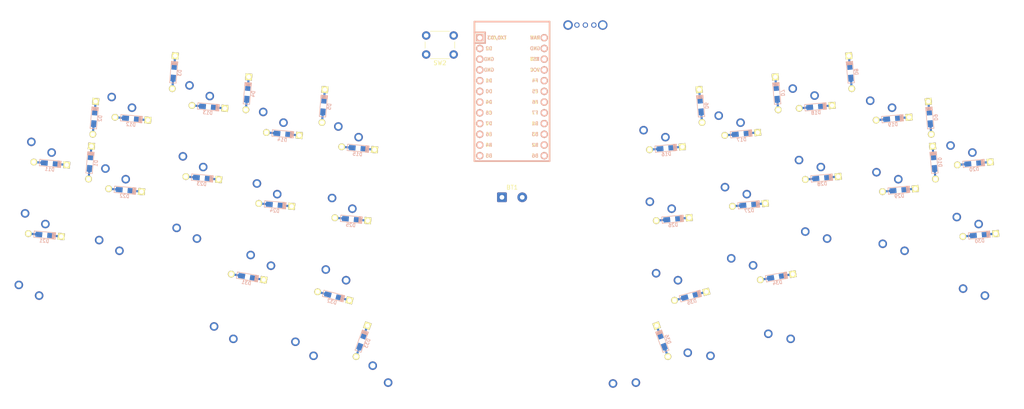
<source format=kicad_pcb>
(kicad_pcb (version 20171130) (host pcbnew "(5.1.4-0)")

  (general
    (thickness 1.6)
    (drawings 0)
    (tracks 0)
    (zones 0)
    (modules 76)
    (nets 61)
  )

  (page A4)
  (layers
    (0 F.Cu signal)
    (31 B.Cu signal)
    (32 B.Adhes user)
    (33 F.Adhes user)
    (34 B.Paste user)
    (35 F.Paste user)
    (36 B.SilkS user)
    (37 F.SilkS user)
    (38 B.Mask user)
    (39 F.Mask user)
    (40 Dwgs.User user)
    (41 Cmts.User user)
    (42 Eco1.User user)
    (43 Eco2.User user)
    (44 Edge.Cuts user)
    (45 Margin user)
    (46 B.CrtYd user)
    (47 F.CrtYd user)
    (48 B.Fab user hide)
    (49 F.Fab user)
  )

  (setup
    (last_trace_width 0.25)
    (trace_clearance 0.5)
    (zone_clearance 0.508)
    (zone_45_only no)
    (trace_min 0.2)
    (via_size 0.8)
    (via_drill 0.4)
    (via_min_size 0.4)
    (via_min_drill 0.3)
    (uvia_size 0.3)
    (uvia_drill 0.1)
    (uvias_allowed no)
    (uvia_min_size 0.2)
    (uvia_min_drill 0.1)
    (edge_width 0.05)
    (segment_width 0.2)
    (pcb_text_width 0.3)
    (pcb_text_size 1.5 1.5)
    (mod_edge_width 0.12)
    (mod_text_size 1 1)
    (mod_text_width 0.15)
    (pad_size 1.524 1.524)
    (pad_drill 0.762)
    (pad_to_mask_clearance 0.051)
    (solder_mask_min_width 0.25)
    (aux_axis_origin 0 0)
    (grid_origin 0.325 -75.55)
    (visible_elements FFFFFFFF)
    (pcbplotparams
      (layerselection 0x010fc_ffffffff)
      (usegerberextensions true)
      (usegerberattributes false)
      (usegerberadvancedattributes false)
      (creategerberjobfile false)
      (excludeedgelayer true)
      (linewidth 0.100000)
      (plotframeref false)
      (viasonmask false)
      (mode 1)
      (useauxorigin false)
      (hpglpennumber 1)
      (hpglpenspeed 20)
      (hpglpendiameter 15.000000)
      (psnegative false)
      (psa4output false)
      (plotreference true)
      (plotvalue true)
      (plotinvisibletext false)
      (padsonsilk false)
      (subtractmaskfromsilk true)
      (outputformat 1)
      (mirror false)
      (drillshape 0)
      (scaleselection 1)
      (outputdirectory "testgerbers"))
  )

  (net 0 "")
  (net 1 GND)
  (net 2 "Net-(BT1-Pad1)")
  (net 3 ROW0)
  (net 4 "Net-(D1-Pad2)")
  (net 5 "Net-(D2-Pad2)")
  (net 6 "Net-(D3-Pad2)")
  (net 7 "Net-(D4-Pad2)")
  (net 8 "Net-(D5-Pad2)")
  (net 9 "Net-(D6-Pad2)")
  (net 10 "Net-(D7-Pad2)")
  (net 11 "Net-(D8-Pad2)")
  (net 12 "Net-(D9-Pad2)")
  (net 13 "Net-(D10-Pad2)")
  (net 14 ROW1)
  (net 15 "Net-(D11-Pad2)")
  (net 16 "Net-(D12-Pad2)")
  (net 17 "Net-(D13-Pad2)")
  (net 18 "Net-(D14-Pad2)")
  (net 19 "Net-(D15-Pad2)")
  (net 20 "Net-(D16-Pad2)")
  (net 21 "Net-(D17-Pad2)")
  (net 22 "Net-(D18-Pad2)")
  (net 23 "Net-(D19-Pad2)")
  (net 24 "Net-(D20-Pad2)")
  (net 25 ROW2)
  (net 26 "Net-(D21-Pad2)")
  (net 27 "Net-(D22-Pad2)")
  (net 28 "Net-(D23-Pad2)")
  (net 29 "Net-(D24-Pad2)")
  (net 30 "Net-(D25-Pad2)")
  (net 31 "Net-(D26-Pad2)")
  (net 32 "Net-(D27-Pad2)")
  (net 33 "Net-(D28-Pad2)")
  (net 34 "Net-(D29-Pad2)")
  (net 35 "Net-(D30-Pad2)")
  (net 36 ROW3)
  (net 37 "Net-(D31-Pad2)")
  (net 38 "Net-(D32-Pad2)")
  (net 39 "Net-(D33-Pad2)")
  (net 40 "Net-(SW1-Pad3)")
  (net 41 RST)
  (net 42 COL0)
  (net 43 COL1)
  (net 44 COL2)
  (net 45 COL3)
  (net 46 COL4)
  (net 47 COL5)
  (net 48 COL7)
  (net 49 COL8)
  (net 50 COL9)
  (net 51 COL6)
  (net 52 +BATT)
  (net 53 "Net-(U1-Pad12)")
  (net 54 VCC)
  (net 55 "Net-(U1-Pad15)")
  (net 56 "Net-(U1-Pad14)")
  (net 57 "Net-(U1-Pad13)")
  (net 58 "Net-(D34-Pad2)")
  (net 59 "Net-(D35-Pad2)")
  (net 60 "Net-(D36-Pad2)")

  (net_class Default "This is the default net class."
    (clearance 0.5)
    (trace_width 0.25)
    (via_dia 0.8)
    (via_drill 0.4)
    (uvia_dia 0.3)
    (uvia_drill 0.1)
    (add_net +BATT)
    (add_net COL0)
    (add_net COL1)
    (add_net COL2)
    (add_net COL3)
    (add_net COL4)
    (add_net COL5)
    (add_net COL6)
    (add_net COL7)
    (add_net COL8)
    (add_net COL9)
    (add_net GND)
    (add_net "Net-(BT1-Pad1)")
    (add_net "Net-(D1-Pad2)")
    (add_net "Net-(D10-Pad2)")
    (add_net "Net-(D11-Pad2)")
    (add_net "Net-(D12-Pad2)")
    (add_net "Net-(D13-Pad2)")
    (add_net "Net-(D14-Pad2)")
    (add_net "Net-(D15-Pad2)")
    (add_net "Net-(D16-Pad2)")
    (add_net "Net-(D17-Pad2)")
    (add_net "Net-(D18-Pad2)")
    (add_net "Net-(D19-Pad2)")
    (add_net "Net-(D2-Pad2)")
    (add_net "Net-(D20-Pad2)")
    (add_net "Net-(D21-Pad2)")
    (add_net "Net-(D22-Pad2)")
    (add_net "Net-(D23-Pad2)")
    (add_net "Net-(D24-Pad2)")
    (add_net "Net-(D25-Pad2)")
    (add_net "Net-(D26-Pad2)")
    (add_net "Net-(D27-Pad2)")
    (add_net "Net-(D28-Pad2)")
    (add_net "Net-(D29-Pad2)")
    (add_net "Net-(D3-Pad2)")
    (add_net "Net-(D30-Pad2)")
    (add_net "Net-(D31-Pad2)")
    (add_net "Net-(D32-Pad2)")
    (add_net "Net-(D33-Pad2)")
    (add_net "Net-(D34-Pad2)")
    (add_net "Net-(D35-Pad2)")
    (add_net "Net-(D36-Pad2)")
    (add_net "Net-(D4-Pad2)")
    (add_net "Net-(D5-Pad2)")
    (add_net "Net-(D6-Pad2)")
    (add_net "Net-(D7-Pad2)")
    (add_net "Net-(D8-Pad2)")
    (add_net "Net-(D9-Pad2)")
    (add_net "Net-(SW1-Pad3)")
    (add_net "Net-(U1-Pad12)")
    (add_net "Net-(U1-Pad13)")
    (add_net "Net-(U1-Pad14)")
    (add_net "Net-(U1-Pad15)")
    (add_net ROW0)
    (add_net ROW1)
    (add_net ROW2)
    (add_net ROW3)
    (add_net RST)
    (add_net VCC)
  )

  (net_class Power ""
    (clearance 0.5)
    (trace_width 0.4)
    (via_dia 0.8)
    (via_drill 0.4)
    (uvia_dia 0.3)
    (uvia_drill 0.1)
  )

  (module switchfootprints:Choc_PG1350_Choc_Spacing (layer F.Cu) (tedit 5F834A13) (tstamp 5FE1AE1E)
    (at 65.19914 -24.03246 10)
    (descr "Kailh \"Choc\" PG1350 keyswitch")
    (tags kailh,choc)
    (path /5F98D884)
    (fp_text reference SW38 (at 0 0 10) (layer F.SilkS) hide
      (effects (font (size 1 1) (thickness 0.15)))
    )
    (fp_text value SW_Push (at 0 10.5 10) (layer Cmts.User) hide
      (effects (font (size 1 1) (thickness 0.15)))
    )
    (fp_line (start -9 8.5) (end -9 -8.5) (layer Eco1.User) (width 0.12))
    (fp_line (start 9 8.5) (end -9 8.5) (layer Eco1.User) (width 0.12))
    (fp_line (start 9 -8.5) (end 9 8.5) (layer Eco1.User) (width 0.12))
    (fp_line (start -9 -8.5) (end 9 -8.5) (layer Eco1.User) (width 0.12))
    (fp_line (start -2.6 -3.1) (end 2.6 -3.1) (layer Eco2.User) (width 0.15))
    (fp_line (start 2.6 -3.1) (end 2.6 -6.3) (layer Eco2.User) (width 0.15))
    (fp_line (start 2.6 -6.3) (end -2.6 -6.3) (layer Eco2.User) (width 0.15))
    (fp_line (start -2.6 -3.1) (end -2.6 -6.3) (layer Eco2.User) (width 0.15))
    (fp_line (start -6.9 6.9) (end 6.9 6.9) (layer Eco2.User) (width 0.15))
    (fp_line (start 6.9 -6.9) (end -6.9 -6.9) (layer Eco2.User) (width 0.15))
    (fp_line (start 6.9 -6.9) (end 6.9 6.9) (layer Eco2.User) (width 0.15))
    (fp_line (start -6.9 6.9) (end -6.9 -6.9) (layer Eco2.User) (width 0.15))
    (pad "" np_thru_hole circle (at 0 0 10) (size 3.429 3.429) (drill 3.429) (layers *.Cu *.Mask))
    (pad 2 thru_hole circle (at -5 3.8 10) (size 2.032 2.032) (drill 1.27) (layers *.Cu *.Mask)
      (net 48 COL7))
    (pad 1 thru_hole circle (at 0 5.9 10) (size 2.032 2.032) (drill 1.27) (layers *.Cu *.Mask)
      (net 60 "Net-(D36-Pad2)"))
    (pad "" np_thru_hole circle (at 5.22 -4.2 10) (size 0.9906 0.9906) (drill 0.9906) (layers *.Cu *.Mask))
    (pad "" np_thru_hole circle (at 5.5 0 10) (size 1.7018 1.7018) (drill 1.7018) (layers *.Cu *.Mask))
    (pad "" np_thru_hole circle (at -5.5 0 10) (size 1.7018 1.7018) (drill 1.7018) (layers *.Cu *.Mask))
  )

  (module switchfootprints:Choc_PG1350_Choc_Spacing (layer F.Cu) (tedit 5F834A13) (tstamp 5FE1ADDF)
    (at 45.73258 -19.90242 15)
    (descr "Kailh \"Choc\" PG1350 keyswitch")
    (tags kailh,choc)
    (path /5F98D876)
    (fp_text reference SW37 (at 0 0 15) (layer F.SilkS) hide
      (effects (font (size 1 1) (thickness 0.15)))
    )
    (fp_text value SW_Push (at 0 10.5 15) (layer Cmts.User) hide
      (effects (font (size 1 1) (thickness 0.15)))
    )
    (fp_line (start -9 8.5) (end -9 -8.5) (layer Eco1.User) (width 0.12))
    (fp_line (start 9 8.5) (end -9 8.5) (layer Eco1.User) (width 0.12))
    (fp_line (start 9 -8.5) (end 9 8.5) (layer Eco1.User) (width 0.12))
    (fp_line (start -9 -8.5) (end 9 -8.5) (layer Eco1.User) (width 0.12))
    (fp_line (start -2.6 -3.1) (end 2.6 -3.1) (layer Eco2.User) (width 0.15))
    (fp_line (start 2.6 -3.1) (end 2.6 -6.3) (layer Eco2.User) (width 0.15))
    (fp_line (start 2.6 -6.3) (end -2.6 -6.3) (layer Eco2.User) (width 0.15))
    (fp_line (start -2.6 -3.1) (end -2.6 -6.3) (layer Eco2.User) (width 0.15))
    (fp_line (start -6.9 6.9) (end 6.9 6.9) (layer Eco2.User) (width 0.15))
    (fp_line (start 6.9 -6.9) (end -6.9 -6.9) (layer Eco2.User) (width 0.15))
    (fp_line (start 6.9 -6.9) (end 6.9 6.9) (layer Eco2.User) (width 0.15))
    (fp_line (start -6.9 6.9) (end -6.9 -6.9) (layer Eco2.User) (width 0.15))
    (pad "" np_thru_hole circle (at 0 0 15) (size 3.429 3.429) (drill 3.429) (layers *.Cu *.Mask))
    (pad 2 thru_hole circle (at -5 3.8 15) (size 2.032 2.032) (drill 1.27) (layers *.Cu *.Mask)
      (net 51 COL6))
    (pad 1 thru_hole circle (at 0 5.9 15) (size 2.032 2.032) (drill 1.27) (layers *.Cu *.Mask)
      (net 59 "Net-(D35-Pad2)"))
    (pad "" np_thru_hole circle (at 5.22 -4.2 15) (size 0.9906 0.9906) (drill 0.9906) (layers *.Cu *.Mask))
    (pad "" np_thru_hole circle (at 5.5 0 15) (size 1.7018 1.7018) (drill 1.7018) (layers *.Cu *.Mask))
    (pad "" np_thru_hole circle (at -5.5 0 15) (size 1.7018 1.7018) (drill 1.7018) (layers *.Cu *.Mask))
  )

  (module switchfootprints:Choc_PG1350_Choc_Spacing (layer F.Cu) (tedit 5F834A13) (tstamp 5FE1ADA0)
    (at 27.125867 -13.20668 25)
    (descr "Kailh \"Choc\" PG1350 keyswitch")
    (tags kailh,choc)
    (path /5F98D868)
    (fp_text reference SW36 (at 0 0 25) (layer F.SilkS) hide
      (effects (font (size 1 1) (thickness 0.15)))
    )
    (fp_text value SW_Push (at 0 10.5 25) (layer Cmts.User) hide
      (effects (font (size 1 1) (thickness 0.15)))
    )
    (fp_line (start -9 8.5) (end -9 -8.5) (layer Eco1.User) (width 0.12))
    (fp_line (start 9 8.5) (end -9 8.5) (layer Eco1.User) (width 0.12))
    (fp_line (start 9 -8.5) (end 9 8.5) (layer Eco1.User) (width 0.12))
    (fp_line (start -9 -8.5) (end 9 -8.5) (layer Eco1.User) (width 0.12))
    (fp_line (start -2.6 -3.1) (end 2.6 -3.1) (layer Eco2.User) (width 0.15))
    (fp_line (start 2.6 -3.1) (end 2.6 -6.3) (layer Eco2.User) (width 0.15))
    (fp_line (start 2.6 -6.3) (end -2.6 -6.3) (layer Eco2.User) (width 0.15))
    (fp_line (start -2.6 -3.1) (end -2.6 -6.3) (layer Eco2.User) (width 0.15))
    (fp_line (start -6.9 6.9) (end 6.9 6.9) (layer Eco2.User) (width 0.15))
    (fp_line (start 6.9 -6.9) (end -6.9 -6.9) (layer Eco2.User) (width 0.15))
    (fp_line (start 6.9 -6.9) (end 6.9 6.9) (layer Eco2.User) (width 0.15))
    (fp_line (start -6.9 6.9) (end -6.9 -6.9) (layer Eco2.User) (width 0.15))
    (pad "" np_thru_hole circle (at 0 0 25) (size 3.429 3.429) (drill 3.429) (layers *.Cu *.Mask))
    (pad 2 thru_hole circle (at -5 3.8 25) (size 2.032 2.032) (drill 1.27) (layers *.Cu *.Mask)
      (net 47 COL5))
    (pad 1 thru_hole circle (at 0 5.9 25) (size 2.032 2.032) (drill 1.27) (layers *.Cu *.Mask)
      (net 58 "Net-(D34-Pad2)"))
    (pad "" np_thru_hole circle (at 5.22 -4.2 25) (size 0.9906 0.9906) (drill 0.9906) (layers *.Cu *.Mask))
    (pad "" np_thru_hole circle (at 5.5 0 25) (size 1.7018 1.7018) (drill 1.7018) (layers *.Cu *.Mask))
    (pad "" np_thru_hole circle (at -5.5 0 25) (size 1.7018 1.7018) (drill 1.7018) (layers *.Cu *.Mask))
  )

  (module switchfootprints:Choc_PG1350_Choc_Spacing (layer F.Cu) (tedit 5F834A13) (tstamp 5FDDCB9B)
    (at -26.478041 -13.207259 335)
    (descr "Kailh \"Choc\" PG1350 keyswitch")
    (tags kailh,choc)
    (path /5F986F42)
    (fp_text reference SW35 (at 0 0 155) (layer F.SilkS) hide
      (effects (font (size 1 1) (thickness 0.15)))
    )
    (fp_text value SW_Push (at 0 10.5 155) (layer Cmts.User) hide
      (effects (font (size 1 1) (thickness 0.15)))
    )
    (fp_line (start -9 8.5) (end -9 -8.5) (layer Eco1.User) (width 0.12))
    (fp_line (start 9 8.5) (end -9 8.5) (layer Eco1.User) (width 0.12))
    (fp_line (start 9 -8.5) (end 9 8.5) (layer Eco1.User) (width 0.12))
    (fp_line (start -9 -8.5) (end 9 -8.5) (layer Eco1.User) (width 0.12))
    (fp_line (start -2.6 -3.1) (end 2.6 -3.1) (layer Eco2.User) (width 0.15))
    (fp_line (start 2.6 -3.1) (end 2.6 -6.3) (layer Eco2.User) (width 0.15))
    (fp_line (start 2.6 -6.3) (end -2.6 -6.3) (layer Eco2.User) (width 0.15))
    (fp_line (start -2.6 -3.1) (end -2.6 -6.3) (layer Eco2.User) (width 0.15))
    (fp_line (start -6.9 6.9) (end 6.9 6.9) (layer Eco2.User) (width 0.15))
    (fp_line (start 6.9 -6.9) (end -6.9 -6.9) (layer Eco2.User) (width 0.15))
    (fp_line (start 6.9 -6.9) (end 6.9 6.9) (layer Eco2.User) (width 0.15))
    (fp_line (start -6.9 6.9) (end -6.9 -6.9) (layer Eco2.User) (width 0.15))
    (pad "" np_thru_hole circle (at 0 0 335) (size 3.429 3.429) (drill 3.429) (layers *.Cu *.Mask))
    (pad 2 thru_hole circle (at -5 3.8 335) (size 2.032 2.032) (drill 1.27) (layers *.Cu *.Mask)
      (net 46 COL4))
    (pad 1 thru_hole circle (at 0 5.9 335) (size 2.032 2.032) (drill 1.27) (layers *.Cu *.Mask)
      (net 39 "Net-(D33-Pad2)"))
    (pad "" np_thru_hole circle (at 5.22 -4.2 335) (size 0.9906 0.9906) (drill 0.9906) (layers *.Cu *.Mask))
    (pad "" np_thru_hole circle (at 5.5 0 335) (size 1.7018 1.7018) (drill 1.7018) (layers *.Cu *.Mask))
    (pad "" np_thru_hole circle (at -5.5 0 335) (size 1.7018 1.7018) (drill 1.7018) (layers *.Cu *.Mask))
  )

  (module switchfootprints:Choc_PG1350_Choc_Spacing (layer F.Cu) (tedit 5F834A13) (tstamp 5FDDCA72)
    (at -45.085078 -19.907035 345)
    (descr "Kailh \"Choc\" PG1350 keyswitch")
    (tags kailh,choc)
    (path /5F986F34)
    (fp_text reference SW34 (at 0 0 165) (layer F.SilkS) hide
      (effects (font (size 1 1) (thickness 0.15)))
    )
    (fp_text value SW_Push (at 0 10.5 165) (layer Cmts.User) hide
      (effects (font (size 1 1) (thickness 0.15)))
    )
    (fp_line (start -9 8.5) (end -9 -8.5) (layer Eco1.User) (width 0.12))
    (fp_line (start 9 8.5) (end -9 8.5) (layer Eco1.User) (width 0.12))
    (fp_line (start 9 -8.5) (end 9 8.5) (layer Eco1.User) (width 0.12))
    (fp_line (start -9 -8.5) (end 9 -8.5) (layer Eco1.User) (width 0.12))
    (fp_line (start -2.6 -3.1) (end 2.6 -3.1) (layer Eco2.User) (width 0.15))
    (fp_line (start 2.6 -3.1) (end 2.6 -6.3) (layer Eco2.User) (width 0.15))
    (fp_line (start 2.6 -6.3) (end -2.6 -6.3) (layer Eco2.User) (width 0.15))
    (fp_line (start -2.6 -3.1) (end -2.6 -6.3) (layer Eco2.User) (width 0.15))
    (fp_line (start -6.9 6.9) (end 6.9 6.9) (layer Eco2.User) (width 0.15))
    (fp_line (start 6.9 -6.9) (end -6.9 -6.9) (layer Eco2.User) (width 0.15))
    (fp_line (start 6.9 -6.9) (end 6.9 6.9) (layer Eco2.User) (width 0.15))
    (fp_line (start -6.9 6.9) (end -6.9 -6.9) (layer Eco2.User) (width 0.15))
    (pad "" np_thru_hole circle (at 0 0 345) (size 3.429 3.429) (drill 3.429) (layers *.Cu *.Mask))
    (pad 2 thru_hole circle (at -5 3.8 345) (size 2.032 2.032) (drill 1.27) (layers *.Cu *.Mask)
      (net 45 COL3))
    (pad 1 thru_hole circle (at 0 5.9 345) (size 2.032 2.032) (drill 1.27) (layers *.Cu *.Mask)
      (net 38 "Net-(D32-Pad2)"))
    (pad "" np_thru_hole circle (at 5.22 -4.2 345) (size 0.9906 0.9906) (drill 0.9906) (layers *.Cu *.Mask))
    (pad "" np_thru_hole circle (at 5.5 0 345) (size 1.7018 1.7018) (drill 1.7018) (layers *.Cu *.Mask))
    (pad "" np_thru_hole circle (at -5.5 0 345) (size 1.7018 1.7018) (drill 1.7018) (layers *.Cu *.Mask))
  )

  (module switchfootprints:Choc_PG1350_Choc_Spacing (layer F.Cu) (tedit 5F834A13) (tstamp 5FDDCB5C)
    (at -64.549877 -24.02919 350)
    (descr "Kailh \"Choc\" PG1350 keyswitch")
    (tags kailh,choc)
    (path /5F986F26)
    (fp_text reference SW33 (at 0 0 170) (layer F.SilkS) hide
      (effects (font (size 1 1) (thickness 0.15)))
    )
    (fp_text value SW_Push (at 0 10.5 170) (layer Cmts.User) hide
      (effects (font (size 1 1) (thickness 0.15)))
    )
    (fp_line (start -9 8.5) (end -9 -8.5) (layer Eco1.User) (width 0.12))
    (fp_line (start 9 8.5) (end -9 8.5) (layer Eco1.User) (width 0.12))
    (fp_line (start 9 -8.5) (end 9 8.5) (layer Eco1.User) (width 0.12))
    (fp_line (start -9 -8.5) (end 9 -8.5) (layer Eco1.User) (width 0.12))
    (fp_line (start -2.6 -3.1) (end 2.6 -3.1) (layer Eco2.User) (width 0.15))
    (fp_line (start 2.6 -3.1) (end 2.6 -6.3) (layer Eco2.User) (width 0.15))
    (fp_line (start 2.6 -6.3) (end -2.6 -6.3) (layer Eco2.User) (width 0.15))
    (fp_line (start -2.6 -3.1) (end -2.6 -6.3) (layer Eco2.User) (width 0.15))
    (fp_line (start -6.9 6.9) (end 6.9 6.9) (layer Eco2.User) (width 0.15))
    (fp_line (start 6.9 -6.9) (end -6.9 -6.9) (layer Eco2.User) (width 0.15))
    (fp_line (start 6.9 -6.9) (end 6.9 6.9) (layer Eco2.User) (width 0.15))
    (fp_line (start -6.9 6.9) (end -6.9 -6.9) (layer Eco2.User) (width 0.15))
    (pad "" np_thru_hole circle (at 0 0 350) (size 3.429 3.429) (drill 3.429) (layers *.Cu *.Mask))
    (pad 2 thru_hole circle (at -5 3.8 350) (size 2.032 2.032) (drill 1.27) (layers *.Cu *.Mask)
      (net 44 COL2))
    (pad 1 thru_hole circle (at 0 5.9 350) (size 2.032 2.032) (drill 1.27) (layers *.Cu *.Mask)
      (net 37 "Net-(D31-Pad2)"))
    (pad "" np_thru_hole circle (at 5.22 -4.2 350) (size 0.9906 0.9906) (drill 0.9906) (layers *.Cu *.Mask))
    (pad "" np_thru_hole circle (at 5.5 0 350) (size 1.7018 1.7018) (drill 1.7018) (layers *.Cu *.Mask))
    (pad "" np_thru_hole circle (at -5.5 0 350) (size 1.7018 1.7018) (drill 1.7018) (layers *.Cu *.Mask))
  )

  (module switchfootprints:Choc_PG1350_Choc_Spacing (layer F.Cu) (tedit 5F834A13) (tstamp 5FE1AD61)
    (at 111.644738 -34.33789 5)
    (descr "Kailh \"Choc\" PG1350 keyswitch")
    (tags kailh,choc)
    (path /5F97DB71)
    (fp_text reference SW32 (at 0 0 5) (layer F.SilkS) hide
      (effects (font (size 1 1) (thickness 0.15)))
    )
    (fp_text value SW_Push (at 0 10.5 5) (layer Cmts.User) hide
      (effects (font (size 1 1) (thickness 0.15)))
    )
    (fp_line (start -9 8.5) (end -9 -8.5) (layer Eco1.User) (width 0.12))
    (fp_line (start 9 8.5) (end -9 8.5) (layer Eco1.User) (width 0.12))
    (fp_line (start 9 -8.5) (end 9 8.5) (layer Eco1.User) (width 0.12))
    (fp_line (start -9 -8.5) (end 9 -8.5) (layer Eco1.User) (width 0.12))
    (fp_line (start -2.6 -3.1) (end 2.6 -3.1) (layer Eco2.User) (width 0.15))
    (fp_line (start 2.6 -3.1) (end 2.6 -6.3) (layer Eco2.User) (width 0.15))
    (fp_line (start 2.6 -6.3) (end -2.6 -6.3) (layer Eco2.User) (width 0.15))
    (fp_line (start -2.6 -3.1) (end -2.6 -6.3) (layer Eco2.User) (width 0.15))
    (fp_line (start -6.9 6.9) (end 6.9 6.9) (layer Eco2.User) (width 0.15))
    (fp_line (start 6.9 -6.9) (end -6.9 -6.9) (layer Eco2.User) (width 0.15))
    (fp_line (start 6.9 -6.9) (end 6.9 6.9) (layer Eco2.User) (width 0.15))
    (fp_line (start -6.9 6.9) (end -6.9 -6.9) (layer Eco2.User) (width 0.15))
    (pad "" np_thru_hole circle (at 0 0 5) (size 3.429 3.429) (drill 3.429) (layers *.Cu *.Mask))
    (pad 2 thru_hole circle (at -5 3.8 5) (size 2.032 2.032) (drill 1.27) (layers *.Cu *.Mask)
      (net 50 COL9))
    (pad 1 thru_hole circle (at 0 5.9 5) (size 2.032 2.032) (drill 1.27) (layers *.Cu *.Mask)
      (net 35 "Net-(D30-Pad2)"))
    (pad "" np_thru_hole circle (at 5.22 -4.2 5) (size 0.9906 0.9906) (drill 0.9906) (layers *.Cu *.Mask))
    (pad "" np_thru_hole circle (at 5.5 0 5) (size 1.7018 1.7018) (drill 1.7018) (layers *.Cu *.Mask))
    (pad "" np_thru_hole circle (at -5.5 0 5) (size 1.7018 1.7018) (drill 1.7018) (layers *.Cu *.Mask))
  )

  (module switchfootprints:Choc_PG1350_Choc_Spacing (layer F.Cu) (tedit 5F834A13) (tstamp 5FE1AD22)
    (at 92.64732 -44.952542 5)
    (descr "Kailh \"Choc\" PG1350 keyswitch")
    (tags kailh,choc)
    (path /5F97DB47)
    (fp_text reference SW31 (at 0 0 5) (layer F.SilkS) hide
      (effects (font (size 1 1) (thickness 0.15)))
    )
    (fp_text value SW_Push (at 0 10.5 5) (layer Cmts.User) hide
      (effects (font (size 1 1) (thickness 0.15)))
    )
    (fp_line (start -9 8.5) (end -9 -8.5) (layer Eco1.User) (width 0.12))
    (fp_line (start 9 8.5) (end -9 8.5) (layer Eco1.User) (width 0.12))
    (fp_line (start 9 -8.5) (end 9 8.5) (layer Eco1.User) (width 0.12))
    (fp_line (start -9 -8.5) (end 9 -8.5) (layer Eco1.User) (width 0.12))
    (fp_line (start -2.6 -3.1) (end 2.6 -3.1) (layer Eco2.User) (width 0.15))
    (fp_line (start 2.6 -3.1) (end 2.6 -6.3) (layer Eco2.User) (width 0.15))
    (fp_line (start 2.6 -6.3) (end -2.6 -6.3) (layer Eco2.User) (width 0.15))
    (fp_line (start -2.6 -3.1) (end -2.6 -6.3) (layer Eco2.User) (width 0.15))
    (fp_line (start -6.9 6.9) (end 6.9 6.9) (layer Eco2.User) (width 0.15))
    (fp_line (start 6.9 -6.9) (end -6.9 -6.9) (layer Eco2.User) (width 0.15))
    (fp_line (start 6.9 -6.9) (end 6.9 6.9) (layer Eco2.User) (width 0.15))
    (fp_line (start -6.9 6.9) (end -6.9 -6.9) (layer Eco2.User) (width 0.15))
    (pad "" np_thru_hole circle (at 0 0 5) (size 3.429 3.429) (drill 3.429) (layers *.Cu *.Mask))
    (pad 2 thru_hole circle (at -5 3.8 5) (size 2.032 2.032) (drill 1.27) (layers *.Cu *.Mask)
      (net 49 COL8))
    (pad 1 thru_hole circle (at 0 5.9 5) (size 2.032 2.032) (drill 1.27) (layers *.Cu *.Mask)
      (net 34 "Net-(D29-Pad2)"))
    (pad "" np_thru_hole circle (at 5.22 -4.2 5) (size 0.9906 0.9906) (drill 0.9906) (layers *.Cu *.Mask))
    (pad "" np_thru_hole circle (at 5.5 0 5) (size 1.7018 1.7018) (drill 1.7018) (layers *.Cu *.Mask))
    (pad "" np_thru_hole circle (at -5.5 0 5) (size 1.7018 1.7018) (drill 1.7018) (layers *.Cu *.Mask))
  )

  (module switchfootprints:Choc_PG1350_Choc_Spacing (layer F.Cu) (tedit 5F834A13) (tstamp 5FE1ACE3)
    (at 74.325793 -47.841712 5)
    (descr "Kailh \"Choc\" PG1350 keyswitch")
    (tags kailh,choc)
    (path /5F97DB39)
    (fp_text reference SW30 (at 0 0 5) (layer F.SilkS) hide
      (effects (font (size 1 1) (thickness 0.15)))
    )
    (fp_text value SW_Push (at 0 10.5 5) (layer Cmts.User) hide
      (effects (font (size 1 1) (thickness 0.15)))
    )
    (fp_line (start -9 8.5) (end -9 -8.5) (layer Eco1.User) (width 0.12))
    (fp_line (start 9 8.5) (end -9 8.5) (layer Eco1.User) (width 0.12))
    (fp_line (start 9 -8.5) (end 9 8.5) (layer Eco1.User) (width 0.12))
    (fp_line (start -9 -8.5) (end 9 -8.5) (layer Eco1.User) (width 0.12))
    (fp_line (start -2.6 -3.1) (end 2.6 -3.1) (layer Eco2.User) (width 0.15))
    (fp_line (start 2.6 -3.1) (end 2.6 -6.3) (layer Eco2.User) (width 0.15))
    (fp_line (start 2.6 -6.3) (end -2.6 -6.3) (layer Eco2.User) (width 0.15))
    (fp_line (start -2.6 -3.1) (end -2.6 -6.3) (layer Eco2.User) (width 0.15))
    (fp_line (start -6.9 6.9) (end 6.9 6.9) (layer Eco2.User) (width 0.15))
    (fp_line (start 6.9 -6.9) (end -6.9 -6.9) (layer Eco2.User) (width 0.15))
    (fp_line (start 6.9 -6.9) (end 6.9 6.9) (layer Eco2.User) (width 0.15))
    (fp_line (start -6.9 6.9) (end -6.9 -6.9) (layer Eco2.User) (width 0.15))
    (pad "" np_thru_hole circle (at 0 0 5) (size 3.429 3.429) (drill 3.429) (layers *.Cu *.Mask))
    (pad 2 thru_hole circle (at -5 3.8 5) (size 2.032 2.032) (drill 1.27) (layers *.Cu *.Mask)
      (net 48 COL7))
    (pad 1 thru_hole circle (at 0 5.9 5) (size 2.032 2.032) (drill 1.27) (layers *.Cu *.Mask)
      (net 33 "Net-(D28-Pad2)"))
    (pad "" np_thru_hole circle (at 5.22 -4.2 5) (size 0.9906 0.9906) (drill 0.9906) (layers *.Cu *.Mask))
    (pad "" np_thru_hole circle (at 5.5 0 5) (size 1.7018 1.7018) (drill 1.7018) (layers *.Cu *.Mask))
    (pad "" np_thru_hole circle (at -5.5 0 5) (size 1.7018 1.7018) (drill 1.7018) (layers *.Cu *.Mask))
  )

  (module switchfootprints:Choc_PG1350_Choc_Spacing (layer F.Cu) (tedit 5F834A13) (tstamp 5FE1ACA4)
    (at 56.81737 -41.500119 5)
    (descr "Kailh \"Choc\" PG1350 keyswitch")
    (tags kailh,choc)
    (path /5F97DB2B)
    (fp_text reference SW29 (at 0 0 5) (layer F.SilkS) hide
      (effects (font (size 1 1) (thickness 0.15)))
    )
    (fp_text value SW_Push (at 0 10.5 5) (layer Cmts.User) hide
      (effects (font (size 1 1) (thickness 0.15)))
    )
    (fp_line (start -9 8.5) (end -9 -8.5) (layer Eco1.User) (width 0.12))
    (fp_line (start 9 8.5) (end -9 8.5) (layer Eco1.User) (width 0.12))
    (fp_line (start 9 -8.5) (end 9 8.5) (layer Eco1.User) (width 0.12))
    (fp_line (start -9 -8.5) (end 9 -8.5) (layer Eco1.User) (width 0.12))
    (fp_line (start -2.6 -3.1) (end 2.6 -3.1) (layer Eco2.User) (width 0.15))
    (fp_line (start 2.6 -3.1) (end 2.6 -6.3) (layer Eco2.User) (width 0.15))
    (fp_line (start 2.6 -6.3) (end -2.6 -6.3) (layer Eco2.User) (width 0.15))
    (fp_line (start -2.6 -3.1) (end -2.6 -6.3) (layer Eco2.User) (width 0.15))
    (fp_line (start -6.9 6.9) (end 6.9 6.9) (layer Eco2.User) (width 0.15))
    (fp_line (start 6.9 -6.9) (end -6.9 -6.9) (layer Eco2.User) (width 0.15))
    (fp_line (start 6.9 -6.9) (end 6.9 6.9) (layer Eco2.User) (width 0.15))
    (fp_line (start -6.9 6.9) (end -6.9 -6.9) (layer Eco2.User) (width 0.15))
    (pad "" np_thru_hole circle (at 0 0 5) (size 3.429 3.429) (drill 3.429) (layers *.Cu *.Mask))
    (pad 2 thru_hole circle (at -5 3.8 5) (size 2.032 2.032) (drill 1.27) (layers *.Cu *.Mask)
      (net 51 COL6))
    (pad 1 thru_hole circle (at 0 5.9 5) (size 2.032 2.032) (drill 1.27) (layers *.Cu *.Mask)
      (net 32 "Net-(D27-Pad2)"))
    (pad "" np_thru_hole circle (at 5.22 -4.2 5) (size 0.9906 0.9906) (drill 0.9906) (layers *.Cu *.Mask))
    (pad "" np_thru_hole circle (at 5.5 0 5) (size 1.7018 1.7018) (drill 1.7018) (layers *.Cu *.Mask))
    (pad "" np_thru_hole circle (at -5.5 0 5) (size 1.7018 1.7018) (drill 1.7018) (layers *.Cu *.Mask))
  )

  (module switchfootprints:Choc_PG1350_Choc_Spacing (layer F.Cu) (tedit 5F834A13) (tstamp 5FE1AC65)
    (at 39.051088 -37.979792 5)
    (descr "Kailh \"Choc\" PG1350 keyswitch")
    (tags kailh,choc)
    (path /5F97DB1D)
    (fp_text reference SW28 (at 0 0 5) (layer F.SilkS) hide
      (effects (font (size 1 1) (thickness 0.15)))
    )
    (fp_text value SW_Push (at 0 10.5 5) (layer Cmts.User) hide
      (effects (font (size 1 1) (thickness 0.15)))
    )
    (fp_line (start -9 8.5) (end -9 -8.5) (layer Eco1.User) (width 0.12))
    (fp_line (start 9 8.5) (end -9 8.5) (layer Eco1.User) (width 0.12))
    (fp_line (start 9 -8.5) (end 9 8.5) (layer Eco1.User) (width 0.12))
    (fp_line (start -9 -8.5) (end 9 -8.5) (layer Eco1.User) (width 0.12))
    (fp_line (start -2.6 -3.1) (end 2.6 -3.1) (layer Eco2.User) (width 0.15))
    (fp_line (start 2.6 -3.1) (end 2.6 -6.3) (layer Eco2.User) (width 0.15))
    (fp_line (start 2.6 -6.3) (end -2.6 -6.3) (layer Eco2.User) (width 0.15))
    (fp_line (start -2.6 -3.1) (end -2.6 -6.3) (layer Eco2.User) (width 0.15))
    (fp_line (start -6.9 6.9) (end 6.9 6.9) (layer Eco2.User) (width 0.15))
    (fp_line (start 6.9 -6.9) (end -6.9 -6.9) (layer Eco2.User) (width 0.15))
    (fp_line (start 6.9 -6.9) (end 6.9 6.9) (layer Eco2.User) (width 0.15))
    (fp_line (start -6.9 6.9) (end -6.9 -6.9) (layer Eco2.User) (width 0.15))
    (pad "" np_thru_hole circle (at 0 0 5) (size 3.429 3.429) (drill 3.429) (layers *.Cu *.Mask))
    (pad 2 thru_hole circle (at -5 3.8 5) (size 2.032 2.032) (drill 1.27) (layers *.Cu *.Mask)
      (net 47 COL5))
    (pad 1 thru_hole circle (at 0 5.9 5) (size 2.032 2.032) (drill 1.27) (layers *.Cu *.Mask)
      (net 31 "Net-(D26-Pad2)"))
    (pad "" np_thru_hole circle (at 5.22 -4.2 5) (size 0.9906 0.9906) (drill 0.9906) (layers *.Cu *.Mask))
    (pad "" np_thru_hole circle (at 5.5 0 5) (size 1.7018 1.7018) (drill 1.7018) (layers *.Cu *.Mask))
    (pad "" np_thru_hole circle (at -5.5 0 5) (size 1.7018 1.7018) (drill 1.7018) (layers *.Cu *.Mask))
  )

  (module switchfootprints:Choc_PG1350_Choc_Spacing (layer F.Cu) (tedit 5F834A13) (tstamp 5F9E128F)
    (at -38.401559 -37.981067 355)
    (descr "Kailh \"Choc\" PG1350 keyswitch")
    (tags kailh,choc)
    (path /5F9104AD)
    (fp_text reference SW27 (at 0 0 175) (layer F.SilkS) hide
      (effects (font (size 1 1) (thickness 0.15)))
    )
    (fp_text value SW_Push (at 0 10.5 175) (layer Cmts.User) hide
      (effects (font (size 1 1) (thickness 0.15)))
    )
    (fp_line (start -9 8.5) (end -9 -8.5) (layer Eco1.User) (width 0.12))
    (fp_line (start 9 8.5) (end -9 8.5) (layer Eco1.User) (width 0.12))
    (fp_line (start 9 -8.5) (end 9 8.5) (layer Eco1.User) (width 0.12))
    (fp_line (start -9 -8.5) (end 9 -8.5) (layer Eco1.User) (width 0.12))
    (fp_line (start -2.6 -3.1) (end 2.6 -3.1) (layer Eco2.User) (width 0.15))
    (fp_line (start 2.6 -3.1) (end 2.6 -6.3) (layer Eco2.User) (width 0.15))
    (fp_line (start 2.6 -6.3) (end -2.6 -6.3) (layer Eco2.User) (width 0.15))
    (fp_line (start -2.6 -3.1) (end -2.6 -6.3) (layer Eco2.User) (width 0.15))
    (fp_line (start -6.9 6.9) (end 6.9 6.9) (layer Eco2.User) (width 0.15))
    (fp_line (start 6.9 -6.9) (end -6.9 -6.9) (layer Eco2.User) (width 0.15))
    (fp_line (start 6.9 -6.9) (end 6.9 6.9) (layer Eco2.User) (width 0.15))
    (fp_line (start -6.9 6.9) (end -6.9 -6.9) (layer Eco2.User) (width 0.15))
    (pad "" np_thru_hole circle (at 0 0 355) (size 3.429 3.429) (drill 3.429) (layers *.Cu *.Mask))
    (pad 2 thru_hole circle (at -5 3.8 355) (size 2.032 2.032) (drill 1.27) (layers *.Cu *.Mask)
      (net 46 COL4))
    (pad 1 thru_hole circle (at 0 5.9 355) (size 2.032 2.032) (drill 1.27) (layers *.Cu *.Mask)
      (net 30 "Net-(D25-Pad2)"))
    (pad "" np_thru_hole circle (at 5.22 -4.2 355) (size 0.9906 0.9906) (drill 0.9906) (layers *.Cu *.Mask))
    (pad "" np_thru_hole circle (at 5.5 0 355) (size 1.7018 1.7018) (drill 1.7018) (layers *.Cu *.Mask))
    (pad "" np_thru_hole circle (at -5.5 0 355) (size 1.7018 1.7018) (drill 1.7018) (layers *.Cu *.Mask))
  )

  (module switchfootprints:Choc_PG1350_Choc_Spacing (layer F.Cu) (tedit 5F834A13) (tstamp 5F9691C2)
    (at -56.169647 -41.417737 355)
    (descr "Kailh \"Choc\" PG1350 keyswitch")
    (tags kailh,choc)
    (path /5F90B79B)
    (fp_text reference SW26 (at 0 0 175) (layer F.SilkS) hide
      (effects (font (size 1 1) (thickness 0.15)))
    )
    (fp_text value SW_Push (at 0 10.5 175) (layer Cmts.User) hide
      (effects (font (size 1 1) (thickness 0.15)))
    )
    (fp_line (start -9 8.5) (end -9 -8.5) (layer Eco1.User) (width 0.12))
    (fp_line (start 9 8.5) (end -9 8.5) (layer Eco1.User) (width 0.12))
    (fp_line (start 9 -8.5) (end 9 8.5) (layer Eco1.User) (width 0.12))
    (fp_line (start -9 -8.5) (end 9 -8.5) (layer Eco1.User) (width 0.12))
    (fp_line (start -2.6 -3.1) (end 2.6 -3.1) (layer Eco2.User) (width 0.15))
    (fp_line (start 2.6 -3.1) (end 2.6 -6.3) (layer Eco2.User) (width 0.15))
    (fp_line (start 2.6 -6.3) (end -2.6 -6.3) (layer Eco2.User) (width 0.15))
    (fp_line (start -2.6 -3.1) (end -2.6 -6.3) (layer Eco2.User) (width 0.15))
    (fp_line (start -6.9 6.9) (end 6.9 6.9) (layer Eco2.User) (width 0.15))
    (fp_line (start 6.9 -6.9) (end -6.9 -6.9) (layer Eco2.User) (width 0.15))
    (fp_line (start 6.9 -6.9) (end 6.9 6.9) (layer Eco2.User) (width 0.15))
    (fp_line (start -6.9 6.9) (end -6.9 -6.9) (layer Eco2.User) (width 0.15))
    (pad "" np_thru_hole circle (at 0 0 355) (size 3.429 3.429) (drill 3.429) (layers *.Cu *.Mask))
    (pad 2 thru_hole circle (at -5 3.8 355) (size 2.032 2.032) (drill 1.27) (layers *.Cu *.Mask)
      (net 45 COL3))
    (pad 1 thru_hole circle (at 0 5.9 355) (size 2.032 2.032) (drill 1.27) (layers *.Cu *.Mask)
      (net 29 "Net-(D24-Pad2)"))
    (pad "" np_thru_hole circle (at 5.22 -4.2 355) (size 0.9906 0.9906) (drill 0.9906) (layers *.Cu *.Mask))
    (pad "" np_thru_hole circle (at 5.5 0 355) (size 1.7018 1.7018) (drill 1.7018) (layers *.Cu *.Mask))
    (pad "" np_thru_hole circle (at -5.5 0 355) (size 1.7018 1.7018) (drill 1.7018) (layers *.Cu *.Mask))
  )

  (module switchfootprints:Choc_PG1350_Choc_Spacing (layer F.Cu) (tedit 5F834A13) (tstamp 5F9699CC)
    (at -73.676267 -47.842988 355)
    (descr "Kailh \"Choc\" PG1350 keyswitch")
    (tags kailh,choc)
    (path /5F90B78D)
    (fp_text reference SW25 (at 0 0 175) (layer F.SilkS) hide
      (effects (font (size 1 1) (thickness 0.15)))
    )
    (fp_text value SW_Push (at 0 10.5 175) (layer Cmts.User) hide
      (effects (font (size 1 1) (thickness 0.15)))
    )
    (fp_line (start -9 8.5) (end -9 -8.5) (layer Eco1.User) (width 0.12))
    (fp_line (start 9 8.5) (end -9 8.5) (layer Eco1.User) (width 0.12))
    (fp_line (start 9 -8.5) (end 9 8.5) (layer Eco1.User) (width 0.12))
    (fp_line (start -9 -8.5) (end 9 -8.5) (layer Eco1.User) (width 0.12))
    (fp_line (start -2.6 -3.1) (end 2.6 -3.1) (layer Eco2.User) (width 0.15))
    (fp_line (start 2.6 -3.1) (end 2.6 -6.3) (layer Eco2.User) (width 0.15))
    (fp_line (start 2.6 -6.3) (end -2.6 -6.3) (layer Eco2.User) (width 0.15))
    (fp_line (start -2.6 -3.1) (end -2.6 -6.3) (layer Eco2.User) (width 0.15))
    (fp_line (start -6.9 6.9) (end 6.9 6.9) (layer Eco2.User) (width 0.15))
    (fp_line (start 6.9 -6.9) (end -6.9 -6.9) (layer Eco2.User) (width 0.15))
    (fp_line (start 6.9 -6.9) (end 6.9 6.9) (layer Eco2.User) (width 0.15))
    (fp_line (start -6.9 6.9) (end -6.9 -6.9) (layer Eco2.User) (width 0.15))
    (pad "" np_thru_hole circle (at 0 0 355) (size 3.429 3.429) (drill 3.429) (layers *.Cu *.Mask))
    (pad 2 thru_hole circle (at -5 3.8 355) (size 2.032 2.032) (drill 1.27) (layers *.Cu *.Mask)
      (net 44 COL2))
    (pad 1 thru_hole circle (at 0 5.9 355) (size 2.032 2.032) (drill 1.27) (layers *.Cu *.Mask)
      (net 28 "Net-(D23-Pad2)"))
    (pad "" np_thru_hole circle (at 5.22 -4.2 355) (size 0.9906 0.9906) (drill 0.9906) (layers *.Cu *.Mask))
    (pad "" np_thru_hole circle (at 5.5 0 355) (size 1.7018 1.7018) (drill 1.7018) (layers *.Cu *.Mask))
    (pad "" np_thru_hole circle (at -5.5 0 355) (size 1.7018 1.7018) (drill 1.7018) (layers *.Cu *.Mask))
  )

  (module switchfootprints:Choc_PG1350_Choc_Spacing (layer F.Cu) (tedit 5F834A13) (tstamp 5F969B3D)
    (at -91.997793 -44.95382 355)
    (descr "Kailh \"Choc\" PG1350 keyswitch")
    (tags kailh,choc)
    (path /5F90B77F)
    (fp_text reference SW24 (at 0 0 175) (layer F.SilkS) hide
      (effects (font (size 1 1) (thickness 0.15)))
    )
    (fp_text value SW_Push (at 0 10.5 175) (layer Cmts.User) hide
      (effects (font (size 1 1) (thickness 0.15)))
    )
    (fp_line (start -9 8.5) (end -9 -8.5) (layer Eco1.User) (width 0.12))
    (fp_line (start 9 8.5) (end -9 8.5) (layer Eco1.User) (width 0.12))
    (fp_line (start 9 -8.5) (end 9 8.5) (layer Eco1.User) (width 0.12))
    (fp_line (start -9 -8.5) (end 9 -8.5) (layer Eco1.User) (width 0.12))
    (fp_line (start -2.6 -3.1) (end 2.6 -3.1) (layer Eco2.User) (width 0.15))
    (fp_line (start 2.6 -3.1) (end 2.6 -6.3) (layer Eco2.User) (width 0.15))
    (fp_line (start 2.6 -6.3) (end -2.6 -6.3) (layer Eco2.User) (width 0.15))
    (fp_line (start -2.6 -3.1) (end -2.6 -6.3) (layer Eco2.User) (width 0.15))
    (fp_line (start -6.9 6.9) (end 6.9 6.9) (layer Eco2.User) (width 0.15))
    (fp_line (start 6.9 -6.9) (end -6.9 -6.9) (layer Eco2.User) (width 0.15))
    (fp_line (start 6.9 -6.9) (end 6.9 6.9) (layer Eco2.User) (width 0.15))
    (fp_line (start -6.9 6.9) (end -6.9 -6.9) (layer Eco2.User) (width 0.15))
    (pad "" np_thru_hole circle (at 0 0 355) (size 3.429 3.429) (drill 3.429) (layers *.Cu *.Mask))
    (pad 2 thru_hole circle (at -5 3.8 355) (size 2.032 2.032) (drill 1.27) (layers *.Cu *.Mask)
      (net 43 COL1))
    (pad 1 thru_hole circle (at 0 5.9 355) (size 2.032 2.032) (drill 1.27) (layers *.Cu *.Mask)
      (net 27 "Net-(D22-Pad2)"))
    (pad "" np_thru_hole circle (at 5.22 -4.2 355) (size 0.9906 0.9906) (drill 0.9906) (layers *.Cu *.Mask))
    (pad "" np_thru_hole circle (at 5.5 0 355) (size 1.7018 1.7018) (drill 1.7018) (layers *.Cu *.Mask))
    (pad "" np_thru_hole circle (at -5.5 0 355) (size 1.7018 1.7018) (drill 1.7018) (layers *.Cu *.Mask))
  )

  (module switchfootprints:Choc_PG1350_Choc_Spacing (layer F.Cu) (tedit 5F834A13) (tstamp 5F969AF2)
    (at -110.995213 -34.339162 355)
    (descr "Kailh \"Choc\" PG1350 keyswitch")
    (tags kailh,choc)
    (path /5F90B771)
    (fp_text reference SW23 (at 0 0 175) (layer F.SilkS) hide
      (effects (font (size 1 1) (thickness 0.15)))
    )
    (fp_text value SW_Push (at 0 10.5 175) (layer Cmts.User) hide
      (effects (font (size 1 1) (thickness 0.15)))
    )
    (fp_line (start -9 8.5) (end -9 -8.5) (layer Eco1.User) (width 0.12))
    (fp_line (start 9 8.5) (end -9 8.5) (layer Eco1.User) (width 0.12))
    (fp_line (start 9 -8.5) (end 9 8.5) (layer Eco1.User) (width 0.12))
    (fp_line (start -9 -8.5) (end 9 -8.5) (layer Eco1.User) (width 0.12))
    (fp_line (start -2.6 -3.1) (end 2.6 -3.1) (layer Eco2.User) (width 0.15))
    (fp_line (start 2.6 -3.1) (end 2.6 -6.3) (layer Eco2.User) (width 0.15))
    (fp_line (start 2.6 -6.3) (end -2.6 -6.3) (layer Eco2.User) (width 0.15))
    (fp_line (start -2.6 -3.1) (end -2.6 -6.3) (layer Eco2.User) (width 0.15))
    (fp_line (start -6.9 6.9) (end 6.9 6.9) (layer Eco2.User) (width 0.15))
    (fp_line (start 6.9 -6.9) (end -6.9 -6.9) (layer Eco2.User) (width 0.15))
    (fp_line (start 6.9 -6.9) (end 6.9 6.9) (layer Eco2.User) (width 0.15))
    (fp_line (start -6.9 6.9) (end -6.9 -6.9) (layer Eco2.User) (width 0.15))
    (pad "" np_thru_hole circle (at 0 0 355) (size 3.429 3.429) (drill 3.429) (layers *.Cu *.Mask))
    (pad 2 thru_hole circle (at -5 3.8 355) (size 2.032 2.032) (drill 1.27) (layers *.Cu *.Mask)
      (net 42 COL0))
    (pad 1 thru_hole circle (at 0 5.9 355) (size 2.032 2.032) (drill 1.27) (layers *.Cu *.Mask)
      (net 26 "Net-(D21-Pad2)"))
    (pad "" np_thru_hole circle (at 5.22 -4.2 355) (size 0.9906 0.9906) (drill 0.9906) (layers *.Cu *.Mask))
    (pad "" np_thru_hole circle (at 5.5 0 355) (size 1.7018 1.7018) (drill 1.7018) (layers *.Cu *.Mask))
    (pad "" np_thru_hole circle (at -5.5 0 355) (size 1.7018 1.7018) (drill 1.7018) (layers *.Cu *.Mask))
  )

  (module switchfootprints:Choc_PG1350_Choc_Spacing (layer F.Cu) (tedit 5F834A13) (tstamp 5FE1AC26)
    (at 110.162656 -51.278179 5)
    (descr "Kailh \"Choc\" PG1350 keyswitch")
    (tags kailh,choc)
    (path /5F97DB63)
    (fp_text reference SW22 (at 0 0 5) (layer F.SilkS) hide
      (effects (font (size 1 1) (thickness 0.15)))
    )
    (fp_text value SW_Push (at 0 10.5 5) (layer Cmts.User) hide
      (effects (font (size 1 1) (thickness 0.15)))
    )
    (fp_line (start -9 8.5) (end -9 -8.5) (layer Eco1.User) (width 0.12))
    (fp_line (start 9 8.5) (end -9 8.5) (layer Eco1.User) (width 0.12))
    (fp_line (start 9 -8.5) (end 9 8.5) (layer Eco1.User) (width 0.12))
    (fp_line (start -9 -8.5) (end 9 -8.5) (layer Eco1.User) (width 0.12))
    (fp_line (start -2.6 -3.1) (end 2.6 -3.1) (layer Eco2.User) (width 0.15))
    (fp_line (start 2.6 -3.1) (end 2.6 -6.3) (layer Eco2.User) (width 0.15))
    (fp_line (start 2.6 -6.3) (end -2.6 -6.3) (layer Eco2.User) (width 0.15))
    (fp_line (start -2.6 -3.1) (end -2.6 -6.3) (layer Eco2.User) (width 0.15))
    (fp_line (start -6.9 6.9) (end 6.9 6.9) (layer Eco2.User) (width 0.15))
    (fp_line (start 6.9 -6.9) (end -6.9 -6.9) (layer Eco2.User) (width 0.15))
    (fp_line (start 6.9 -6.9) (end 6.9 6.9) (layer Eco2.User) (width 0.15))
    (fp_line (start -6.9 6.9) (end -6.9 -6.9) (layer Eco2.User) (width 0.15))
    (pad "" np_thru_hole circle (at 0 0 5) (size 3.429 3.429) (drill 3.429) (layers *.Cu *.Mask))
    (pad 2 thru_hole circle (at -5 3.8 5) (size 2.032 2.032) (drill 1.27) (layers *.Cu *.Mask)
      (net 50 COL9))
    (pad 1 thru_hole circle (at 0 5.9 5) (size 2.032 2.032) (drill 1.27) (layers *.Cu *.Mask)
      (net 24 "Net-(D20-Pad2)"))
    (pad "" np_thru_hole circle (at 5.22 -4.2 5) (size 0.9906 0.9906) (drill 0.9906) (layers *.Cu *.Mask))
    (pad "" np_thru_hole circle (at 5.5 0 5) (size 1.7018 1.7018) (drill 1.7018) (layers *.Cu *.Mask))
    (pad "" np_thru_hole circle (at -5.5 0 5) (size 1.7018 1.7018) (drill 1.7018) (layers *.Cu *.Mask))
  )

  (module switchfootprints:Choc_PG1350_Choc_Spacing (layer F.Cu) (tedit 5F834A13) (tstamp 5FE1ABE7)
    (at 91.165236 -61.892832 5)
    (descr "Kailh \"Choc\" PG1350 keyswitch")
    (tags kailh,choc)
    (path /5F97DB0F)
    (fp_text reference SW21 (at 0 0 5) (layer F.SilkS) hide
      (effects (font (size 1 1) (thickness 0.15)))
    )
    (fp_text value SW_Push (at 0 10.5 5) (layer Cmts.User) hide
      (effects (font (size 1 1) (thickness 0.15)))
    )
    (fp_line (start -9 8.5) (end -9 -8.5) (layer Eco1.User) (width 0.12))
    (fp_line (start 9 8.5) (end -9 8.5) (layer Eco1.User) (width 0.12))
    (fp_line (start 9 -8.5) (end 9 8.5) (layer Eco1.User) (width 0.12))
    (fp_line (start -9 -8.5) (end 9 -8.5) (layer Eco1.User) (width 0.12))
    (fp_line (start -2.6 -3.1) (end 2.6 -3.1) (layer Eco2.User) (width 0.15))
    (fp_line (start 2.6 -3.1) (end 2.6 -6.3) (layer Eco2.User) (width 0.15))
    (fp_line (start 2.6 -6.3) (end -2.6 -6.3) (layer Eco2.User) (width 0.15))
    (fp_line (start -2.6 -3.1) (end -2.6 -6.3) (layer Eco2.User) (width 0.15))
    (fp_line (start -6.9 6.9) (end 6.9 6.9) (layer Eco2.User) (width 0.15))
    (fp_line (start 6.9 -6.9) (end -6.9 -6.9) (layer Eco2.User) (width 0.15))
    (fp_line (start 6.9 -6.9) (end 6.9 6.9) (layer Eco2.User) (width 0.15))
    (fp_line (start -6.9 6.9) (end -6.9 -6.9) (layer Eco2.User) (width 0.15))
    (pad "" np_thru_hole circle (at 0 0 5) (size 3.429 3.429) (drill 3.429) (layers *.Cu *.Mask))
    (pad 2 thru_hole circle (at -5 3.8 5) (size 2.032 2.032) (drill 1.27) (layers *.Cu *.Mask)
      (net 49 COL8))
    (pad 1 thru_hole circle (at 0 5.9 5) (size 2.032 2.032) (drill 1.27) (layers *.Cu *.Mask)
      (net 23 "Net-(D19-Pad2)"))
    (pad "" np_thru_hole circle (at 5.22 -4.2 5) (size 0.9906 0.9906) (drill 0.9906) (layers *.Cu *.Mask))
    (pad "" np_thru_hole circle (at 5.5 0 5) (size 1.7018 1.7018) (drill 1.7018) (layers *.Cu *.Mask))
    (pad "" np_thru_hole circle (at -5.5 0 5) (size 1.7018 1.7018) (drill 1.7018) (layers *.Cu *.Mask))
  )

  (module switchfootprints:Choc_PG1350_Choc_Spacing (layer F.Cu) (tedit 5F834A13) (tstamp 5FE1ABA8)
    (at 72.844147 -64.777025 5)
    (descr "Kailh \"Choc\" PG1350 keyswitch")
    (tags kailh,choc)
    (path /5F97DB01)
    (fp_text reference SW20 (at 0 0 5) (layer F.SilkS) hide
      (effects (font (size 1 1) (thickness 0.15)))
    )
    (fp_text value SW_Push (at 0 10.5 5) (layer Cmts.User) hide
      (effects (font (size 1 1) (thickness 0.15)))
    )
    (fp_line (start -9 8.5) (end -9 -8.5) (layer Eco1.User) (width 0.12))
    (fp_line (start 9 8.5) (end -9 8.5) (layer Eco1.User) (width 0.12))
    (fp_line (start 9 -8.5) (end 9 8.5) (layer Eco1.User) (width 0.12))
    (fp_line (start -9 -8.5) (end 9 -8.5) (layer Eco1.User) (width 0.12))
    (fp_line (start -2.6 -3.1) (end 2.6 -3.1) (layer Eco2.User) (width 0.15))
    (fp_line (start 2.6 -3.1) (end 2.6 -6.3) (layer Eco2.User) (width 0.15))
    (fp_line (start 2.6 -6.3) (end -2.6 -6.3) (layer Eco2.User) (width 0.15))
    (fp_line (start -2.6 -3.1) (end -2.6 -6.3) (layer Eco2.User) (width 0.15))
    (fp_line (start -6.9 6.9) (end 6.9 6.9) (layer Eco2.User) (width 0.15))
    (fp_line (start 6.9 -6.9) (end -6.9 -6.9) (layer Eco2.User) (width 0.15))
    (fp_line (start 6.9 -6.9) (end 6.9 6.9) (layer Eco2.User) (width 0.15))
    (fp_line (start -6.9 6.9) (end -6.9 -6.9) (layer Eco2.User) (width 0.15))
    (pad "" np_thru_hole circle (at 0 0 5) (size 3.429 3.429) (drill 3.429) (layers *.Cu *.Mask))
    (pad 2 thru_hole circle (at -5 3.8 5) (size 2.032 2.032) (drill 1.27) (layers *.Cu *.Mask)
      (net 48 COL7))
    (pad 1 thru_hole circle (at 0 5.9 5) (size 2.032 2.032) (drill 1.27) (layers *.Cu *.Mask)
      (net 22 "Net-(D18-Pad2)"))
    (pad "" np_thru_hole circle (at 5.22 -4.2 5) (size 0.9906 0.9906) (drill 0.9906) (layers *.Cu *.Mask))
    (pad "" np_thru_hole circle (at 5.5 0 5) (size 1.7018 1.7018) (drill 1.7018) (layers *.Cu *.Mask))
    (pad "" np_thru_hole circle (at -5.5 0 5) (size 1.7018 1.7018) (drill 1.7018) (layers *.Cu *.Mask))
  )

  (module switchfootprints:Choc_PG1350_Choc_Spacing (layer F.Cu) (tedit 5F834A13) (tstamp 5FE1AB69)
    (at 55.33709 -58.356753 5)
    (descr "Kailh \"Choc\" PG1350 keyswitch")
    (tags kailh,choc)
    (path /5F97DAD7)
    (fp_text reference SW19 (at 0 0 5) (layer F.SilkS) hide
      (effects (font (size 1 1) (thickness 0.15)))
    )
    (fp_text value SW_Push (at 0 10.5 5) (layer Cmts.User) hide
      (effects (font (size 1 1) (thickness 0.15)))
    )
    (fp_line (start -9 8.5) (end -9 -8.5) (layer Eco1.User) (width 0.12))
    (fp_line (start 9 8.5) (end -9 8.5) (layer Eco1.User) (width 0.12))
    (fp_line (start 9 -8.5) (end 9 8.5) (layer Eco1.User) (width 0.12))
    (fp_line (start -9 -8.5) (end 9 -8.5) (layer Eco1.User) (width 0.12))
    (fp_line (start -2.6 -3.1) (end 2.6 -3.1) (layer Eco2.User) (width 0.15))
    (fp_line (start 2.6 -3.1) (end 2.6 -6.3) (layer Eco2.User) (width 0.15))
    (fp_line (start 2.6 -6.3) (end -2.6 -6.3) (layer Eco2.User) (width 0.15))
    (fp_line (start -2.6 -3.1) (end -2.6 -6.3) (layer Eco2.User) (width 0.15))
    (fp_line (start -6.9 6.9) (end 6.9 6.9) (layer Eco2.User) (width 0.15))
    (fp_line (start 6.9 -6.9) (end -6.9 -6.9) (layer Eco2.User) (width 0.15))
    (fp_line (start 6.9 -6.9) (end 6.9 6.9) (layer Eco2.User) (width 0.15))
    (fp_line (start -6.9 6.9) (end -6.9 -6.9) (layer Eco2.User) (width 0.15))
    (pad "" np_thru_hole circle (at 0 0 5) (size 3.429 3.429) (drill 3.429) (layers *.Cu *.Mask))
    (pad 2 thru_hole circle (at -5 3.8 5) (size 2.032 2.032) (drill 1.27) (layers *.Cu *.Mask)
      (net 51 COL6))
    (pad 1 thru_hole circle (at 0 5.9 5) (size 2.032 2.032) (drill 1.27) (layers *.Cu *.Mask)
      (net 21 "Net-(D17-Pad2)"))
    (pad "" np_thru_hole circle (at 5.22 -4.2 5) (size 0.9906 0.9906) (drill 0.9906) (layers *.Cu *.Mask))
    (pad "" np_thru_hole circle (at 5.5 0 5) (size 1.7018 1.7018) (drill 1.7018) (layers *.Cu *.Mask))
    (pad "" np_thru_hole circle (at -5.5 0 5) (size 1.7018 1.7018) (drill 1.7018) (layers *.Cu *.Mask))
  )

  (module switchfootprints:Choc_PG1350_Choc_Spacing (layer F.Cu) (tedit 5F834A13) (tstamp 5FE1AB2A)
    (at 37.569435 -54.915102 5)
    (descr "Kailh \"Choc\" PG1350 keyswitch")
    (tags kailh,choc)
    (path /5F97DAC9)
    (fp_text reference SW18 (at 0 0 5) (layer F.SilkS) hide
      (effects (font (size 1 1) (thickness 0.15)))
    )
    (fp_text value SW_Push (at 0 10.5 5) (layer Cmts.User) hide
      (effects (font (size 1 1) (thickness 0.15)))
    )
    (fp_line (start -9 8.5) (end -9 -8.5) (layer Eco1.User) (width 0.12))
    (fp_line (start 9 8.5) (end -9 8.5) (layer Eco1.User) (width 0.12))
    (fp_line (start 9 -8.5) (end 9 8.5) (layer Eco1.User) (width 0.12))
    (fp_line (start -9 -8.5) (end 9 -8.5) (layer Eco1.User) (width 0.12))
    (fp_line (start -2.6 -3.1) (end 2.6 -3.1) (layer Eco2.User) (width 0.15))
    (fp_line (start 2.6 -3.1) (end 2.6 -6.3) (layer Eco2.User) (width 0.15))
    (fp_line (start 2.6 -6.3) (end -2.6 -6.3) (layer Eco2.User) (width 0.15))
    (fp_line (start -2.6 -3.1) (end -2.6 -6.3) (layer Eco2.User) (width 0.15))
    (fp_line (start -6.9 6.9) (end 6.9 6.9) (layer Eco2.User) (width 0.15))
    (fp_line (start 6.9 -6.9) (end -6.9 -6.9) (layer Eco2.User) (width 0.15))
    (fp_line (start 6.9 -6.9) (end 6.9 6.9) (layer Eco2.User) (width 0.15))
    (fp_line (start -6.9 6.9) (end -6.9 -6.9) (layer Eco2.User) (width 0.15))
    (pad "" np_thru_hole circle (at 0 0 5) (size 3.429 3.429) (drill 3.429) (layers *.Cu *.Mask))
    (pad 2 thru_hole circle (at -5 3.8 5) (size 2.032 2.032) (drill 1.27) (layers *.Cu *.Mask)
      (net 47 COL5))
    (pad 1 thru_hole circle (at 0 5.9 5) (size 2.032 2.032) (drill 1.27) (layers *.Cu *.Mask)
      (net 20 "Net-(D16-Pad2)"))
    (pad "" np_thru_hole circle (at 5.22 -4.2 5) (size 0.9906 0.9906) (drill 0.9906) (layers *.Cu *.Mask))
    (pad "" np_thru_hole circle (at 5.5 0 5) (size 1.7018 1.7018) (drill 1.7018) (layers *.Cu *.Mask))
    (pad "" np_thru_hole circle (at -5.5 0 5) (size 1.7018 1.7018) (drill 1.7018) (layers *.Cu *.Mask))
  )

  (module switchfootprints:Choc_PG1350_Choc_Spacing (layer F.Cu) (tedit 5F834A13) (tstamp 5F969A89)
    (at -36.919911 -54.916377 355)
    (descr "Kailh \"Choc\" PG1350 keyswitch")
    (tags kailh,choc)
    (path /5F91049F)
    (fp_text reference SW17 (at 0 0 175) (layer F.SilkS) hide
      (effects (font (size 1 1) (thickness 0.15)))
    )
    (fp_text value SW_Push (at 0 10.5 175) (layer Cmts.User) hide
      (effects (font (size 1 1) (thickness 0.15)))
    )
    (fp_line (start -9 8.5) (end -9 -8.5) (layer Eco1.User) (width 0.12))
    (fp_line (start 9 8.5) (end -9 8.5) (layer Eco1.User) (width 0.12))
    (fp_line (start 9 -8.5) (end 9 8.5) (layer Eco1.User) (width 0.12))
    (fp_line (start -9 -8.5) (end 9 -8.5) (layer Eco1.User) (width 0.12))
    (fp_line (start -2.6 -3.1) (end 2.6 -3.1) (layer Eco2.User) (width 0.15))
    (fp_line (start 2.6 -3.1) (end 2.6 -6.3) (layer Eco2.User) (width 0.15))
    (fp_line (start 2.6 -6.3) (end -2.6 -6.3) (layer Eco2.User) (width 0.15))
    (fp_line (start -2.6 -3.1) (end -2.6 -6.3) (layer Eco2.User) (width 0.15))
    (fp_line (start -6.9 6.9) (end 6.9 6.9) (layer Eco2.User) (width 0.15))
    (fp_line (start 6.9 -6.9) (end -6.9 -6.9) (layer Eco2.User) (width 0.15))
    (fp_line (start 6.9 -6.9) (end 6.9 6.9) (layer Eco2.User) (width 0.15))
    (fp_line (start -6.9 6.9) (end -6.9 -6.9) (layer Eco2.User) (width 0.15))
    (pad "" np_thru_hole circle (at 0 0 355) (size 3.429 3.429) (drill 3.429) (layers *.Cu *.Mask))
    (pad 2 thru_hole circle (at -5 3.8 355) (size 2.032 2.032) (drill 1.27) (layers *.Cu *.Mask)
      (net 46 COL4))
    (pad 1 thru_hole circle (at 0 5.9 355) (size 2.032 2.032) (drill 1.27) (layers *.Cu *.Mask)
      (net 19 "Net-(D15-Pad2)"))
    (pad "" np_thru_hole circle (at 5.22 -4.2 355) (size 0.9906 0.9906) (drill 0.9906) (layers *.Cu *.Mask))
    (pad "" np_thru_hole circle (at 5.5 0 355) (size 1.7018 1.7018) (drill 1.7018) (layers *.Cu *.Mask))
    (pad "" np_thru_hole circle (at -5.5 0 355) (size 1.7018 1.7018) (drill 1.7018) (layers *.Cu *.Mask))
  )

  (module switchfootprints:Choc_PG1350_Choc_Spacing (layer F.Cu) (tedit 5F834A13) (tstamp 5F96978F)
    (at -54.687564 -58.358027 355)
    (descr "Kailh \"Choc\" PG1350 keyswitch")
    (tags kailh,choc)
    (path /5F901B73)
    (fp_text reference SW16 (at 0 0 175) (layer F.SilkS) hide
      (effects (font (size 1 1) (thickness 0.15)))
    )
    (fp_text value SW_Push (at 0 10.5 175) (layer Cmts.User) hide
      (effects (font (size 1 1) (thickness 0.15)))
    )
    (fp_line (start -9 8.5) (end -9 -8.5) (layer Eco1.User) (width 0.12))
    (fp_line (start 9 8.5) (end -9 8.5) (layer Eco1.User) (width 0.12))
    (fp_line (start 9 -8.5) (end 9 8.5) (layer Eco1.User) (width 0.12))
    (fp_line (start -9 -8.5) (end 9 -8.5) (layer Eco1.User) (width 0.12))
    (fp_line (start -2.6 -3.1) (end 2.6 -3.1) (layer Eco2.User) (width 0.15))
    (fp_line (start 2.6 -3.1) (end 2.6 -6.3) (layer Eco2.User) (width 0.15))
    (fp_line (start 2.6 -6.3) (end -2.6 -6.3) (layer Eco2.User) (width 0.15))
    (fp_line (start -2.6 -3.1) (end -2.6 -6.3) (layer Eco2.User) (width 0.15))
    (fp_line (start -6.9 6.9) (end 6.9 6.9) (layer Eco2.User) (width 0.15))
    (fp_line (start 6.9 -6.9) (end -6.9 -6.9) (layer Eco2.User) (width 0.15))
    (fp_line (start 6.9 -6.9) (end 6.9 6.9) (layer Eco2.User) (width 0.15))
    (fp_line (start -6.9 6.9) (end -6.9 -6.9) (layer Eco2.User) (width 0.15))
    (pad "" np_thru_hole circle (at 0 0 355) (size 3.429 3.429) (drill 3.429) (layers *.Cu *.Mask))
    (pad 2 thru_hole circle (at -5 3.8 355) (size 2.032 2.032) (drill 1.27) (layers *.Cu *.Mask)
      (net 45 COL3))
    (pad 1 thru_hole circle (at 0 5.9 355) (size 2.032 2.032) (drill 1.27) (layers *.Cu *.Mask)
      (net 18 "Net-(D14-Pad2)"))
    (pad "" np_thru_hole circle (at 5.22 -4.2 355) (size 0.9906 0.9906) (drill 0.9906) (layers *.Cu *.Mask))
    (pad "" np_thru_hole circle (at 5.5 0 355) (size 1.7018 1.7018) (drill 1.7018) (layers *.Cu *.Mask))
    (pad "" np_thru_hole circle (at -5.5 0 355) (size 1.7018 1.7018) (drill 1.7018) (layers *.Cu *.Mask))
  )

  (module switchfootprints:Choc_PG1350_Choc_Spacing (layer F.Cu) (tedit 5F834A13) (tstamp 5F969618)
    (at -72.19462 -64.778298 355)
    (descr "Kailh \"Choc\" PG1350 keyswitch")
    (tags kailh,choc)
    (path /5F901B65)
    (fp_text reference SW15 (at 0 0 175) (layer F.SilkS) hide
      (effects (font (size 1 1) (thickness 0.15)))
    )
    (fp_text value SW_Push (at 0 10.5 175) (layer Cmts.User) hide
      (effects (font (size 1 1) (thickness 0.15)))
    )
    (fp_line (start -9 8.5) (end -9 -8.5) (layer Eco1.User) (width 0.12))
    (fp_line (start 9 8.5) (end -9 8.5) (layer Eco1.User) (width 0.12))
    (fp_line (start 9 -8.5) (end 9 8.5) (layer Eco1.User) (width 0.12))
    (fp_line (start -9 -8.5) (end 9 -8.5) (layer Eco1.User) (width 0.12))
    (fp_line (start -2.6 -3.1) (end 2.6 -3.1) (layer Eco2.User) (width 0.15))
    (fp_line (start 2.6 -3.1) (end 2.6 -6.3) (layer Eco2.User) (width 0.15))
    (fp_line (start 2.6 -6.3) (end -2.6 -6.3) (layer Eco2.User) (width 0.15))
    (fp_line (start -2.6 -3.1) (end -2.6 -6.3) (layer Eco2.User) (width 0.15))
    (fp_line (start -6.9 6.9) (end 6.9 6.9) (layer Eco2.User) (width 0.15))
    (fp_line (start 6.9 -6.9) (end -6.9 -6.9) (layer Eco2.User) (width 0.15))
    (fp_line (start 6.9 -6.9) (end 6.9 6.9) (layer Eco2.User) (width 0.15))
    (fp_line (start -6.9 6.9) (end -6.9 -6.9) (layer Eco2.User) (width 0.15))
    (pad "" np_thru_hole circle (at 0 0 355) (size 3.429 3.429) (drill 3.429) (layers *.Cu *.Mask))
    (pad 2 thru_hole circle (at -5 3.8 355) (size 2.032 2.032) (drill 1.27) (layers *.Cu *.Mask)
      (net 44 COL2))
    (pad 1 thru_hole circle (at 0 5.9 355) (size 2.032 2.032) (drill 1.27) (layers *.Cu *.Mask)
      (net 17 "Net-(D13-Pad2)"))
    (pad "" np_thru_hole circle (at 5.22 -4.2 355) (size 0.9906 0.9906) (drill 0.9906) (layers *.Cu *.Mask))
    (pad "" np_thru_hole circle (at 5.5 0 355) (size 1.7018 1.7018) (drill 1.7018) (layers *.Cu *.Mask))
    (pad "" np_thru_hole circle (at -5.5 0 355) (size 1.7018 1.7018) (drill 1.7018) (layers *.Cu *.Mask))
  )

  (module switchfootprints:Choc_PG1350_Choc_Spacing (layer F.Cu) (tedit 5F834A13) (tstamp 5F969744)
    (at -90.51571 -61.894111 355)
    (descr "Kailh \"Choc\" PG1350 keyswitch")
    (tags kailh,choc)
    (path /5F8F50A9)
    (fp_text reference SW14 (at 0 0 175) (layer F.SilkS) hide
      (effects (font (size 1 1) (thickness 0.15)))
    )
    (fp_text value SW_Push (at 0 10.5 175) (layer Cmts.User) hide
      (effects (font (size 1 1) (thickness 0.15)))
    )
    (fp_line (start -9 8.5) (end -9 -8.5) (layer Eco1.User) (width 0.12))
    (fp_line (start 9 8.5) (end -9 8.5) (layer Eco1.User) (width 0.12))
    (fp_line (start 9 -8.5) (end 9 8.5) (layer Eco1.User) (width 0.12))
    (fp_line (start -9 -8.5) (end 9 -8.5) (layer Eco1.User) (width 0.12))
    (fp_line (start -2.6 -3.1) (end 2.6 -3.1) (layer Eco2.User) (width 0.15))
    (fp_line (start 2.6 -3.1) (end 2.6 -6.3) (layer Eco2.User) (width 0.15))
    (fp_line (start 2.6 -6.3) (end -2.6 -6.3) (layer Eco2.User) (width 0.15))
    (fp_line (start -2.6 -3.1) (end -2.6 -6.3) (layer Eco2.User) (width 0.15))
    (fp_line (start -6.9 6.9) (end 6.9 6.9) (layer Eco2.User) (width 0.15))
    (fp_line (start 6.9 -6.9) (end -6.9 -6.9) (layer Eco2.User) (width 0.15))
    (fp_line (start 6.9 -6.9) (end 6.9 6.9) (layer Eco2.User) (width 0.15))
    (fp_line (start -6.9 6.9) (end -6.9 -6.9) (layer Eco2.User) (width 0.15))
    (pad "" np_thru_hole circle (at 0 0 355) (size 3.429 3.429) (drill 3.429) (layers *.Cu *.Mask))
    (pad 2 thru_hole circle (at -5 3.8 355) (size 2.032 2.032) (drill 1.27) (layers *.Cu *.Mask)
      (net 43 COL1))
    (pad 1 thru_hole circle (at 0 5.9 355) (size 2.032 2.032) (drill 1.27) (layers *.Cu *.Mask)
      (net 16 "Net-(D12-Pad2)"))
    (pad "" np_thru_hole circle (at 5.22 -4.2 355) (size 0.9906 0.9906) (drill 0.9906) (layers *.Cu *.Mask))
    (pad "" np_thru_hole circle (at 5.5 0 355) (size 1.7018 1.7018) (drill 1.7018) (layers *.Cu *.Mask))
    (pad "" np_thru_hole circle (at -5.5 0 355) (size 1.7018 1.7018) (drill 1.7018) (layers *.Cu *.Mask))
  )

  (module switchfootprints:Choc_PG1350_Choc_Spacing (layer F.Cu) (tedit 5F834A13) (tstamp 5F9696AE)
    (at -109.513129 -51.279453 355)
    (descr "Kailh \"Choc\" PG1350 keyswitch")
    (tags kailh,choc)
    (path /5F8F4125)
    (fp_text reference SW13 (at 0 0 175) (layer F.SilkS) hide
      (effects (font (size 1 1) (thickness 0.15)))
    )
    (fp_text value SW_Push (at 0 10.5 175) (layer Cmts.User) hide
      (effects (font (size 1 1) (thickness 0.15)))
    )
    (fp_line (start -9 8.5) (end -9 -8.5) (layer Eco1.User) (width 0.12))
    (fp_line (start 9 8.5) (end -9 8.5) (layer Eco1.User) (width 0.12))
    (fp_line (start 9 -8.5) (end 9 8.5) (layer Eco1.User) (width 0.12))
    (fp_line (start -9 -8.5) (end 9 -8.5) (layer Eco1.User) (width 0.12))
    (fp_line (start -2.6 -3.1) (end 2.6 -3.1) (layer Eco2.User) (width 0.15))
    (fp_line (start 2.6 -3.1) (end 2.6 -6.3) (layer Eco2.User) (width 0.15))
    (fp_line (start 2.6 -6.3) (end -2.6 -6.3) (layer Eco2.User) (width 0.15))
    (fp_line (start -2.6 -3.1) (end -2.6 -6.3) (layer Eco2.User) (width 0.15))
    (fp_line (start -6.9 6.9) (end 6.9 6.9) (layer Eco2.User) (width 0.15))
    (fp_line (start 6.9 -6.9) (end -6.9 -6.9) (layer Eco2.User) (width 0.15))
    (fp_line (start 6.9 -6.9) (end 6.9 6.9) (layer Eco2.User) (width 0.15))
    (fp_line (start -6.9 6.9) (end -6.9 -6.9) (layer Eco2.User) (width 0.15))
    (pad "" np_thru_hole circle (at 0 0 355) (size 3.429 3.429) (drill 3.429) (layers *.Cu *.Mask))
    (pad 2 thru_hole circle (at -5 3.8 355) (size 2.032 2.032) (drill 1.27) (layers *.Cu *.Mask)
      (net 42 COL0))
    (pad 1 thru_hole circle (at 0 5.9 355) (size 2.032 2.032) (drill 1.27) (layers *.Cu *.Mask)
      (net 15 "Net-(D11-Pad2)"))
    (pad "" np_thru_hole circle (at 5.22 -4.2 355) (size 0.9906 0.9906) (drill 0.9906) (layers *.Cu *.Mask))
    (pad "" np_thru_hole circle (at 5.5 0 355) (size 1.7018 1.7018) (drill 1.7018) (layers *.Cu *.Mask))
    (pad "" np_thru_hole circle (at -5.5 0 355) (size 1.7018 1.7018) (drill 1.7018) (layers *.Cu *.Mask))
  )

  (module switchfootprints:Choc_PG1350_Choc_Spacing (layer F.Cu) (tedit 5F834A13) (tstamp 5FE1AAEB)
    (at 108.681007 -68.213492 5)
    (descr "Kailh \"Choc\" PG1350 keyswitch")
    (tags kailh,choc)
    (path /5F97DB55)
    (fp_text reference SW12 (at 0 0 5) (layer F.SilkS) hide
      (effects (font (size 1 1) (thickness 0.15)))
    )
    (fp_text value SW_Push (at 0 10.5 5) (layer Cmts.User) hide
      (effects (font (size 1 1) (thickness 0.15)))
    )
    (fp_line (start -9 8.5) (end -9 -8.5) (layer Eco1.User) (width 0.12))
    (fp_line (start 9 8.5) (end -9 8.5) (layer Eco1.User) (width 0.12))
    (fp_line (start 9 -8.5) (end 9 8.5) (layer Eco1.User) (width 0.12))
    (fp_line (start -9 -8.5) (end 9 -8.5) (layer Eco1.User) (width 0.12))
    (fp_line (start -2.6 -3.1) (end 2.6 -3.1) (layer Eco2.User) (width 0.15))
    (fp_line (start 2.6 -3.1) (end 2.6 -6.3) (layer Eco2.User) (width 0.15))
    (fp_line (start 2.6 -6.3) (end -2.6 -6.3) (layer Eco2.User) (width 0.15))
    (fp_line (start -2.6 -3.1) (end -2.6 -6.3) (layer Eco2.User) (width 0.15))
    (fp_line (start -6.9 6.9) (end 6.9 6.9) (layer Eco2.User) (width 0.15))
    (fp_line (start 6.9 -6.9) (end -6.9 -6.9) (layer Eco2.User) (width 0.15))
    (fp_line (start 6.9 -6.9) (end 6.9 6.9) (layer Eco2.User) (width 0.15))
    (fp_line (start -6.9 6.9) (end -6.9 -6.9) (layer Eco2.User) (width 0.15))
    (pad "" np_thru_hole circle (at 0 0 5) (size 3.429 3.429) (drill 3.429) (layers *.Cu *.Mask))
    (pad 2 thru_hole circle (at -5 3.8 5) (size 2.032 2.032) (drill 1.27) (layers *.Cu *.Mask)
      (net 50 COL9))
    (pad 1 thru_hole circle (at 0 5.9 5) (size 2.032 2.032) (drill 1.27) (layers *.Cu *.Mask)
      (net 13 "Net-(D10-Pad2)"))
    (pad "" np_thru_hole circle (at 5.22 -4.2 5) (size 0.9906 0.9906) (drill 0.9906) (layers *.Cu *.Mask))
    (pad "" np_thru_hole circle (at 5.5 0 5) (size 1.7018 1.7018) (drill 1.7018) (layers *.Cu *.Mask))
    (pad "" np_thru_hole circle (at -5.5 0 5) (size 1.7018 1.7018) (drill 1.7018) (layers *.Cu *.Mask))
  )

  (module switchfootprints:Choc_PG1350_Choc_Spacing (layer F.Cu) (tedit 5F834A13) (tstamp 5FE1AAAC)
    (at 89.683588 -78.828145 5)
    (descr "Kailh \"Choc\" PG1350 keyswitch")
    (tags kailh,choc)
    (path /5F97DAF3)
    (fp_text reference SW11 (at 0 0 5) (layer F.SilkS) hide
      (effects (font (size 1 1) (thickness 0.15)))
    )
    (fp_text value SW_Push (at 0 10.5 5) (layer Cmts.User) hide
      (effects (font (size 1 1) (thickness 0.15)))
    )
    (fp_line (start -9 8.5) (end -9 -8.5) (layer Eco1.User) (width 0.12))
    (fp_line (start 9 8.5) (end -9 8.5) (layer Eco1.User) (width 0.12))
    (fp_line (start 9 -8.5) (end 9 8.5) (layer Eco1.User) (width 0.12))
    (fp_line (start -9 -8.5) (end 9 -8.5) (layer Eco1.User) (width 0.12))
    (fp_line (start -2.6 -3.1) (end 2.6 -3.1) (layer Eco2.User) (width 0.15))
    (fp_line (start 2.6 -3.1) (end 2.6 -6.3) (layer Eco2.User) (width 0.15))
    (fp_line (start 2.6 -6.3) (end -2.6 -6.3) (layer Eco2.User) (width 0.15))
    (fp_line (start -2.6 -3.1) (end -2.6 -6.3) (layer Eco2.User) (width 0.15))
    (fp_line (start -6.9 6.9) (end 6.9 6.9) (layer Eco2.User) (width 0.15))
    (fp_line (start 6.9 -6.9) (end -6.9 -6.9) (layer Eco2.User) (width 0.15))
    (fp_line (start 6.9 -6.9) (end 6.9 6.9) (layer Eco2.User) (width 0.15))
    (fp_line (start -6.9 6.9) (end -6.9 -6.9) (layer Eco2.User) (width 0.15))
    (pad "" np_thru_hole circle (at 0 0 5) (size 3.429 3.429) (drill 3.429) (layers *.Cu *.Mask))
    (pad 2 thru_hole circle (at -5 3.8 5) (size 2.032 2.032) (drill 1.27) (layers *.Cu *.Mask)
      (net 49 COL8))
    (pad 1 thru_hole circle (at 0 5.9 5) (size 2.032 2.032) (drill 1.27) (layers *.Cu *.Mask)
      (net 12 "Net-(D9-Pad2)"))
    (pad "" np_thru_hole circle (at 5.22 -4.2 5) (size 0.9906 0.9906) (drill 0.9906) (layers *.Cu *.Mask))
    (pad "" np_thru_hole circle (at 5.5 0 5) (size 1.7018 1.7018) (drill 1.7018) (layers *.Cu *.Mask))
    (pad "" np_thru_hole circle (at -5.5 0 5) (size 1.7018 1.7018) (drill 1.7018) (layers *.Cu *.Mask))
  )

  (module switchfootprints:Choc_PG1350_Choc_Spacing (layer F.Cu) (tedit 5F834A13) (tstamp 5FE1AA6D)
    (at 71.363372 -81.702371 5)
    (descr "Kailh \"Choc\" PG1350 keyswitch")
    (tags kailh,choc)
    (path /5F97DAE5)
    (fp_text reference SW10 (at 0 0 5) (layer F.SilkS) hide
      (effects (font (size 1 1) (thickness 0.15)))
    )
    (fp_text value SW_Push (at 0 10.5 5) (layer Cmts.User) hide
      (effects (font (size 1 1) (thickness 0.15)))
    )
    (fp_line (start -9 8.5) (end -9 -8.5) (layer Eco1.User) (width 0.12))
    (fp_line (start 9 8.5) (end -9 8.5) (layer Eco1.User) (width 0.12))
    (fp_line (start 9 -8.5) (end 9 8.5) (layer Eco1.User) (width 0.12))
    (fp_line (start -9 -8.5) (end 9 -8.5) (layer Eco1.User) (width 0.12))
    (fp_line (start -2.6 -3.1) (end 2.6 -3.1) (layer Eco2.User) (width 0.15))
    (fp_line (start 2.6 -3.1) (end 2.6 -6.3) (layer Eco2.User) (width 0.15))
    (fp_line (start 2.6 -6.3) (end -2.6 -6.3) (layer Eco2.User) (width 0.15))
    (fp_line (start -2.6 -3.1) (end -2.6 -6.3) (layer Eco2.User) (width 0.15))
    (fp_line (start -6.9 6.9) (end 6.9 6.9) (layer Eco2.User) (width 0.15))
    (fp_line (start 6.9 -6.9) (end -6.9 -6.9) (layer Eco2.User) (width 0.15))
    (fp_line (start 6.9 -6.9) (end 6.9 6.9) (layer Eco2.User) (width 0.15))
    (fp_line (start -6.9 6.9) (end -6.9 -6.9) (layer Eco2.User) (width 0.15))
    (pad "" np_thru_hole circle (at 0 0 5) (size 3.429 3.429) (drill 3.429) (layers *.Cu *.Mask))
    (pad 2 thru_hole circle (at -5 3.8 5) (size 2.032 2.032) (drill 1.27) (layers *.Cu *.Mask)
      (net 48 COL7))
    (pad 1 thru_hole circle (at 0 5.9 5) (size 2.032 2.032) (drill 1.27) (layers *.Cu *.Mask)
      (net 11 "Net-(D8-Pad2)"))
    (pad "" np_thru_hole circle (at 5.22 -4.2 5) (size 0.9906 0.9906) (drill 0.9906) (layers *.Cu *.Mask))
    (pad "" np_thru_hole circle (at 5.5 0 5) (size 1.7018 1.7018) (drill 1.7018) (layers *.Cu *.Mask))
    (pad "" np_thru_hole circle (at -5.5 0 5) (size 1.7018 1.7018) (drill 1.7018) (layers *.Cu *.Mask))
  )

  (module switchfootprints:Choc_PG1350_Choc_Spacing (layer F.Cu) (tedit 5F834A13) (tstamp 5FE1AA2E)
    (at 53.855441 -75.292061 5)
    (descr "Kailh \"Choc\" PG1350 keyswitch")
    (tags kailh,choc)
    (path /5F97DABB)
    (fp_text reference SW9 (at 0 0 5) (layer F.SilkS) hide
      (effects (font (size 1 1) (thickness 0.15)))
    )
    (fp_text value SW_Push (at 0 10.5 5) (layer Cmts.User) hide
      (effects (font (size 1 1) (thickness 0.15)))
    )
    (fp_line (start -9 8.5) (end -9 -8.5) (layer Eco1.User) (width 0.12))
    (fp_line (start 9 8.5) (end -9 8.5) (layer Eco1.User) (width 0.12))
    (fp_line (start 9 -8.5) (end 9 8.5) (layer Eco1.User) (width 0.12))
    (fp_line (start -9 -8.5) (end 9 -8.5) (layer Eco1.User) (width 0.12))
    (fp_line (start -2.6 -3.1) (end 2.6 -3.1) (layer Eco2.User) (width 0.15))
    (fp_line (start 2.6 -3.1) (end 2.6 -6.3) (layer Eco2.User) (width 0.15))
    (fp_line (start 2.6 -6.3) (end -2.6 -6.3) (layer Eco2.User) (width 0.15))
    (fp_line (start -2.6 -3.1) (end -2.6 -6.3) (layer Eco2.User) (width 0.15))
    (fp_line (start -6.9 6.9) (end 6.9 6.9) (layer Eco2.User) (width 0.15))
    (fp_line (start 6.9 -6.9) (end -6.9 -6.9) (layer Eco2.User) (width 0.15))
    (fp_line (start 6.9 -6.9) (end 6.9 6.9) (layer Eco2.User) (width 0.15))
    (fp_line (start -6.9 6.9) (end -6.9 -6.9) (layer Eco2.User) (width 0.15))
    (pad "" np_thru_hole circle (at 0 0 5) (size 3.429 3.429) (drill 3.429) (layers *.Cu *.Mask))
    (pad 2 thru_hole circle (at -5 3.8 5) (size 2.032 2.032) (drill 1.27) (layers *.Cu *.Mask)
      (net 51 COL6))
    (pad 1 thru_hole circle (at 0 5.9 5) (size 2.032 2.032) (drill 1.27) (layers *.Cu *.Mask)
      (net 10 "Net-(D7-Pad2)"))
    (pad "" np_thru_hole circle (at 5.22 -4.2 5) (size 0.9906 0.9906) (drill 0.9906) (layers *.Cu *.Mask))
    (pad "" np_thru_hole circle (at 5.5 0 5) (size 1.7018 1.7018) (drill 1.7018) (layers *.Cu *.Mask))
    (pad "" np_thru_hole circle (at -5.5 0 5) (size 1.7018 1.7018) (drill 1.7018) (layers *.Cu *.Mask))
  )

  (module switchfootprints:Choc_PG1350_Choc_Spacing (layer F.Cu) (tedit 5F834A13) (tstamp 5FE1A9EF)
    (at 36.087788 -71.850408 5)
    (descr "Kailh \"Choc\" PG1350 keyswitch")
    (tags kailh,choc)
    (path /5F97DAAD)
    (fp_text reference SW8 (at 0 0 5) (layer F.SilkS) hide
      (effects (font (size 1 1) (thickness 0.15)))
    )
    (fp_text value SW_Push (at 0 10.5 5) (layer Cmts.User) hide
      (effects (font (size 1 1) (thickness 0.15)))
    )
    (fp_line (start -9 8.5) (end -9 -8.5) (layer Eco1.User) (width 0.12))
    (fp_line (start 9 8.5) (end -9 8.5) (layer Eco1.User) (width 0.12))
    (fp_line (start 9 -8.5) (end 9 8.5) (layer Eco1.User) (width 0.12))
    (fp_line (start -9 -8.5) (end 9 -8.5) (layer Eco1.User) (width 0.12))
    (fp_line (start -2.6 -3.1) (end 2.6 -3.1) (layer Eco2.User) (width 0.15))
    (fp_line (start 2.6 -3.1) (end 2.6 -6.3) (layer Eco2.User) (width 0.15))
    (fp_line (start 2.6 -6.3) (end -2.6 -6.3) (layer Eco2.User) (width 0.15))
    (fp_line (start -2.6 -3.1) (end -2.6 -6.3) (layer Eco2.User) (width 0.15))
    (fp_line (start -6.9 6.9) (end 6.9 6.9) (layer Eco2.User) (width 0.15))
    (fp_line (start 6.9 -6.9) (end -6.9 -6.9) (layer Eco2.User) (width 0.15))
    (fp_line (start 6.9 -6.9) (end 6.9 6.9) (layer Eco2.User) (width 0.15))
    (fp_line (start -6.9 6.9) (end -6.9 -6.9) (layer Eco2.User) (width 0.15))
    (pad "" np_thru_hole circle (at 0 0 5) (size 3.429 3.429) (drill 3.429) (layers *.Cu *.Mask))
    (pad 2 thru_hole circle (at -5 3.8 5) (size 2.032 2.032) (drill 1.27) (layers *.Cu *.Mask)
      (net 47 COL5))
    (pad 1 thru_hole circle (at 0 5.9 5) (size 2.032 2.032) (drill 1.27) (layers *.Cu *.Mask)
      (net 9 "Net-(D6-Pad2)"))
    (pad "" np_thru_hole circle (at 5.22 -4.2 5) (size 0.9906 0.9906) (drill 0.9906) (layers *.Cu *.Mask))
    (pad "" np_thru_hole circle (at 5.5 0 5) (size 1.7018 1.7018) (drill 1.7018) (layers *.Cu *.Mask))
    (pad "" np_thru_hole circle (at -5.5 0 5) (size 1.7018 1.7018) (drill 1.7018) (layers *.Cu *.Mask))
  )

  (module switchfootprints:Choc_PG1350_Choc_Spacing (layer F.Cu) (tedit 5F834A13) (tstamp 5FDD9E5B)
    (at -35.438264 -71.851687 355)
    (descr "Kailh \"Choc\" PG1350 keyswitch")
    (tags kailh,choc)
    (path /5F910491)
    (fp_text reference SW7 (at 0 0 175) (layer F.SilkS) hide
      (effects (font (size 1 1) (thickness 0.15)))
    )
    (fp_text value SW_Push (at 0 10.5 175) (layer Cmts.User) hide
      (effects (font (size 1 1) (thickness 0.15)))
    )
    (fp_line (start -9 8.5) (end -9 -8.5) (layer Eco1.User) (width 0.12))
    (fp_line (start 9 8.5) (end -9 8.5) (layer Eco1.User) (width 0.12))
    (fp_line (start 9 -8.5) (end 9 8.5) (layer Eco1.User) (width 0.12))
    (fp_line (start -9 -8.5) (end 9 -8.5) (layer Eco1.User) (width 0.12))
    (fp_line (start -2.6 -3.1) (end 2.6 -3.1) (layer Eco2.User) (width 0.15))
    (fp_line (start 2.6 -3.1) (end 2.6 -6.3) (layer Eco2.User) (width 0.15))
    (fp_line (start 2.6 -6.3) (end -2.6 -6.3) (layer Eco2.User) (width 0.15))
    (fp_line (start -2.6 -3.1) (end -2.6 -6.3) (layer Eco2.User) (width 0.15))
    (fp_line (start -6.9 6.9) (end 6.9 6.9) (layer Eco2.User) (width 0.15))
    (fp_line (start 6.9 -6.9) (end -6.9 -6.9) (layer Eco2.User) (width 0.15))
    (fp_line (start 6.9 -6.9) (end 6.9 6.9) (layer Eco2.User) (width 0.15))
    (fp_line (start -6.9 6.9) (end -6.9 -6.9) (layer Eco2.User) (width 0.15))
    (pad "" np_thru_hole circle (at 0 0 355) (size 3.429 3.429) (drill 3.429) (layers *.Cu *.Mask))
    (pad 2 thru_hole circle (at -5 3.8 355) (size 2.032 2.032) (drill 1.27) (layers *.Cu *.Mask)
      (net 46 COL4))
    (pad 1 thru_hole circle (at 0 5.9 355) (size 2.032 2.032) (drill 1.27) (layers *.Cu *.Mask)
      (net 8 "Net-(D5-Pad2)"))
    (pad "" np_thru_hole circle (at 5.22 -4.2 355) (size 0.9906 0.9906) (drill 0.9906) (layers *.Cu *.Mask))
    (pad "" np_thru_hole circle (at 5.5 0 355) (size 1.7018 1.7018) (drill 1.7018) (layers *.Cu *.Mask))
    (pad "" np_thru_hole circle (at -5.5 0 355) (size 1.7018 1.7018) (drill 1.7018) (layers *.Cu *.Mask))
  )

  (module switchfootprints:Choc_PG1350_Choc_Spacing (layer F.Cu) (tedit 5F834A13) (tstamp 5F9695CD)
    (at -53.205916 -75.293336 355)
    (descr "Kailh \"Choc\" PG1350 keyswitch")
    (tags kailh,choc)
    (path /5F901B57)
    (fp_text reference SW6 (at 0 0 175) (layer F.SilkS) hide
      (effects (font (size 1 1) (thickness 0.15)))
    )
    (fp_text value SW_Push (at 0 10.5 175) (layer Cmts.User) hide
      (effects (font (size 1 1) (thickness 0.15)))
    )
    (fp_line (start -9 8.5) (end -9 -8.5) (layer Eco1.User) (width 0.12))
    (fp_line (start 9 8.5) (end -9 8.5) (layer Eco1.User) (width 0.12))
    (fp_line (start 9 -8.5) (end 9 8.5) (layer Eco1.User) (width 0.12))
    (fp_line (start -9 -8.5) (end 9 -8.5) (layer Eco1.User) (width 0.12))
    (fp_line (start -2.6 -3.1) (end 2.6 -3.1) (layer Eco2.User) (width 0.15))
    (fp_line (start 2.6 -3.1) (end 2.6 -6.3) (layer Eco2.User) (width 0.15))
    (fp_line (start 2.6 -6.3) (end -2.6 -6.3) (layer Eco2.User) (width 0.15))
    (fp_line (start -2.6 -3.1) (end -2.6 -6.3) (layer Eco2.User) (width 0.15))
    (fp_line (start -6.9 6.9) (end 6.9 6.9) (layer Eco2.User) (width 0.15))
    (fp_line (start 6.9 -6.9) (end -6.9 -6.9) (layer Eco2.User) (width 0.15))
    (fp_line (start 6.9 -6.9) (end 6.9 6.9) (layer Eco2.User) (width 0.15))
    (fp_line (start -6.9 6.9) (end -6.9 -6.9) (layer Eco2.User) (width 0.15))
    (pad "" np_thru_hole circle (at 0 0 355) (size 3.429 3.429) (drill 3.429) (layers *.Cu *.Mask))
    (pad 2 thru_hole circle (at -5 3.8 355) (size 2.032 2.032) (drill 1.27) (layers *.Cu *.Mask)
      (net 45 COL3))
    (pad 1 thru_hole circle (at 0 5.9 355) (size 2.032 2.032) (drill 1.27) (layers *.Cu *.Mask)
      (net 7 "Net-(D4-Pad2)"))
    (pad "" np_thru_hole circle (at 5.22 -4.2 355) (size 0.9906 0.9906) (drill 0.9906) (layers *.Cu *.Mask))
    (pad "" np_thru_hole circle (at 5.5 0 355) (size 1.7018 1.7018) (drill 1.7018) (layers *.Cu *.Mask))
    (pad "" np_thru_hole circle (at -5.5 0 355) (size 1.7018 1.7018) (drill 1.7018) (layers *.Cu *.Mask))
  )

  (module switchfootprints:Choc_PG1350_Choc_Spacing (layer F.Cu) (tedit 5F834A13) (tstamp 5F969663)
    (at -70.633844 -81.583646 355)
    (descr "Kailh \"Choc\" PG1350 keyswitch")
    (tags kailh,choc)
    (path /5F901B49)
    (fp_text reference SW5 (at 0 0 175) (layer F.SilkS) hide
      (effects (font (size 1 1) (thickness 0.15)))
    )
    (fp_text value SW_Push (at 0 10.5 175) (layer Cmts.User) hide
      (effects (font (size 1 1) (thickness 0.15)))
    )
    (fp_line (start -9 8.5) (end -9 -8.5) (layer Eco1.User) (width 0.12))
    (fp_line (start 9 8.5) (end -9 8.5) (layer Eco1.User) (width 0.12))
    (fp_line (start 9 -8.5) (end 9 8.5) (layer Eco1.User) (width 0.12))
    (fp_line (start -9 -8.5) (end 9 -8.5) (layer Eco1.User) (width 0.12))
    (fp_line (start -2.6 -3.1) (end 2.6 -3.1) (layer Eco2.User) (width 0.15))
    (fp_line (start 2.6 -3.1) (end 2.6 -6.3) (layer Eco2.User) (width 0.15))
    (fp_line (start 2.6 -6.3) (end -2.6 -6.3) (layer Eco2.User) (width 0.15))
    (fp_line (start -2.6 -3.1) (end -2.6 -6.3) (layer Eco2.User) (width 0.15))
    (fp_line (start -6.9 6.9) (end 6.9 6.9) (layer Eco2.User) (width 0.15))
    (fp_line (start 6.9 -6.9) (end -6.9 -6.9) (layer Eco2.User) (width 0.15))
    (fp_line (start 6.9 -6.9) (end 6.9 6.9) (layer Eco2.User) (width 0.15))
    (fp_line (start -6.9 6.9) (end -6.9 -6.9) (layer Eco2.User) (width 0.15))
    (pad "" np_thru_hole circle (at 0 0 355) (size 3.429 3.429) (drill 3.429) (layers *.Cu *.Mask))
    (pad 2 thru_hole circle (at -5 3.8 355) (size 2.032 2.032) (drill 1.27) (layers *.Cu *.Mask)
      (net 44 COL2))
    (pad 1 thru_hole circle (at 0 5.9 355) (size 2.032 2.032) (drill 1.27) (layers *.Cu *.Mask)
      (net 6 "Net-(D3-Pad2)"))
    (pad "" np_thru_hole circle (at 5.22 -4.2 355) (size 0.9906 0.9906) (drill 0.9906) (layers *.Cu *.Mask))
    (pad "" np_thru_hole circle (at 5.5 0 355) (size 1.7018 1.7018) (drill 1.7018) (layers *.Cu *.Mask))
    (pad "" np_thru_hole circle (at -5.5 0 355) (size 1.7018 1.7018) (drill 1.7018) (layers *.Cu *.Mask))
  )

  (module switchfootprints:Choc_PG1350_Choc_Spacing (layer F.Cu) (tedit 5F834A13) (tstamp 5F9697DA)
    (at -89.034062 -78.829421 355)
    (descr "Kailh \"Choc\" PG1350 keyswitch")
    (tags kailh,choc)
    (path /5F8F2895)
    (fp_text reference SW4 (at 0 0 175) (layer F.SilkS) hide
      (effects (font (size 1 1) (thickness 0.15)))
    )
    (fp_text value SW_Push (at 0 10.5 175) (layer Cmts.User) hide
      (effects (font (size 1 1) (thickness 0.15)))
    )
    (fp_line (start -9 8.5) (end -9 -8.5) (layer Eco1.User) (width 0.12))
    (fp_line (start 9 8.5) (end -9 8.5) (layer Eco1.User) (width 0.12))
    (fp_line (start 9 -8.5) (end 9 8.5) (layer Eco1.User) (width 0.12))
    (fp_line (start -9 -8.5) (end 9 -8.5) (layer Eco1.User) (width 0.12))
    (fp_line (start -2.6 -3.1) (end 2.6 -3.1) (layer Eco2.User) (width 0.15))
    (fp_line (start 2.6 -3.1) (end 2.6 -6.3) (layer Eco2.User) (width 0.15))
    (fp_line (start 2.6 -6.3) (end -2.6 -6.3) (layer Eco2.User) (width 0.15))
    (fp_line (start -2.6 -3.1) (end -2.6 -6.3) (layer Eco2.User) (width 0.15))
    (fp_line (start -6.9 6.9) (end 6.9 6.9) (layer Eco2.User) (width 0.15))
    (fp_line (start 6.9 -6.9) (end -6.9 -6.9) (layer Eco2.User) (width 0.15))
    (fp_line (start 6.9 -6.9) (end 6.9 6.9) (layer Eco2.User) (width 0.15))
    (fp_line (start -6.9 6.9) (end -6.9 -6.9) (layer Eco2.User) (width 0.15))
    (pad "" np_thru_hole circle (at 0 0 355) (size 3.429 3.429) (drill 3.429) (layers *.Cu *.Mask))
    (pad 2 thru_hole circle (at -5 3.8 355) (size 2.032 2.032) (drill 1.27) (layers *.Cu *.Mask)
      (net 43 COL1))
    (pad 1 thru_hole circle (at 0 5.9 355) (size 2.032 2.032) (drill 1.27) (layers *.Cu *.Mask)
      (net 5 "Net-(D2-Pad2)"))
    (pad "" np_thru_hole circle (at 5.22 -4.2 355) (size 0.9906 0.9906) (drill 0.9906) (layers *.Cu *.Mask))
    (pad "" np_thru_hole circle (at 5.5 0 355) (size 1.7018 1.7018) (drill 1.7018) (layers *.Cu *.Mask))
    (pad "" np_thru_hole circle (at -5.5 0 355) (size 1.7018 1.7018) (drill 1.7018) (layers *.Cu *.Mask))
  )

  (module switchfootprints:Choc_PG1350_Choc_Spacing (layer F.Cu) (tedit 5F834A13) (tstamp 5F969825)
    (at -108.031482 -68.214764 355)
    (descr "Kailh \"Choc\" PG1350 keyswitch")
    (tags kailh,choc)
    (path /5F8EDC7E)
    (fp_text reference SW3 (at 0 0 175) (layer F.SilkS) hide
      (effects (font (size 1 1) (thickness 0.15)))
    )
    (fp_text value SW_Push (at 0 10.5 175) (layer Cmts.User) hide
      (effects (font (size 1 1) (thickness 0.15)))
    )
    (fp_line (start -9 8.5) (end -9 -8.5) (layer Eco1.User) (width 0.12))
    (fp_line (start 9 8.5) (end -9 8.5) (layer Eco1.User) (width 0.12))
    (fp_line (start 9 -8.5) (end 9 8.5) (layer Eco1.User) (width 0.12))
    (fp_line (start -9 -8.5) (end 9 -8.5) (layer Eco1.User) (width 0.12))
    (fp_line (start -2.6 -3.1) (end 2.6 -3.1) (layer Eco2.User) (width 0.15))
    (fp_line (start 2.6 -3.1) (end 2.6 -6.3) (layer Eco2.User) (width 0.15))
    (fp_line (start 2.6 -6.3) (end -2.6 -6.3) (layer Eco2.User) (width 0.15))
    (fp_line (start -2.6 -3.1) (end -2.6 -6.3) (layer Eco2.User) (width 0.15))
    (fp_line (start -6.9 6.9) (end 6.9 6.9) (layer Eco2.User) (width 0.15))
    (fp_line (start 6.9 -6.9) (end -6.9 -6.9) (layer Eco2.User) (width 0.15))
    (fp_line (start 6.9 -6.9) (end 6.9 6.9) (layer Eco2.User) (width 0.15))
    (fp_line (start -6.9 6.9) (end -6.9 -6.9) (layer Eco2.User) (width 0.15))
    (pad "" np_thru_hole circle (at 0 0 355) (size 3.429 3.429) (drill 3.429) (layers *.Cu *.Mask))
    (pad 2 thru_hole circle (at -5 3.8 355) (size 2.032 2.032) (drill 1.27) (layers *.Cu *.Mask)
      (net 42 COL0))
    (pad 1 thru_hole circle (at 0 5.9 355) (size 2.032 2.032) (drill 1.27) (layers *.Cu *.Mask)
      (net 4 "Net-(D1-Pad2)"))
    (pad "" np_thru_hole circle (at 5.22 -4.2 355) (size 0.9906 0.9906) (drill 0.9906) (layers *.Cu *.Mask))
    (pad "" np_thru_hole circle (at 5.5 0 355) (size 1.7018 1.7018) (drill 1.7018) (layers *.Cu *.Mask))
    (pad "" np_thru_hole circle (at -5.5 0 355) (size 1.7018 1.7018) (drill 1.7018) (layers *.Cu *.Mask))
  )

  (module Keebio-Parts:Diode-Hybrid-Back (layer F.Cu) (tedit 5B1AAB68) (tstamp 5FE1A9B4)
    (at 35.858876 -17.685199 110)
    (path /5F98D88A)
    (attr smd)
    (fp_text reference D36 (at -0.0254 1.4 110) (layer B.SilkS)
      (effects (font (size 0.8 0.8) (thickness 0.15)) (justify mirror))
    )
    (fp_text value D_Small (at 0 -1.925 110) (layer F.SilkS) hide
      (effects (font (size 0.8 0.8) (thickness 0.15)))
    )
    (fp_line (start -2.54 0.762) (end 2.54 0.762) (layer B.SilkS) (width 0.15))
    (fp_line (start 2.54 0.762) (end 2.54 -0.762) (layer B.SilkS) (width 0.15))
    (fp_line (start 2.54 -0.762) (end -2.54 -0.762) (layer B.SilkS) (width 0.15))
    (fp_line (start -2.54 -0.762) (end -2.54 0.762) (layer B.SilkS) (width 0.15))
    (fp_line (start 2.159 0.762) (end 2.159 -0.762) (layer B.SilkS) (width 0.15))
    (fp_line (start 2.286 -0.762) (end 2.286 0.762) (layer B.SilkS) (width 0.15))
    (fp_line (start 2.413 0.762) (end 2.413 -0.762) (layer B.SilkS) (width 0.15))
    (fp_line (start 2.032 -0.762) (end 2.032 0.762) (layer B.SilkS) (width 0.15))
    (fp_line (start 1.905 0.762) (end 1.905 -0.762) (layer B.SilkS) (width 0.15))
    (fp_line (start 1.778 0.762) (end 1.778 -0.762) (layer B.SilkS) (width 0.15))
    (pad 1 thru_hole rect (at 3.9 0 110) (size 1.6 1.6) (drill 1) (layers *.Cu *.Mask F.SilkS)
      (net 36 ROW3))
    (pad 2 thru_hole circle (at -3.9 0 110) (size 1.6 1.6) (drill 1) (layers *.Cu *.Mask F.SilkS)
      (net 60 "Net-(D36-Pad2)"))
    (pad 1 smd rect (at 2.5 0 110) (size 2.9 0.5) (layers B.Cu)
      (net 36 ROW3))
    (pad 1 smd rect (at 1.4 0 110) (size 1.6 1.2) (layers B.Cu B.Paste B.Mask)
      (net 36 ROW3))
    (pad 2 smd rect (at -1.4 0 110) (size 1.6 1.2) (layers B.Cu B.Paste B.Mask)
      (net 60 "Net-(D36-Pad2)"))
    (pad 2 smd rect (at -2.5 0 110) (size 2.9 0.5) (layers B.Cu)
      (net 60 "Net-(D36-Pad2)"))
    (model ${KISYS3DMOD}/Diodes_SMD.3dshapes/D_SOD-123.step
      (offset (xyz 0 0 -1.8))
      (scale (xyz 1 1 1))
      (rotate (xyz 0 180 0))
    )
  )

  (module Keebio-Parts:Diode-Hybrid-Back (layer F.Cu) (tedit 5B1AAB68) (tstamp 5FE1A97B)
    (at 42.525 -28.35 15)
    (path /5F98D87C)
    (attr smd)
    (fp_text reference D35 (at -0.0254 1.4 15) (layer B.SilkS)
      (effects (font (size 0.8 0.8) (thickness 0.15)) (justify mirror))
    )
    (fp_text value D_Small (at 0 -1.925 15) (layer F.SilkS) hide
      (effects (font (size 0.8 0.8) (thickness 0.15)))
    )
    (fp_line (start -2.54 0.762) (end 2.54 0.762) (layer B.SilkS) (width 0.15))
    (fp_line (start 2.54 0.762) (end 2.54 -0.762) (layer B.SilkS) (width 0.15))
    (fp_line (start 2.54 -0.762) (end -2.54 -0.762) (layer B.SilkS) (width 0.15))
    (fp_line (start -2.54 -0.762) (end -2.54 0.762) (layer B.SilkS) (width 0.15))
    (fp_line (start 2.159 0.762) (end 2.159 -0.762) (layer B.SilkS) (width 0.15))
    (fp_line (start 2.286 -0.762) (end 2.286 0.762) (layer B.SilkS) (width 0.15))
    (fp_line (start 2.413 0.762) (end 2.413 -0.762) (layer B.SilkS) (width 0.15))
    (fp_line (start 2.032 -0.762) (end 2.032 0.762) (layer B.SilkS) (width 0.15))
    (fp_line (start 1.905 0.762) (end 1.905 -0.762) (layer B.SilkS) (width 0.15))
    (fp_line (start 1.778 0.762) (end 1.778 -0.762) (layer B.SilkS) (width 0.15))
    (pad 1 thru_hole rect (at 3.9 0 15) (size 1.6 1.6) (drill 1) (layers *.Cu *.Mask F.SilkS)
      (net 36 ROW3))
    (pad 2 thru_hole circle (at -3.9 0 15) (size 1.6 1.6) (drill 1) (layers *.Cu *.Mask F.SilkS)
      (net 59 "Net-(D35-Pad2)"))
    (pad 1 smd rect (at 2.5 0 15) (size 2.9 0.5) (layers B.Cu)
      (net 36 ROW3))
    (pad 1 smd rect (at 1.4 0 15) (size 1.6 1.2) (layers B.Cu B.Paste B.Mask)
      (net 36 ROW3))
    (pad 2 smd rect (at -1.4 0 15) (size 1.6 1.2) (layers B.Cu B.Paste B.Mask)
      (net 59 "Net-(D35-Pad2)"))
    (pad 2 smd rect (at -2.5 0 15) (size 2.9 0.5) (layers B.Cu)
      (net 59 "Net-(D35-Pad2)"))
    (model ${KISYS3DMOD}/Diodes_SMD.3dshapes/D_SOD-123.step
      (offset (xyz 0 0 -1.8))
      (scale (xyz 1 1 1))
      (rotate (xyz 0 180 0))
    )
  )

  (module Keebio-Parts:Diode-Hybrid-Back (layer F.Cu) (tedit 5B1AAB68) (tstamp 5FE1A942)
    (at 62.884251 -32.872772 10)
    (path /5F98D86E)
    (attr smd)
    (fp_text reference D34 (at -0.0254 1.4 10) (layer B.SilkS)
      (effects (font (size 0.8 0.8) (thickness 0.15)) (justify mirror))
    )
    (fp_text value D_Small (at 0 -1.925 10) (layer F.SilkS) hide
      (effects (font (size 0.8 0.8) (thickness 0.15)))
    )
    (fp_line (start -2.54 0.762) (end 2.54 0.762) (layer B.SilkS) (width 0.15))
    (fp_line (start 2.54 0.762) (end 2.54 -0.762) (layer B.SilkS) (width 0.15))
    (fp_line (start 2.54 -0.762) (end -2.54 -0.762) (layer B.SilkS) (width 0.15))
    (fp_line (start -2.54 -0.762) (end -2.54 0.762) (layer B.SilkS) (width 0.15))
    (fp_line (start 2.159 0.762) (end 2.159 -0.762) (layer B.SilkS) (width 0.15))
    (fp_line (start 2.286 -0.762) (end 2.286 0.762) (layer B.SilkS) (width 0.15))
    (fp_line (start 2.413 0.762) (end 2.413 -0.762) (layer B.SilkS) (width 0.15))
    (fp_line (start 2.032 -0.762) (end 2.032 0.762) (layer B.SilkS) (width 0.15))
    (fp_line (start 1.905 0.762) (end 1.905 -0.762) (layer B.SilkS) (width 0.15))
    (fp_line (start 1.778 0.762) (end 1.778 -0.762) (layer B.SilkS) (width 0.15))
    (pad 1 thru_hole rect (at 3.9 0 10) (size 1.6 1.6) (drill 1) (layers *.Cu *.Mask F.SilkS)
      (net 36 ROW3))
    (pad 2 thru_hole circle (at -3.9 0 10) (size 1.6 1.6) (drill 1) (layers *.Cu *.Mask F.SilkS)
      (net 58 "Net-(D34-Pad2)"))
    (pad 1 smd rect (at 2.5 0 10) (size 2.9 0.5) (layers B.Cu)
      (net 36 ROW3))
    (pad 1 smd rect (at 1.4 0 10) (size 1.6 1.2) (layers B.Cu B.Paste B.Mask)
      (net 36 ROW3))
    (pad 2 smd rect (at -1.4 0 10) (size 1.6 1.2) (layers B.Cu B.Paste B.Mask)
      (net 58 "Net-(D34-Pad2)"))
    (pad 2 smd rect (at -2.5 0 10) (size 2.9 0.5) (layers B.Cu)
      (net 58 "Net-(D34-Pad2)"))
    (model ${KISYS3DMOD}/Diodes_SMD.3dshapes/D_SOD-123.step
      (offset (xyz 0 0 -1.8))
      (scale (xyz 1 1 1))
      (rotate (xyz 0 180 0))
    )
  )

  (module Keebio-Parts:Diode-Hybrid-Back (layer F.Cu) (tedit 5B1AAB68) (tstamp 5FE1A909)
    (at 110.825 -42.8 5)
    (path /5F97DB77)
    (attr smd)
    (fp_text reference D30 (at -0.0254 1.4 5) (layer B.SilkS)
      (effects (font (size 0.8 0.8) (thickness 0.15)) (justify mirror))
    )
    (fp_text value D_Small (at 0 -1.925 5) (layer F.SilkS) hide
      (effects (font (size 0.8 0.8) (thickness 0.15)))
    )
    (fp_line (start -2.54 0.762) (end 2.54 0.762) (layer B.SilkS) (width 0.15))
    (fp_line (start 2.54 0.762) (end 2.54 -0.762) (layer B.SilkS) (width 0.15))
    (fp_line (start 2.54 -0.762) (end -2.54 -0.762) (layer B.SilkS) (width 0.15))
    (fp_line (start -2.54 -0.762) (end -2.54 0.762) (layer B.SilkS) (width 0.15))
    (fp_line (start 2.159 0.762) (end 2.159 -0.762) (layer B.SilkS) (width 0.15))
    (fp_line (start 2.286 -0.762) (end 2.286 0.762) (layer B.SilkS) (width 0.15))
    (fp_line (start 2.413 0.762) (end 2.413 -0.762) (layer B.SilkS) (width 0.15))
    (fp_line (start 2.032 -0.762) (end 2.032 0.762) (layer B.SilkS) (width 0.15))
    (fp_line (start 1.905 0.762) (end 1.905 -0.762) (layer B.SilkS) (width 0.15))
    (fp_line (start 1.778 0.762) (end 1.778 -0.762) (layer B.SilkS) (width 0.15))
    (pad 1 thru_hole rect (at 3.9 0 5) (size 1.6 1.6) (drill 1) (layers *.Cu *.Mask F.SilkS)
      (net 25 ROW2))
    (pad 2 thru_hole circle (at -3.9 0 5) (size 1.6 1.6) (drill 1) (layers *.Cu *.Mask F.SilkS)
      (net 35 "Net-(D30-Pad2)"))
    (pad 1 smd rect (at 2.5 0 5) (size 2.9 0.5) (layers B.Cu)
      (net 25 ROW2))
    (pad 1 smd rect (at 1.4 0 5) (size 1.6 1.2) (layers B.Cu B.Paste B.Mask)
      (net 25 ROW2))
    (pad 2 smd rect (at -1.4 0 5) (size 1.6 1.2) (layers B.Cu B.Paste B.Mask)
      (net 35 "Net-(D30-Pad2)"))
    (pad 2 smd rect (at -2.5 0 5) (size 2.9 0.5) (layers B.Cu)
      (net 35 "Net-(D30-Pad2)"))
    (model ${KISYS3DMOD}/Diodes_SMD.3dshapes/D_SOD-123.step
      (offset (xyz 0 0 -1.8))
      (scale (xyz 1 1 1))
      (rotate (xyz 0 180 0))
    )
  )

  (module Keebio-Parts:Diode-Hybrid-Back (layer F.Cu) (tedit 5B1AAB68) (tstamp 5FE1A8D0)
    (at 109.525 -59.75 5)
    (path /5F97DB69)
    (attr smd)
    (fp_text reference D20 (at -0.0254 1.4 5) (layer B.SilkS)
      (effects (font (size 0.8 0.8) (thickness 0.15)) (justify mirror))
    )
    (fp_text value D_Small (at 0 -1.925 5) (layer F.SilkS) hide
      (effects (font (size 0.8 0.8) (thickness 0.15)))
    )
    (fp_line (start -2.54 0.762) (end 2.54 0.762) (layer B.SilkS) (width 0.15))
    (fp_line (start 2.54 0.762) (end 2.54 -0.762) (layer B.SilkS) (width 0.15))
    (fp_line (start 2.54 -0.762) (end -2.54 -0.762) (layer B.SilkS) (width 0.15))
    (fp_line (start -2.54 -0.762) (end -2.54 0.762) (layer B.SilkS) (width 0.15))
    (fp_line (start 2.159 0.762) (end 2.159 -0.762) (layer B.SilkS) (width 0.15))
    (fp_line (start 2.286 -0.762) (end 2.286 0.762) (layer B.SilkS) (width 0.15))
    (fp_line (start 2.413 0.762) (end 2.413 -0.762) (layer B.SilkS) (width 0.15))
    (fp_line (start 2.032 -0.762) (end 2.032 0.762) (layer B.SilkS) (width 0.15))
    (fp_line (start 1.905 0.762) (end 1.905 -0.762) (layer B.SilkS) (width 0.15))
    (fp_line (start 1.778 0.762) (end 1.778 -0.762) (layer B.SilkS) (width 0.15))
    (pad 1 thru_hole rect (at 3.9 0 5) (size 1.6 1.6) (drill 1) (layers *.Cu *.Mask F.SilkS)
      (net 14 ROW1))
    (pad 2 thru_hole circle (at -3.9 0 5) (size 1.6 1.6) (drill 1) (layers *.Cu *.Mask F.SilkS)
      (net 24 "Net-(D20-Pad2)"))
    (pad 1 smd rect (at 2.5 0 5) (size 2.9 0.5) (layers B.Cu)
      (net 14 ROW1))
    (pad 1 smd rect (at 1.4 0 5) (size 1.6 1.2) (layers B.Cu B.Paste B.Mask)
      (net 14 ROW1))
    (pad 2 smd rect (at -1.4 0 5) (size 1.6 1.2) (layers B.Cu B.Paste B.Mask)
      (net 24 "Net-(D20-Pad2)"))
    (pad 2 smd rect (at -2.5 0 5) (size 2.9 0.5) (layers B.Cu)
      (net 24 "Net-(D20-Pad2)"))
    (model ${KISYS3DMOD}/Diodes_SMD.3dshapes/D_SOD-123.step
      (offset (xyz 0 0 -1.8))
      (scale (xyz 1 1 1))
      (rotate (xyz 0 180 0))
    )
  )

  (module Keebio-Parts:Diode-Hybrid-Back (layer F.Cu) (tedit 5B1AAB68) (tstamp 5FE1A897)
    (at 100.125 -59.95 95)
    (path /5F97DB5B)
    (attr smd)
    (fp_text reference D10 (at -0.0254 1.4 95) (layer B.SilkS)
      (effects (font (size 0.8 0.8) (thickness 0.15)) (justify mirror))
    )
    (fp_text value D_Small (at 0 -1.925 95) (layer F.SilkS) hide
      (effects (font (size 0.8 0.8) (thickness 0.15)))
    )
    (fp_line (start -2.54 0.762) (end 2.54 0.762) (layer B.SilkS) (width 0.15))
    (fp_line (start 2.54 0.762) (end 2.54 -0.762) (layer B.SilkS) (width 0.15))
    (fp_line (start 2.54 -0.762) (end -2.54 -0.762) (layer B.SilkS) (width 0.15))
    (fp_line (start -2.54 -0.762) (end -2.54 0.762) (layer B.SilkS) (width 0.15))
    (fp_line (start 2.159 0.762) (end 2.159 -0.762) (layer B.SilkS) (width 0.15))
    (fp_line (start 2.286 -0.762) (end 2.286 0.762) (layer B.SilkS) (width 0.15))
    (fp_line (start 2.413 0.762) (end 2.413 -0.762) (layer B.SilkS) (width 0.15))
    (fp_line (start 2.032 -0.762) (end 2.032 0.762) (layer B.SilkS) (width 0.15))
    (fp_line (start 1.905 0.762) (end 1.905 -0.762) (layer B.SilkS) (width 0.15))
    (fp_line (start 1.778 0.762) (end 1.778 -0.762) (layer B.SilkS) (width 0.15))
    (pad 1 thru_hole rect (at 3.9 0 95) (size 1.6 1.6) (drill 1) (layers *.Cu *.Mask F.SilkS)
      (net 3 ROW0))
    (pad 2 thru_hole circle (at -3.9 0 95) (size 1.6 1.6) (drill 1) (layers *.Cu *.Mask F.SilkS)
      (net 13 "Net-(D10-Pad2)"))
    (pad 1 smd rect (at 2.5 0 95) (size 2.9 0.5) (layers B.Cu)
      (net 3 ROW0))
    (pad 1 smd rect (at 1.4 0 95) (size 1.6 1.2) (layers B.Cu B.Paste B.Mask)
      (net 3 ROW0))
    (pad 2 smd rect (at -1.4 0 95) (size 1.6 1.2) (layers B.Cu B.Paste B.Mask)
      (net 13 "Net-(D10-Pad2)"))
    (pad 2 smd rect (at -2.5 0 95) (size 2.9 0.5) (layers B.Cu)
      (net 13 "Net-(D10-Pad2)"))
    (model ${KISYS3DMOD}/Diodes_SMD.3dshapes/D_SOD-123.step
      (offset (xyz 0 0 -1.8))
      (scale (xyz 1 1 1))
      (rotate (xyz 0 180 0))
    )
  )

  (module Keebio-Parts:Diode-Hybrid-Back (layer F.Cu) (tedit 5B1AAB68) (tstamp 5FDE794C)
    (at -35.208879 -17.685199 70)
    (path /5F986F48)
    (attr smd)
    (fp_text reference D33 (at -0.0254 1.4 70) (layer B.SilkS)
      (effects (font (size 0.8 0.8) (thickness 0.15)) (justify mirror))
    )
    (fp_text value D_Small (at 0 -1.925 70) (layer F.SilkS) hide
      (effects (font (size 0.8 0.8) (thickness 0.15)))
    )
    (fp_line (start -2.54 0.762) (end 2.54 0.762) (layer B.SilkS) (width 0.15))
    (fp_line (start 2.54 0.762) (end 2.54 -0.762) (layer B.SilkS) (width 0.15))
    (fp_line (start 2.54 -0.762) (end -2.54 -0.762) (layer B.SilkS) (width 0.15))
    (fp_line (start -2.54 -0.762) (end -2.54 0.762) (layer B.SilkS) (width 0.15))
    (fp_line (start 2.159 0.762) (end 2.159 -0.762) (layer B.SilkS) (width 0.15))
    (fp_line (start 2.286 -0.762) (end 2.286 0.762) (layer B.SilkS) (width 0.15))
    (fp_line (start 2.413 0.762) (end 2.413 -0.762) (layer B.SilkS) (width 0.15))
    (fp_line (start 2.032 -0.762) (end 2.032 0.762) (layer B.SilkS) (width 0.15))
    (fp_line (start 1.905 0.762) (end 1.905 -0.762) (layer B.SilkS) (width 0.15))
    (fp_line (start 1.778 0.762) (end 1.778 -0.762) (layer B.SilkS) (width 0.15))
    (pad 1 thru_hole rect (at 3.9 0 70) (size 1.6 1.6) (drill 1) (layers *.Cu *.Mask F.SilkS)
      (net 36 ROW3))
    (pad 2 thru_hole circle (at -3.9 0 70) (size 1.6 1.6) (drill 1) (layers *.Cu *.Mask F.SilkS)
      (net 39 "Net-(D33-Pad2)"))
    (pad 1 smd rect (at 2.5 0 70) (size 2.9 0.5) (layers B.Cu)
      (net 36 ROW3))
    (pad 1 smd rect (at 1.4 0 70) (size 1.6 1.2) (layers B.Cu B.Paste B.Mask)
      (net 36 ROW3))
    (pad 2 smd rect (at -1.4 0 70) (size 1.6 1.2) (layers B.Cu B.Paste B.Mask)
      (net 39 "Net-(D33-Pad2)"))
    (pad 2 smd rect (at -2.5 0 70) (size 2.9 0.5) (layers B.Cu)
      (net 39 "Net-(D33-Pad2)"))
    (model ${KISYS3DMOD}/Diodes_SMD.3dshapes/D_SOD-123.step
      (offset (xyz 0 0 -1.8))
      (scale (xyz 1 1 1))
      (rotate (xyz 0 180 0))
    )
  )

  (module Keebio-Parts:Diode-Hybrid-Back (layer F.Cu) (tedit 5B1AAB68) (tstamp 5FDDCAAF)
    (at -41.875 -28.35 345)
    (path /5F986F3A)
    (attr smd)
    (fp_text reference D32 (at -0.0254 1.4 165) (layer B.SilkS)
      (effects (font (size 0.8 0.8) (thickness 0.15)) (justify mirror))
    )
    (fp_text value D_Small (at 0 -1.925 165) (layer F.SilkS) hide
      (effects (font (size 0.8 0.8) (thickness 0.15)))
    )
    (fp_line (start -2.54 0.762) (end 2.54 0.762) (layer B.SilkS) (width 0.15))
    (fp_line (start 2.54 0.762) (end 2.54 -0.762) (layer B.SilkS) (width 0.15))
    (fp_line (start 2.54 -0.762) (end -2.54 -0.762) (layer B.SilkS) (width 0.15))
    (fp_line (start -2.54 -0.762) (end -2.54 0.762) (layer B.SilkS) (width 0.15))
    (fp_line (start 2.159 0.762) (end 2.159 -0.762) (layer B.SilkS) (width 0.15))
    (fp_line (start 2.286 -0.762) (end 2.286 0.762) (layer B.SilkS) (width 0.15))
    (fp_line (start 2.413 0.762) (end 2.413 -0.762) (layer B.SilkS) (width 0.15))
    (fp_line (start 2.032 -0.762) (end 2.032 0.762) (layer B.SilkS) (width 0.15))
    (fp_line (start 1.905 0.762) (end 1.905 -0.762) (layer B.SilkS) (width 0.15))
    (fp_line (start 1.778 0.762) (end 1.778 -0.762) (layer B.SilkS) (width 0.15))
    (pad 1 thru_hole rect (at 3.9 0 345) (size 1.6 1.6) (drill 1) (layers *.Cu *.Mask F.SilkS)
      (net 36 ROW3))
    (pad 2 thru_hole circle (at -3.9 0 345) (size 1.6 1.6) (drill 1) (layers *.Cu *.Mask F.SilkS)
      (net 38 "Net-(D32-Pad2)"))
    (pad 1 smd rect (at 2.5 0 345) (size 2.9 0.5) (layers B.Cu)
      (net 36 ROW3))
    (pad 1 smd rect (at 1.4 0 345) (size 1.6 1.2) (layers B.Cu B.Paste B.Mask)
      (net 36 ROW3))
    (pad 2 smd rect (at -1.4 0 345) (size 1.6 1.2) (layers B.Cu B.Paste B.Mask)
      (net 38 "Net-(D32-Pad2)"))
    (pad 2 smd rect (at -2.5 0 345) (size 2.9 0.5) (layers B.Cu)
      (net 38 "Net-(D32-Pad2)"))
    (model ${KISYS3DMOD}/Diodes_SMD.3dshapes/D_SOD-123.step
      (offset (xyz 0 0 -1.8))
      (scale (xyz 1 1 1))
      (rotate (xyz 0 180 0))
    )
  )

  (module Keebio-Parts:Diode-Hybrid-Back (layer F.Cu) (tedit 5B1AAB68) (tstamp 5FDDCB21)
    (at -62.236269 -32.876893 350)
    (path /5F986F2C)
    (attr smd)
    (fp_text reference D31 (at -0.0254 1.4 170) (layer B.SilkS)
      (effects (font (size 0.8 0.8) (thickness 0.15)) (justify mirror))
    )
    (fp_text value D_Small (at 0 -1.925 170) (layer F.SilkS) hide
      (effects (font (size 0.8 0.8) (thickness 0.15)))
    )
    (fp_line (start -2.54 0.762) (end 2.54 0.762) (layer B.SilkS) (width 0.15))
    (fp_line (start 2.54 0.762) (end 2.54 -0.762) (layer B.SilkS) (width 0.15))
    (fp_line (start 2.54 -0.762) (end -2.54 -0.762) (layer B.SilkS) (width 0.15))
    (fp_line (start -2.54 -0.762) (end -2.54 0.762) (layer B.SilkS) (width 0.15))
    (fp_line (start 2.159 0.762) (end 2.159 -0.762) (layer B.SilkS) (width 0.15))
    (fp_line (start 2.286 -0.762) (end 2.286 0.762) (layer B.SilkS) (width 0.15))
    (fp_line (start 2.413 0.762) (end 2.413 -0.762) (layer B.SilkS) (width 0.15))
    (fp_line (start 2.032 -0.762) (end 2.032 0.762) (layer B.SilkS) (width 0.15))
    (fp_line (start 1.905 0.762) (end 1.905 -0.762) (layer B.SilkS) (width 0.15))
    (fp_line (start 1.778 0.762) (end 1.778 -0.762) (layer B.SilkS) (width 0.15))
    (pad 1 thru_hole rect (at 3.9 0 350) (size 1.6 1.6) (drill 1) (layers *.Cu *.Mask F.SilkS)
      (net 36 ROW3))
    (pad 2 thru_hole circle (at -3.9 0 350) (size 1.6 1.6) (drill 1) (layers *.Cu *.Mask F.SilkS)
      (net 37 "Net-(D31-Pad2)"))
    (pad 1 smd rect (at 2.5 0 350) (size 2.9 0.5) (layers B.Cu)
      (net 36 ROW3))
    (pad 1 smd rect (at 1.4 0 350) (size 1.6 1.2) (layers B.Cu B.Paste B.Mask)
      (net 36 ROW3))
    (pad 2 smd rect (at -1.4 0 350) (size 1.6 1.2) (layers B.Cu B.Paste B.Mask)
      (net 37 "Net-(D31-Pad2)"))
    (pad 2 smd rect (at -2.5 0 350) (size 2.9 0.5) (layers B.Cu)
      (net 37 "Net-(D31-Pad2)"))
    (model ${KISYS3DMOD}/Diodes_SMD.3dshapes/D_SOD-123.step
      (offset (xyz 0 0 -1.8))
      (scale (xyz 1 1 1))
      (rotate (xyz 0 180 0))
    )
  )

  (module Keebio-Parts:Diode-Hybrid-Back (layer F.Cu) (tedit 5B1AAB68) (tstamp 5FE1A85E)
    (at 91.825 -53.422018 5)
    (path /5F97DB4D)
    (attr smd)
    (fp_text reference D29 (at -0.0254 1.4 5) (layer B.SilkS)
      (effects (font (size 0.8 0.8) (thickness 0.15)) (justify mirror))
    )
    (fp_text value D_Small (at 0 -1.925 5) (layer F.SilkS) hide
      (effects (font (size 0.8 0.8) (thickness 0.15)))
    )
    (fp_line (start -2.54 0.762) (end 2.54 0.762) (layer B.SilkS) (width 0.15))
    (fp_line (start 2.54 0.762) (end 2.54 -0.762) (layer B.SilkS) (width 0.15))
    (fp_line (start 2.54 -0.762) (end -2.54 -0.762) (layer B.SilkS) (width 0.15))
    (fp_line (start -2.54 -0.762) (end -2.54 0.762) (layer B.SilkS) (width 0.15))
    (fp_line (start 2.159 0.762) (end 2.159 -0.762) (layer B.SilkS) (width 0.15))
    (fp_line (start 2.286 -0.762) (end 2.286 0.762) (layer B.SilkS) (width 0.15))
    (fp_line (start 2.413 0.762) (end 2.413 -0.762) (layer B.SilkS) (width 0.15))
    (fp_line (start 2.032 -0.762) (end 2.032 0.762) (layer B.SilkS) (width 0.15))
    (fp_line (start 1.905 0.762) (end 1.905 -0.762) (layer B.SilkS) (width 0.15))
    (fp_line (start 1.778 0.762) (end 1.778 -0.762) (layer B.SilkS) (width 0.15))
    (pad 1 thru_hole rect (at 3.9 0 5) (size 1.6 1.6) (drill 1) (layers *.Cu *.Mask F.SilkS)
      (net 25 ROW2))
    (pad 2 thru_hole circle (at -3.9 0 5) (size 1.6 1.6) (drill 1) (layers *.Cu *.Mask F.SilkS)
      (net 34 "Net-(D29-Pad2)"))
    (pad 1 smd rect (at 2.5 0 5) (size 2.9 0.5) (layers B.Cu)
      (net 25 ROW2))
    (pad 1 smd rect (at 1.4 0 5) (size 1.6 1.2) (layers B.Cu B.Paste B.Mask)
      (net 25 ROW2))
    (pad 2 smd rect (at -1.4 0 5) (size 1.6 1.2) (layers B.Cu B.Paste B.Mask)
      (net 34 "Net-(D29-Pad2)"))
    (pad 2 smd rect (at -2.5 0 5) (size 2.9 0.5) (layers B.Cu)
      (net 34 "Net-(D29-Pad2)"))
    (model ${KISYS3DMOD}/Diodes_SMD.3dshapes/D_SOD-123.step
      (offset (xyz 0 0 -1.8))
      (scale (xyz 1 1 1))
      (rotate (xyz 0 180 0))
    )
  )

  (module Keebio-Parts:Diode-Hybrid-Back (layer F.Cu) (tedit 5B1AAB68) (tstamp 5FE1A825)
    (at 73.575 -56.3 5)
    (path /5F97DB3F)
    (attr smd)
    (fp_text reference D28 (at -0.0254 1.4 5) (layer B.SilkS)
      (effects (font (size 0.8 0.8) (thickness 0.15)) (justify mirror))
    )
    (fp_text value D_Small (at 0 -1.925 5) (layer F.SilkS) hide
      (effects (font (size 0.8 0.8) (thickness 0.15)))
    )
    (fp_line (start -2.54 0.762) (end 2.54 0.762) (layer B.SilkS) (width 0.15))
    (fp_line (start 2.54 0.762) (end 2.54 -0.762) (layer B.SilkS) (width 0.15))
    (fp_line (start 2.54 -0.762) (end -2.54 -0.762) (layer B.SilkS) (width 0.15))
    (fp_line (start -2.54 -0.762) (end -2.54 0.762) (layer B.SilkS) (width 0.15))
    (fp_line (start 2.159 0.762) (end 2.159 -0.762) (layer B.SilkS) (width 0.15))
    (fp_line (start 2.286 -0.762) (end 2.286 0.762) (layer B.SilkS) (width 0.15))
    (fp_line (start 2.413 0.762) (end 2.413 -0.762) (layer B.SilkS) (width 0.15))
    (fp_line (start 2.032 -0.762) (end 2.032 0.762) (layer B.SilkS) (width 0.15))
    (fp_line (start 1.905 0.762) (end 1.905 -0.762) (layer B.SilkS) (width 0.15))
    (fp_line (start 1.778 0.762) (end 1.778 -0.762) (layer B.SilkS) (width 0.15))
    (pad 1 thru_hole rect (at 3.9 0 5) (size 1.6 1.6) (drill 1) (layers *.Cu *.Mask F.SilkS)
      (net 25 ROW2))
    (pad 2 thru_hole circle (at -3.9 0 5) (size 1.6 1.6) (drill 1) (layers *.Cu *.Mask F.SilkS)
      (net 33 "Net-(D28-Pad2)"))
    (pad 1 smd rect (at 2.5 0 5) (size 2.9 0.5) (layers B.Cu)
      (net 25 ROW2))
    (pad 1 smd rect (at 1.4 0 5) (size 1.6 1.2) (layers B.Cu B.Paste B.Mask)
      (net 25 ROW2))
    (pad 2 smd rect (at -1.4 0 5) (size 1.6 1.2) (layers B.Cu B.Paste B.Mask)
      (net 33 "Net-(D28-Pad2)"))
    (pad 2 smd rect (at -2.5 0 5) (size 2.9 0.5) (layers B.Cu)
      (net 33 "Net-(D28-Pad2)"))
    (model ${KISYS3DMOD}/Diodes_SMD.3dshapes/D_SOD-123.step
      (offset (xyz 0 0 -1.8))
      (scale (xyz 1 1 1))
      (rotate (xyz 0 180 0))
    )
  )

  (module Keebio-Parts:Diode-Hybrid-Back (layer F.Cu) (tedit 5B1AAB68) (tstamp 5FE1A7EC)
    (at 56.325 -49.95 5)
    (path /5F97DB31)
    (attr smd)
    (fp_text reference D27 (at -0.0254 1.4 5) (layer B.SilkS)
      (effects (font (size 0.8 0.8) (thickness 0.15)) (justify mirror))
    )
    (fp_text value D_Small (at 0 -1.925 5) (layer F.SilkS) hide
      (effects (font (size 0.8 0.8) (thickness 0.15)))
    )
    (fp_line (start -2.54 0.762) (end 2.54 0.762) (layer B.SilkS) (width 0.15))
    (fp_line (start 2.54 0.762) (end 2.54 -0.762) (layer B.SilkS) (width 0.15))
    (fp_line (start 2.54 -0.762) (end -2.54 -0.762) (layer B.SilkS) (width 0.15))
    (fp_line (start -2.54 -0.762) (end -2.54 0.762) (layer B.SilkS) (width 0.15))
    (fp_line (start 2.159 0.762) (end 2.159 -0.762) (layer B.SilkS) (width 0.15))
    (fp_line (start 2.286 -0.762) (end 2.286 0.762) (layer B.SilkS) (width 0.15))
    (fp_line (start 2.413 0.762) (end 2.413 -0.762) (layer B.SilkS) (width 0.15))
    (fp_line (start 2.032 -0.762) (end 2.032 0.762) (layer B.SilkS) (width 0.15))
    (fp_line (start 1.905 0.762) (end 1.905 -0.762) (layer B.SilkS) (width 0.15))
    (fp_line (start 1.778 0.762) (end 1.778 -0.762) (layer B.SilkS) (width 0.15))
    (pad 1 thru_hole rect (at 3.9 0 5) (size 1.6 1.6) (drill 1) (layers *.Cu *.Mask F.SilkS)
      (net 25 ROW2))
    (pad 2 thru_hole circle (at -3.9 0 5) (size 1.6 1.6) (drill 1) (layers *.Cu *.Mask F.SilkS)
      (net 32 "Net-(D27-Pad2)"))
    (pad 1 smd rect (at 2.5 0 5) (size 2.9 0.5) (layers B.Cu)
      (net 25 ROW2))
    (pad 1 smd rect (at 1.4 0 5) (size 1.6 1.2) (layers B.Cu B.Paste B.Mask)
      (net 25 ROW2))
    (pad 2 smd rect (at -1.4 0 5) (size 1.6 1.2) (layers B.Cu B.Paste B.Mask)
      (net 32 "Net-(D27-Pad2)"))
    (pad 2 smd rect (at -2.5 0 5) (size 2.9 0.5) (layers B.Cu)
      (net 32 "Net-(D27-Pad2)"))
    (model ${KISYS3DMOD}/Diodes_SMD.3dshapes/D_SOD-123.step
      (offset (xyz 0 0 -1.8))
      (scale (xyz 1 1 1))
      (rotate (xyz 0 180 0))
    )
  )

  (module Keebio-Parts:Diode-Hybrid-Back (layer F.Cu) (tedit 5B1AAB68) (tstamp 5FE1A7B3)
    (at 38.325 -46.55 5)
    (path /5F97DB23)
    (attr smd)
    (fp_text reference D26 (at -0.0254 1.4 5) (layer B.SilkS)
      (effects (font (size 0.8 0.8) (thickness 0.15)) (justify mirror))
    )
    (fp_text value D_Small (at 0 -1.925 5) (layer F.SilkS) hide
      (effects (font (size 0.8 0.8) (thickness 0.15)))
    )
    (fp_line (start -2.54 0.762) (end 2.54 0.762) (layer B.SilkS) (width 0.15))
    (fp_line (start 2.54 0.762) (end 2.54 -0.762) (layer B.SilkS) (width 0.15))
    (fp_line (start 2.54 -0.762) (end -2.54 -0.762) (layer B.SilkS) (width 0.15))
    (fp_line (start -2.54 -0.762) (end -2.54 0.762) (layer B.SilkS) (width 0.15))
    (fp_line (start 2.159 0.762) (end 2.159 -0.762) (layer B.SilkS) (width 0.15))
    (fp_line (start 2.286 -0.762) (end 2.286 0.762) (layer B.SilkS) (width 0.15))
    (fp_line (start 2.413 0.762) (end 2.413 -0.762) (layer B.SilkS) (width 0.15))
    (fp_line (start 2.032 -0.762) (end 2.032 0.762) (layer B.SilkS) (width 0.15))
    (fp_line (start 1.905 0.762) (end 1.905 -0.762) (layer B.SilkS) (width 0.15))
    (fp_line (start 1.778 0.762) (end 1.778 -0.762) (layer B.SilkS) (width 0.15))
    (pad 1 thru_hole rect (at 3.9 0 5) (size 1.6 1.6) (drill 1) (layers *.Cu *.Mask F.SilkS)
      (net 25 ROW2))
    (pad 2 thru_hole circle (at -3.9 0 5) (size 1.6 1.6) (drill 1) (layers *.Cu *.Mask F.SilkS)
      (net 31 "Net-(D26-Pad2)"))
    (pad 1 smd rect (at 2.5 0 5) (size 2.9 0.5) (layers B.Cu)
      (net 25 ROW2))
    (pad 1 smd rect (at 1.4 0 5) (size 1.6 1.2) (layers B.Cu B.Paste B.Mask)
      (net 25 ROW2))
    (pad 2 smd rect (at -1.4 0 5) (size 1.6 1.2) (layers B.Cu B.Paste B.Mask)
      (net 31 "Net-(D26-Pad2)"))
    (pad 2 smd rect (at -2.5 0 5) (size 2.9 0.5) (layers B.Cu)
      (net 31 "Net-(D26-Pad2)"))
    (model ${KISYS3DMOD}/Diodes_SMD.3dshapes/D_SOD-123.step
      (offset (xyz 0 0 -1.8))
      (scale (xyz 1 1 1))
      (rotate (xyz 0 180 0))
    )
  )

  (module Keebio-Parts:Diode-Hybrid-Back (layer F.Cu) (tedit 5B1AAB68) (tstamp 5F969954)
    (at -37.675 -46.55 355)
    (path /5F9104B3)
    (attr smd)
    (fp_text reference D25 (at -0.0254 1.4 175) (layer B.SilkS)
      (effects (font (size 0.8 0.8) (thickness 0.15)) (justify mirror))
    )
    (fp_text value D_Small (at 0 -1.925 175) (layer F.SilkS) hide
      (effects (font (size 0.8 0.8) (thickness 0.15)))
    )
    (fp_line (start -2.54 0.762) (end 2.54 0.762) (layer B.SilkS) (width 0.15))
    (fp_line (start 2.54 0.762) (end 2.54 -0.762) (layer B.SilkS) (width 0.15))
    (fp_line (start 2.54 -0.762) (end -2.54 -0.762) (layer B.SilkS) (width 0.15))
    (fp_line (start -2.54 -0.762) (end -2.54 0.762) (layer B.SilkS) (width 0.15))
    (fp_line (start 2.159 0.762) (end 2.159 -0.762) (layer B.SilkS) (width 0.15))
    (fp_line (start 2.286 -0.762) (end 2.286 0.762) (layer B.SilkS) (width 0.15))
    (fp_line (start 2.413 0.762) (end 2.413 -0.762) (layer B.SilkS) (width 0.15))
    (fp_line (start 2.032 -0.762) (end 2.032 0.762) (layer B.SilkS) (width 0.15))
    (fp_line (start 1.905 0.762) (end 1.905 -0.762) (layer B.SilkS) (width 0.15))
    (fp_line (start 1.778 0.762) (end 1.778 -0.762) (layer B.SilkS) (width 0.15))
    (pad 1 thru_hole rect (at 3.9 0 355) (size 1.6 1.6) (drill 1) (layers *.Cu *.Mask F.SilkS)
      (net 25 ROW2))
    (pad 2 thru_hole circle (at -3.9 0 355) (size 1.6 1.6) (drill 1) (layers *.Cu *.Mask F.SilkS)
      (net 30 "Net-(D25-Pad2)"))
    (pad 1 smd rect (at 2.5 0 355) (size 2.9 0.5) (layers B.Cu)
      (net 25 ROW2))
    (pad 1 smd rect (at 1.4 0 355) (size 1.6 1.2) (layers B.Cu B.Paste B.Mask)
      (net 25 ROW2))
    (pad 2 smd rect (at -1.4 0 355) (size 1.6 1.2) (layers B.Cu B.Paste B.Mask)
      (net 30 "Net-(D25-Pad2)"))
    (pad 2 smd rect (at -2.5 0 355) (size 2.9 0.5) (layers B.Cu)
      (net 30 "Net-(D25-Pad2)"))
    (model ${KISYS3DMOD}/Diodes_SMD.3dshapes/D_SOD-123.step
      (offset (xyz 0 0 -1.8))
      (scale (xyz 1 1 1))
      (rotate (xyz 0 180 0))
    )
  )

  (module Keebio-Parts:Diode-Hybrid-Back (layer F.Cu) (tedit 5B1AAB68) (tstamp 5F96991B)
    (at -55.675 -49.95 355)
    (path /5F90B7A1)
    (attr smd)
    (fp_text reference D24 (at -0.0254 1.4 175) (layer B.SilkS)
      (effects (font (size 0.8 0.8) (thickness 0.15)) (justify mirror))
    )
    (fp_text value D_Small (at 0 -1.925 175) (layer F.SilkS) hide
      (effects (font (size 0.8 0.8) (thickness 0.15)))
    )
    (fp_line (start -2.54 0.762) (end 2.54 0.762) (layer B.SilkS) (width 0.15))
    (fp_line (start 2.54 0.762) (end 2.54 -0.762) (layer B.SilkS) (width 0.15))
    (fp_line (start 2.54 -0.762) (end -2.54 -0.762) (layer B.SilkS) (width 0.15))
    (fp_line (start -2.54 -0.762) (end -2.54 0.762) (layer B.SilkS) (width 0.15))
    (fp_line (start 2.159 0.762) (end 2.159 -0.762) (layer B.SilkS) (width 0.15))
    (fp_line (start 2.286 -0.762) (end 2.286 0.762) (layer B.SilkS) (width 0.15))
    (fp_line (start 2.413 0.762) (end 2.413 -0.762) (layer B.SilkS) (width 0.15))
    (fp_line (start 2.032 -0.762) (end 2.032 0.762) (layer B.SilkS) (width 0.15))
    (fp_line (start 1.905 0.762) (end 1.905 -0.762) (layer B.SilkS) (width 0.15))
    (fp_line (start 1.778 0.762) (end 1.778 -0.762) (layer B.SilkS) (width 0.15))
    (pad 1 thru_hole rect (at 3.9 0 355) (size 1.6 1.6) (drill 1) (layers *.Cu *.Mask F.SilkS)
      (net 25 ROW2))
    (pad 2 thru_hole circle (at -3.9 0 355) (size 1.6 1.6) (drill 1) (layers *.Cu *.Mask F.SilkS)
      (net 29 "Net-(D24-Pad2)"))
    (pad 1 smd rect (at 2.5 0 355) (size 2.9 0.5) (layers B.Cu)
      (net 25 ROW2))
    (pad 1 smd rect (at 1.4 0 355) (size 1.6 1.2) (layers B.Cu B.Paste B.Mask)
      (net 25 ROW2))
    (pad 2 smd rect (at -1.4 0 355) (size 1.6 1.2) (layers B.Cu B.Paste B.Mask)
      (net 29 "Net-(D24-Pad2)"))
    (pad 2 smd rect (at -2.5 0 355) (size 2.9 0.5) (layers B.Cu)
      (net 29 "Net-(D24-Pad2)"))
    (model ${KISYS3DMOD}/Diodes_SMD.3dshapes/D_SOD-123.step
      (offset (xyz 0 0 -1.8))
      (scale (xyz 1 1 1))
      (rotate (xyz 0 180 0))
    )
  )

  (module Keebio-Parts:Diode-Hybrid-Back (layer F.Cu) (tedit 5B1AAB68) (tstamp 5FE193D6)
    (at -72.925 -56.3 355)
    (path /5F90B793)
    (attr smd)
    (fp_text reference D23 (at -0.0254 1.4 175) (layer B.SilkS)
      (effects (font (size 0.8 0.8) (thickness 0.15)) (justify mirror))
    )
    (fp_text value D_Small (at 0 -1.925 175) (layer F.SilkS) hide
      (effects (font (size 0.8 0.8) (thickness 0.15)))
    )
    (fp_line (start -2.54 0.762) (end 2.54 0.762) (layer B.SilkS) (width 0.15))
    (fp_line (start 2.54 0.762) (end 2.54 -0.762) (layer B.SilkS) (width 0.15))
    (fp_line (start 2.54 -0.762) (end -2.54 -0.762) (layer B.SilkS) (width 0.15))
    (fp_line (start -2.54 -0.762) (end -2.54 0.762) (layer B.SilkS) (width 0.15))
    (fp_line (start 2.159 0.762) (end 2.159 -0.762) (layer B.SilkS) (width 0.15))
    (fp_line (start 2.286 -0.762) (end 2.286 0.762) (layer B.SilkS) (width 0.15))
    (fp_line (start 2.413 0.762) (end 2.413 -0.762) (layer B.SilkS) (width 0.15))
    (fp_line (start 2.032 -0.762) (end 2.032 0.762) (layer B.SilkS) (width 0.15))
    (fp_line (start 1.905 0.762) (end 1.905 -0.762) (layer B.SilkS) (width 0.15))
    (fp_line (start 1.778 0.762) (end 1.778 -0.762) (layer B.SilkS) (width 0.15))
    (pad 1 thru_hole rect (at 3.9 0 355) (size 1.6 1.6) (drill 1) (layers *.Cu *.Mask F.SilkS)
      (net 25 ROW2))
    (pad 2 thru_hole circle (at -3.9 0 355) (size 1.6 1.6) (drill 1) (layers *.Cu *.Mask F.SilkS)
      (net 28 "Net-(D23-Pad2)"))
    (pad 1 smd rect (at 2.5 0 355) (size 2.9 0.5) (layers B.Cu)
      (net 25 ROW2))
    (pad 1 smd rect (at 1.4 0 355) (size 1.6 1.2) (layers B.Cu B.Paste B.Mask)
      (net 25 ROW2))
    (pad 2 smd rect (at -1.4 0 355) (size 1.6 1.2) (layers B.Cu B.Paste B.Mask)
      (net 28 "Net-(D23-Pad2)"))
    (pad 2 smd rect (at -2.5 0 355) (size 2.9 0.5) (layers B.Cu)
      (net 28 "Net-(D23-Pad2)"))
    (model ${KISYS3DMOD}/Diodes_SMD.3dshapes/D_SOD-123.step
      (offset (xyz 0 0 -1.8))
      (scale (xyz 1 1 1))
      (rotate (xyz 0 180 0))
    )
  )

  (module Keebio-Parts:Diode-Hybrid-Back (layer F.Cu) (tedit 5B1AAB68) (tstamp 5FE194DA)
    (at -91.175 -53.420093 355)
    (path /5F90B785)
    (attr smd)
    (fp_text reference D22 (at -0.0254 1.4 175) (layer B.SilkS)
      (effects (font (size 0.8 0.8) (thickness 0.15)) (justify mirror))
    )
    (fp_text value D_Small (at 0 -1.925 175) (layer F.SilkS) hide
      (effects (font (size 0.8 0.8) (thickness 0.15)))
    )
    (fp_line (start -2.54 0.762) (end 2.54 0.762) (layer B.SilkS) (width 0.15))
    (fp_line (start 2.54 0.762) (end 2.54 -0.762) (layer B.SilkS) (width 0.15))
    (fp_line (start 2.54 -0.762) (end -2.54 -0.762) (layer B.SilkS) (width 0.15))
    (fp_line (start -2.54 -0.762) (end -2.54 0.762) (layer B.SilkS) (width 0.15))
    (fp_line (start 2.159 0.762) (end 2.159 -0.762) (layer B.SilkS) (width 0.15))
    (fp_line (start 2.286 -0.762) (end 2.286 0.762) (layer B.SilkS) (width 0.15))
    (fp_line (start 2.413 0.762) (end 2.413 -0.762) (layer B.SilkS) (width 0.15))
    (fp_line (start 2.032 -0.762) (end 2.032 0.762) (layer B.SilkS) (width 0.15))
    (fp_line (start 1.905 0.762) (end 1.905 -0.762) (layer B.SilkS) (width 0.15))
    (fp_line (start 1.778 0.762) (end 1.778 -0.762) (layer B.SilkS) (width 0.15))
    (pad 1 thru_hole rect (at 3.9 0 355) (size 1.6 1.6) (drill 1) (layers *.Cu *.Mask F.SilkS)
      (net 25 ROW2))
    (pad 2 thru_hole circle (at -3.9 0 355) (size 1.6 1.6) (drill 1) (layers *.Cu *.Mask F.SilkS)
      (net 27 "Net-(D22-Pad2)"))
    (pad 1 smd rect (at 2.5 0 355) (size 2.9 0.5) (layers B.Cu)
      (net 25 ROW2))
    (pad 1 smd rect (at 1.4 0 355) (size 1.6 1.2) (layers B.Cu B.Paste B.Mask)
      (net 25 ROW2))
    (pad 2 smd rect (at -1.4 0 355) (size 1.6 1.2) (layers B.Cu B.Paste B.Mask)
      (net 27 "Net-(D22-Pad2)"))
    (pad 2 smd rect (at -2.5 0 355) (size 2.9 0.5) (layers B.Cu)
      (net 27 "Net-(D22-Pad2)"))
    (model ${KISYS3DMOD}/Diodes_SMD.3dshapes/D_SOD-123.step
      (offset (xyz 0 0 -1.8))
      (scale (xyz 1 1 1))
      (rotate (xyz 0 180 0))
    )
  )

  (module Keebio-Parts:Diode-Hybrid-Back (layer F.Cu) (tedit 5B1AAB68) (tstamp 5F969870)
    (at -110.175 -42.8 355)
    (path /5F90B777)
    (attr smd)
    (fp_text reference D21 (at -0.0254 1.4 175) (layer B.SilkS)
      (effects (font (size 0.8 0.8) (thickness 0.15)) (justify mirror))
    )
    (fp_text value D_Small (at 0 -1.925 175) (layer F.SilkS) hide
      (effects (font (size 0.8 0.8) (thickness 0.15)))
    )
    (fp_line (start -2.54 0.762) (end 2.54 0.762) (layer B.SilkS) (width 0.15))
    (fp_line (start 2.54 0.762) (end 2.54 -0.762) (layer B.SilkS) (width 0.15))
    (fp_line (start 2.54 -0.762) (end -2.54 -0.762) (layer B.SilkS) (width 0.15))
    (fp_line (start -2.54 -0.762) (end -2.54 0.762) (layer B.SilkS) (width 0.15))
    (fp_line (start 2.159 0.762) (end 2.159 -0.762) (layer B.SilkS) (width 0.15))
    (fp_line (start 2.286 -0.762) (end 2.286 0.762) (layer B.SilkS) (width 0.15))
    (fp_line (start 2.413 0.762) (end 2.413 -0.762) (layer B.SilkS) (width 0.15))
    (fp_line (start 2.032 -0.762) (end 2.032 0.762) (layer B.SilkS) (width 0.15))
    (fp_line (start 1.905 0.762) (end 1.905 -0.762) (layer B.SilkS) (width 0.15))
    (fp_line (start 1.778 0.762) (end 1.778 -0.762) (layer B.SilkS) (width 0.15))
    (pad 1 thru_hole rect (at 3.9 0 355) (size 1.6 1.6) (drill 1) (layers *.Cu *.Mask F.SilkS)
      (net 25 ROW2))
    (pad 2 thru_hole circle (at -3.9 0 355) (size 1.6 1.6) (drill 1) (layers *.Cu *.Mask F.SilkS)
      (net 26 "Net-(D21-Pad2)"))
    (pad 1 smd rect (at 2.5 0 355) (size 2.9 0.5) (layers B.Cu)
      (net 25 ROW2))
    (pad 1 smd rect (at 1.4 0 355) (size 1.6 1.2) (layers B.Cu B.Paste B.Mask)
      (net 25 ROW2))
    (pad 2 smd rect (at -1.4 0 355) (size 1.6 1.2) (layers B.Cu B.Paste B.Mask)
      (net 26 "Net-(D21-Pad2)"))
    (pad 2 smd rect (at -2.5 0 355) (size 2.9 0.5) (layers B.Cu)
      (net 26 "Net-(D21-Pad2)"))
    (model ${KISYS3DMOD}/Diodes_SMD.3dshapes/D_SOD-123.step
      (offset (xyz 0 0 -1.8))
      (scale (xyz 1 1 1))
      (rotate (xyz 0 180 0))
    )
  )

  (module Keebio-Parts:Diode-Hybrid-Back (layer F.Cu) (tedit 5B1AAB68) (tstamp 5FE1AFEA)
    (at 90.325 -70.35 5)
    (path /5F97DB15)
    (attr smd)
    (fp_text reference D19 (at -0.0254 1.4 5) (layer B.SilkS)
      (effects (font (size 0.8 0.8) (thickness 0.15)) (justify mirror))
    )
    (fp_text value D_Small (at 0 -1.925 5) (layer F.SilkS) hide
      (effects (font (size 0.8 0.8) (thickness 0.15)))
    )
    (fp_line (start -2.54 0.762) (end 2.54 0.762) (layer B.SilkS) (width 0.15))
    (fp_line (start 2.54 0.762) (end 2.54 -0.762) (layer B.SilkS) (width 0.15))
    (fp_line (start 2.54 -0.762) (end -2.54 -0.762) (layer B.SilkS) (width 0.15))
    (fp_line (start -2.54 -0.762) (end -2.54 0.762) (layer B.SilkS) (width 0.15))
    (fp_line (start 2.159 0.762) (end 2.159 -0.762) (layer B.SilkS) (width 0.15))
    (fp_line (start 2.286 -0.762) (end 2.286 0.762) (layer B.SilkS) (width 0.15))
    (fp_line (start 2.413 0.762) (end 2.413 -0.762) (layer B.SilkS) (width 0.15))
    (fp_line (start 2.032 -0.762) (end 2.032 0.762) (layer B.SilkS) (width 0.15))
    (fp_line (start 1.905 0.762) (end 1.905 -0.762) (layer B.SilkS) (width 0.15))
    (fp_line (start 1.778 0.762) (end 1.778 -0.762) (layer B.SilkS) (width 0.15))
    (pad 1 thru_hole rect (at 3.9 0 5) (size 1.6 1.6) (drill 1) (layers *.Cu *.Mask F.SilkS)
      (net 14 ROW1))
    (pad 2 thru_hole circle (at -3.9 0 5) (size 1.6 1.6) (drill 1) (layers *.Cu *.Mask F.SilkS)
      (net 23 "Net-(D19-Pad2)"))
    (pad 1 smd rect (at 2.5 0 5) (size 2.9 0.5) (layers B.Cu)
      (net 14 ROW1))
    (pad 1 smd rect (at 1.4 0 5) (size 1.6 1.2) (layers B.Cu B.Paste B.Mask)
      (net 14 ROW1))
    (pad 2 smd rect (at -1.4 0 5) (size 1.6 1.2) (layers B.Cu B.Paste B.Mask)
      (net 23 "Net-(D19-Pad2)"))
    (pad 2 smd rect (at -2.5 0 5) (size 2.9 0.5) (layers B.Cu)
      (net 23 "Net-(D19-Pad2)"))
    (model ${KISYS3DMOD}/Diodes_SMD.3dshapes/D_SOD-123.step
      (offset (xyz 0 0 -1.8))
      (scale (xyz 1 1 1))
      (rotate (xyz 0 180 0))
    )
  )

  (module Keebio-Parts:Diode-Hybrid-Back (layer F.Cu) (tedit 5B1AAB68) (tstamp 5FE1AFB1)
    (at 72.125 -73.15 5)
    (path /5F97DB07)
    (attr smd)
    (fp_text reference D18 (at -0.0254 1.4 5) (layer B.SilkS)
      (effects (font (size 0.8 0.8) (thickness 0.15)) (justify mirror))
    )
    (fp_text value D_Small (at 0 -1.925 5) (layer F.SilkS) hide
      (effects (font (size 0.8 0.8) (thickness 0.15)))
    )
    (fp_line (start -2.54 0.762) (end 2.54 0.762) (layer B.SilkS) (width 0.15))
    (fp_line (start 2.54 0.762) (end 2.54 -0.762) (layer B.SilkS) (width 0.15))
    (fp_line (start 2.54 -0.762) (end -2.54 -0.762) (layer B.SilkS) (width 0.15))
    (fp_line (start -2.54 -0.762) (end -2.54 0.762) (layer B.SilkS) (width 0.15))
    (fp_line (start 2.159 0.762) (end 2.159 -0.762) (layer B.SilkS) (width 0.15))
    (fp_line (start 2.286 -0.762) (end 2.286 0.762) (layer B.SilkS) (width 0.15))
    (fp_line (start 2.413 0.762) (end 2.413 -0.762) (layer B.SilkS) (width 0.15))
    (fp_line (start 2.032 -0.762) (end 2.032 0.762) (layer B.SilkS) (width 0.15))
    (fp_line (start 1.905 0.762) (end 1.905 -0.762) (layer B.SilkS) (width 0.15))
    (fp_line (start 1.778 0.762) (end 1.778 -0.762) (layer B.SilkS) (width 0.15))
    (pad 1 thru_hole rect (at 3.9 0 5) (size 1.6 1.6) (drill 1) (layers *.Cu *.Mask F.SilkS)
      (net 14 ROW1))
    (pad 2 thru_hole circle (at -3.9 0 5) (size 1.6 1.6) (drill 1) (layers *.Cu *.Mask F.SilkS)
      (net 22 "Net-(D18-Pad2)"))
    (pad 1 smd rect (at 2.5 0 5) (size 2.9 0.5) (layers B.Cu)
      (net 14 ROW1))
    (pad 1 smd rect (at 1.4 0 5) (size 1.6 1.2) (layers B.Cu B.Paste B.Mask)
      (net 14 ROW1))
    (pad 2 smd rect (at -1.4 0 5) (size 1.6 1.2) (layers B.Cu B.Paste B.Mask)
      (net 22 "Net-(D18-Pad2)"))
    (pad 2 smd rect (at -2.5 0 5) (size 2.9 0.5) (layers B.Cu)
      (net 22 "Net-(D18-Pad2)"))
    (model ${KISYS3DMOD}/Diodes_SMD.3dshapes/D_SOD-123.step
      (offset (xyz 0 0 -1.8))
      (scale (xyz 1 1 1))
      (rotate (xyz 0 180 0))
    )
  )

  (module Keebio-Parts:Diode-Hybrid-Back (layer F.Cu) (tedit 5B1AAB68) (tstamp 5FE1AF78)
    (at 54.525 -66.75 5)
    (path /5F97DADD)
    (attr smd)
    (fp_text reference D17 (at -0.0254 1.4 5) (layer B.SilkS)
      (effects (font (size 0.8 0.8) (thickness 0.15)) (justify mirror))
    )
    (fp_text value D_Small (at 0 -1.925 5) (layer F.SilkS) hide
      (effects (font (size 0.8 0.8) (thickness 0.15)))
    )
    (fp_line (start -2.54 0.762) (end 2.54 0.762) (layer B.SilkS) (width 0.15))
    (fp_line (start 2.54 0.762) (end 2.54 -0.762) (layer B.SilkS) (width 0.15))
    (fp_line (start 2.54 -0.762) (end -2.54 -0.762) (layer B.SilkS) (width 0.15))
    (fp_line (start -2.54 -0.762) (end -2.54 0.762) (layer B.SilkS) (width 0.15))
    (fp_line (start 2.159 0.762) (end 2.159 -0.762) (layer B.SilkS) (width 0.15))
    (fp_line (start 2.286 -0.762) (end 2.286 0.762) (layer B.SilkS) (width 0.15))
    (fp_line (start 2.413 0.762) (end 2.413 -0.762) (layer B.SilkS) (width 0.15))
    (fp_line (start 2.032 -0.762) (end 2.032 0.762) (layer B.SilkS) (width 0.15))
    (fp_line (start 1.905 0.762) (end 1.905 -0.762) (layer B.SilkS) (width 0.15))
    (fp_line (start 1.778 0.762) (end 1.778 -0.762) (layer B.SilkS) (width 0.15))
    (pad 1 thru_hole rect (at 3.9 0 5) (size 1.6 1.6) (drill 1) (layers *.Cu *.Mask F.SilkS)
      (net 14 ROW1))
    (pad 2 thru_hole circle (at -3.9 0 5) (size 1.6 1.6) (drill 1) (layers *.Cu *.Mask F.SilkS)
      (net 21 "Net-(D17-Pad2)"))
    (pad 1 smd rect (at 2.5 0 5) (size 2.9 0.5) (layers B.Cu)
      (net 14 ROW1))
    (pad 1 smd rect (at 1.4 0 5) (size 1.6 1.2) (layers B.Cu B.Paste B.Mask)
      (net 14 ROW1))
    (pad 2 smd rect (at -1.4 0 5) (size 1.6 1.2) (layers B.Cu B.Paste B.Mask)
      (net 21 "Net-(D17-Pad2)"))
    (pad 2 smd rect (at -2.5 0 5) (size 2.9 0.5) (layers B.Cu)
      (net 21 "Net-(D17-Pad2)"))
    (model ${KISYS3DMOD}/Diodes_SMD.3dshapes/D_SOD-123.step
      (offset (xyz 0 0 -1.8))
      (scale (xyz 1 1 1))
      (rotate (xyz 0 180 0))
    )
  )

  (module Keebio-Parts:Diode-Hybrid-Back (layer F.Cu) (tedit 5B1AAB68) (tstamp 5FE1AF3F)
    (at 36.725 -63.35 5)
    (path /5F97DACF)
    (attr smd)
    (fp_text reference D16 (at -0.0254 1.4 5) (layer B.SilkS)
      (effects (font (size 0.8 0.8) (thickness 0.15)) (justify mirror))
    )
    (fp_text value D_Small (at 0 -1.925 5) (layer F.SilkS) hide
      (effects (font (size 0.8 0.8) (thickness 0.15)))
    )
    (fp_line (start -2.54 0.762) (end 2.54 0.762) (layer B.SilkS) (width 0.15))
    (fp_line (start 2.54 0.762) (end 2.54 -0.762) (layer B.SilkS) (width 0.15))
    (fp_line (start 2.54 -0.762) (end -2.54 -0.762) (layer B.SilkS) (width 0.15))
    (fp_line (start -2.54 -0.762) (end -2.54 0.762) (layer B.SilkS) (width 0.15))
    (fp_line (start 2.159 0.762) (end 2.159 -0.762) (layer B.SilkS) (width 0.15))
    (fp_line (start 2.286 -0.762) (end 2.286 0.762) (layer B.SilkS) (width 0.15))
    (fp_line (start 2.413 0.762) (end 2.413 -0.762) (layer B.SilkS) (width 0.15))
    (fp_line (start 2.032 -0.762) (end 2.032 0.762) (layer B.SilkS) (width 0.15))
    (fp_line (start 1.905 0.762) (end 1.905 -0.762) (layer B.SilkS) (width 0.15))
    (fp_line (start 1.778 0.762) (end 1.778 -0.762) (layer B.SilkS) (width 0.15))
    (pad 1 thru_hole rect (at 3.9 0 5) (size 1.6 1.6) (drill 1) (layers *.Cu *.Mask F.SilkS)
      (net 14 ROW1))
    (pad 2 thru_hole circle (at -3.9 0 5) (size 1.6 1.6) (drill 1) (layers *.Cu *.Mask F.SilkS)
      (net 20 "Net-(D16-Pad2)"))
    (pad 1 smd rect (at 2.5 0 5) (size 2.9 0.5) (layers B.Cu)
      (net 14 ROW1))
    (pad 1 smd rect (at 1.4 0 5) (size 1.6 1.2) (layers B.Cu B.Paste B.Mask)
      (net 14 ROW1))
    (pad 2 smd rect (at -1.4 0 5) (size 1.6 1.2) (layers B.Cu B.Paste B.Mask)
      (net 20 "Net-(D16-Pad2)"))
    (pad 2 smd rect (at -2.5 0 5) (size 2.9 0.5) (layers B.Cu)
      (net 20 "Net-(D16-Pad2)"))
    (model ${KISYS3DMOD}/Diodes_SMD.3dshapes/D_SOD-123.step
      (offset (xyz 0 0 -1.8))
      (scale (xyz 1 1 1))
      (rotate (xyz 0 180 0))
    )
  )

  (module Keebio-Parts:Diode-Hybrid-Back (layer F.Cu) (tedit 5B1AAB68) (tstamp 5F96943B)
    (at -36.075 -63.35 355)
    (path /5F9104A5)
    (attr smd)
    (fp_text reference D15 (at -0.0254 1.4 175) (layer B.SilkS)
      (effects (font (size 0.8 0.8) (thickness 0.15)) (justify mirror))
    )
    (fp_text value D_Small (at 0 -1.925 175) (layer F.SilkS) hide
      (effects (font (size 0.8 0.8) (thickness 0.15)))
    )
    (fp_line (start -2.54 0.762) (end 2.54 0.762) (layer B.SilkS) (width 0.15))
    (fp_line (start 2.54 0.762) (end 2.54 -0.762) (layer B.SilkS) (width 0.15))
    (fp_line (start 2.54 -0.762) (end -2.54 -0.762) (layer B.SilkS) (width 0.15))
    (fp_line (start -2.54 -0.762) (end -2.54 0.762) (layer B.SilkS) (width 0.15))
    (fp_line (start 2.159 0.762) (end 2.159 -0.762) (layer B.SilkS) (width 0.15))
    (fp_line (start 2.286 -0.762) (end 2.286 0.762) (layer B.SilkS) (width 0.15))
    (fp_line (start 2.413 0.762) (end 2.413 -0.762) (layer B.SilkS) (width 0.15))
    (fp_line (start 2.032 -0.762) (end 2.032 0.762) (layer B.SilkS) (width 0.15))
    (fp_line (start 1.905 0.762) (end 1.905 -0.762) (layer B.SilkS) (width 0.15))
    (fp_line (start 1.778 0.762) (end 1.778 -0.762) (layer B.SilkS) (width 0.15))
    (pad 1 thru_hole rect (at 3.9 0 355) (size 1.6 1.6) (drill 1) (layers *.Cu *.Mask F.SilkS)
      (net 14 ROW1))
    (pad 2 thru_hole circle (at -3.9 0 355) (size 1.6 1.6) (drill 1) (layers *.Cu *.Mask F.SilkS)
      (net 19 "Net-(D15-Pad2)"))
    (pad 1 smd rect (at 2.5 0 355) (size 2.9 0.5) (layers B.Cu)
      (net 14 ROW1))
    (pad 1 smd rect (at 1.4 0 355) (size 1.6 1.2) (layers B.Cu B.Paste B.Mask)
      (net 14 ROW1))
    (pad 2 smd rect (at -1.4 0 355) (size 1.6 1.2) (layers B.Cu B.Paste B.Mask)
      (net 19 "Net-(D15-Pad2)"))
    (pad 2 smd rect (at -2.5 0 355) (size 2.9 0.5) (layers B.Cu)
      (net 19 "Net-(D15-Pad2)"))
    (model ${KISYS3DMOD}/Diodes_SMD.3dshapes/D_SOD-123.step
      (offset (xyz 0 0 -1.8))
      (scale (xyz 1 1 1))
      (rotate (xyz 0 180 0))
    )
  )

  (module Keebio-Parts:Diode-Hybrid-Back (layer F.Cu) (tedit 5B1AAB68) (tstamp 5F9694AD)
    (at -53.875 -66.75 355)
    (path /5F901B79)
    (attr smd)
    (fp_text reference D14 (at -0.0254 1.4 175) (layer B.SilkS)
      (effects (font (size 0.8 0.8) (thickness 0.15)) (justify mirror))
    )
    (fp_text value D_Small (at 0 -1.925 175) (layer F.SilkS) hide
      (effects (font (size 0.8 0.8) (thickness 0.15)))
    )
    (fp_line (start -2.54 0.762) (end 2.54 0.762) (layer B.SilkS) (width 0.15))
    (fp_line (start 2.54 0.762) (end 2.54 -0.762) (layer B.SilkS) (width 0.15))
    (fp_line (start 2.54 -0.762) (end -2.54 -0.762) (layer B.SilkS) (width 0.15))
    (fp_line (start -2.54 -0.762) (end -2.54 0.762) (layer B.SilkS) (width 0.15))
    (fp_line (start 2.159 0.762) (end 2.159 -0.762) (layer B.SilkS) (width 0.15))
    (fp_line (start 2.286 -0.762) (end 2.286 0.762) (layer B.SilkS) (width 0.15))
    (fp_line (start 2.413 0.762) (end 2.413 -0.762) (layer B.SilkS) (width 0.15))
    (fp_line (start 2.032 -0.762) (end 2.032 0.762) (layer B.SilkS) (width 0.15))
    (fp_line (start 1.905 0.762) (end 1.905 -0.762) (layer B.SilkS) (width 0.15))
    (fp_line (start 1.778 0.762) (end 1.778 -0.762) (layer B.SilkS) (width 0.15))
    (pad 1 thru_hole rect (at 3.9 0 355) (size 1.6 1.6) (drill 1) (layers *.Cu *.Mask F.SilkS)
      (net 14 ROW1))
    (pad 2 thru_hole circle (at -3.9 0 355) (size 1.6 1.6) (drill 1) (layers *.Cu *.Mask F.SilkS)
      (net 18 "Net-(D14-Pad2)"))
    (pad 1 smd rect (at 2.5 0 355) (size 2.9 0.5) (layers B.Cu)
      (net 14 ROW1))
    (pad 1 smd rect (at 1.4 0 355) (size 1.6 1.2) (layers B.Cu B.Paste B.Mask)
      (net 14 ROW1))
    (pad 2 smd rect (at -1.4 0 355) (size 1.6 1.2) (layers B.Cu B.Paste B.Mask)
      (net 18 "Net-(D14-Pad2)"))
    (pad 2 smd rect (at -2.5 0 355) (size 2.9 0.5) (layers B.Cu)
      (net 18 "Net-(D14-Pad2)"))
    (model ${KISYS3DMOD}/Diodes_SMD.3dshapes/D_SOD-123.step
      (offset (xyz 0 0 -1.8))
      (scale (xyz 1 1 1))
      (rotate (xyz 0 180 0))
    )
  )

  (module Keebio-Parts:Diode-Hybrid-Back (layer F.Cu) (tedit 5B1AAB68) (tstamp 5F969474)
    (at -71.475 -73.15 355)
    (path /5F901B6B)
    (attr smd)
    (fp_text reference D13 (at -0.0254 1.4 175) (layer B.SilkS)
      (effects (font (size 0.8 0.8) (thickness 0.15)) (justify mirror))
    )
    (fp_text value D_Small (at 0 -1.925 175) (layer F.SilkS) hide
      (effects (font (size 0.8 0.8) (thickness 0.15)))
    )
    (fp_line (start -2.54 0.762) (end 2.54 0.762) (layer B.SilkS) (width 0.15))
    (fp_line (start 2.54 0.762) (end 2.54 -0.762) (layer B.SilkS) (width 0.15))
    (fp_line (start 2.54 -0.762) (end -2.54 -0.762) (layer B.SilkS) (width 0.15))
    (fp_line (start -2.54 -0.762) (end -2.54 0.762) (layer B.SilkS) (width 0.15))
    (fp_line (start 2.159 0.762) (end 2.159 -0.762) (layer B.SilkS) (width 0.15))
    (fp_line (start 2.286 -0.762) (end 2.286 0.762) (layer B.SilkS) (width 0.15))
    (fp_line (start 2.413 0.762) (end 2.413 -0.762) (layer B.SilkS) (width 0.15))
    (fp_line (start 2.032 -0.762) (end 2.032 0.762) (layer B.SilkS) (width 0.15))
    (fp_line (start 1.905 0.762) (end 1.905 -0.762) (layer B.SilkS) (width 0.15))
    (fp_line (start 1.778 0.762) (end 1.778 -0.762) (layer B.SilkS) (width 0.15))
    (pad 1 thru_hole rect (at 3.9 0 355) (size 1.6 1.6) (drill 1) (layers *.Cu *.Mask F.SilkS)
      (net 14 ROW1))
    (pad 2 thru_hole circle (at -3.9 0 355) (size 1.6 1.6) (drill 1) (layers *.Cu *.Mask F.SilkS)
      (net 17 "Net-(D13-Pad2)"))
    (pad 1 smd rect (at 2.5 0 355) (size 2.9 0.5) (layers B.Cu)
      (net 14 ROW1))
    (pad 1 smd rect (at 1.4 0 355) (size 1.6 1.2) (layers B.Cu B.Paste B.Mask)
      (net 14 ROW1))
    (pad 2 smd rect (at -1.4 0 355) (size 1.6 1.2) (layers B.Cu B.Paste B.Mask)
      (net 17 "Net-(D13-Pad2)"))
    (pad 2 smd rect (at -2.5 0 355) (size 2.9 0.5) (layers B.Cu)
      (net 17 "Net-(D13-Pad2)"))
    (model ${KISYS3DMOD}/Diodes_SMD.3dshapes/D_SOD-123.step
      (offset (xyz 0 0 -1.8))
      (scale (xyz 1 1 1))
      (rotate (xyz 0 180 0))
    )
  )

  (module Keebio-Parts:Diode-Hybrid-Back (layer F.Cu) (tedit 5B1AAB68) (tstamp 5F9693B7)
    (at -89.675 -70.35 355)
    (path /5F8F50AF)
    (attr smd)
    (fp_text reference D12 (at -0.0254 1.4 175) (layer B.SilkS)
      (effects (font (size 0.8 0.8) (thickness 0.15)) (justify mirror))
    )
    (fp_text value D_Small (at 0 -1.925 175) (layer F.SilkS) hide
      (effects (font (size 0.8 0.8) (thickness 0.15)))
    )
    (fp_line (start -2.54 0.762) (end 2.54 0.762) (layer B.SilkS) (width 0.15))
    (fp_line (start 2.54 0.762) (end 2.54 -0.762) (layer B.SilkS) (width 0.15))
    (fp_line (start 2.54 -0.762) (end -2.54 -0.762) (layer B.SilkS) (width 0.15))
    (fp_line (start -2.54 -0.762) (end -2.54 0.762) (layer B.SilkS) (width 0.15))
    (fp_line (start 2.159 0.762) (end 2.159 -0.762) (layer B.SilkS) (width 0.15))
    (fp_line (start 2.286 -0.762) (end 2.286 0.762) (layer B.SilkS) (width 0.15))
    (fp_line (start 2.413 0.762) (end 2.413 -0.762) (layer B.SilkS) (width 0.15))
    (fp_line (start 2.032 -0.762) (end 2.032 0.762) (layer B.SilkS) (width 0.15))
    (fp_line (start 1.905 0.762) (end 1.905 -0.762) (layer B.SilkS) (width 0.15))
    (fp_line (start 1.778 0.762) (end 1.778 -0.762) (layer B.SilkS) (width 0.15))
    (pad 1 thru_hole rect (at 3.9 0 355) (size 1.6 1.6) (drill 1) (layers *.Cu *.Mask F.SilkS)
      (net 14 ROW1))
    (pad 2 thru_hole circle (at -3.9 0 355) (size 1.6 1.6) (drill 1) (layers *.Cu *.Mask F.SilkS)
      (net 16 "Net-(D12-Pad2)"))
    (pad 1 smd rect (at 2.5 0 355) (size 2.9 0.5) (layers B.Cu)
      (net 14 ROW1))
    (pad 1 smd rect (at 1.4 0 355) (size 1.6 1.2) (layers B.Cu B.Paste B.Mask)
      (net 14 ROW1))
    (pad 2 smd rect (at -1.4 0 355) (size 1.6 1.2) (layers B.Cu B.Paste B.Mask)
      (net 16 "Net-(D12-Pad2)"))
    (pad 2 smd rect (at -2.5 0 355) (size 2.9 0.5) (layers B.Cu)
      (net 16 "Net-(D12-Pad2)"))
    (model ${KISYS3DMOD}/Diodes_SMD.3dshapes/D_SOD-123.step
      (offset (xyz 0 0 -1.8))
      (scale (xyz 1 1 1))
      (rotate (xyz 0 180 0))
    )
  )

  (module Keebio-Parts:Diode-Hybrid-Back (layer F.Cu) (tedit 5B1AAB68) (tstamp 5F96937E)
    (at -108.875 -59.75 355)
    (path /5F8F412B)
    (attr smd)
    (fp_text reference D11 (at -0.0254 1.4 175) (layer B.SilkS)
      (effects (font (size 0.8 0.8) (thickness 0.15)) (justify mirror))
    )
    (fp_text value D_Small (at 0 -1.925 175) (layer F.SilkS) hide
      (effects (font (size 0.8 0.8) (thickness 0.15)))
    )
    (fp_line (start -2.54 0.762) (end 2.54 0.762) (layer B.SilkS) (width 0.15))
    (fp_line (start 2.54 0.762) (end 2.54 -0.762) (layer B.SilkS) (width 0.15))
    (fp_line (start 2.54 -0.762) (end -2.54 -0.762) (layer B.SilkS) (width 0.15))
    (fp_line (start -2.54 -0.762) (end -2.54 0.762) (layer B.SilkS) (width 0.15))
    (fp_line (start 2.159 0.762) (end 2.159 -0.762) (layer B.SilkS) (width 0.15))
    (fp_line (start 2.286 -0.762) (end 2.286 0.762) (layer B.SilkS) (width 0.15))
    (fp_line (start 2.413 0.762) (end 2.413 -0.762) (layer B.SilkS) (width 0.15))
    (fp_line (start 2.032 -0.762) (end 2.032 0.762) (layer B.SilkS) (width 0.15))
    (fp_line (start 1.905 0.762) (end 1.905 -0.762) (layer B.SilkS) (width 0.15))
    (fp_line (start 1.778 0.762) (end 1.778 -0.762) (layer B.SilkS) (width 0.15))
    (pad 1 thru_hole rect (at 3.9 0 355) (size 1.6 1.6) (drill 1) (layers *.Cu *.Mask F.SilkS)
      (net 14 ROW1))
    (pad 2 thru_hole circle (at -3.9 0 355) (size 1.6 1.6) (drill 1) (layers *.Cu *.Mask F.SilkS)
      (net 15 "Net-(D11-Pad2)"))
    (pad 1 smd rect (at 2.5 0 355) (size 2.9 0.5) (layers B.Cu)
      (net 14 ROW1))
    (pad 1 smd rect (at 1.4 0 355) (size 1.6 1.2) (layers B.Cu B.Paste B.Mask)
      (net 14 ROW1))
    (pad 2 smd rect (at -1.4 0 355) (size 1.6 1.2) (layers B.Cu B.Paste B.Mask)
      (net 15 "Net-(D11-Pad2)"))
    (pad 2 smd rect (at -2.5 0 355) (size 2.9 0.5) (layers B.Cu)
      (net 15 "Net-(D11-Pad2)"))
    (model ${KISYS3DMOD}/Diodes_SMD.3dshapes/D_SOD-123.step
      (offset (xyz 0 0 -1.8))
      (scale (xyz 1 1 1))
      (rotate (xyz 0 180 0))
    )
  )

  (module Keebio-Parts:Diode-Hybrid-Back (layer F.Cu) (tedit 5B1AAB68) (tstamp 5FE1AF06)
    (at 99.125 -70.55 95)
    (path /5F97DAF9)
    (attr smd)
    (fp_text reference D9 (at -0.0254 1.4 95) (layer B.SilkS)
      (effects (font (size 0.8 0.8) (thickness 0.15)) (justify mirror))
    )
    (fp_text value D_Small (at 0 -1.925 95) (layer F.SilkS) hide
      (effects (font (size 0.8 0.8) (thickness 0.15)))
    )
    (fp_line (start -2.54 0.762) (end 2.54 0.762) (layer B.SilkS) (width 0.15))
    (fp_line (start 2.54 0.762) (end 2.54 -0.762) (layer B.SilkS) (width 0.15))
    (fp_line (start 2.54 -0.762) (end -2.54 -0.762) (layer B.SilkS) (width 0.15))
    (fp_line (start -2.54 -0.762) (end -2.54 0.762) (layer B.SilkS) (width 0.15))
    (fp_line (start 2.159 0.762) (end 2.159 -0.762) (layer B.SilkS) (width 0.15))
    (fp_line (start 2.286 -0.762) (end 2.286 0.762) (layer B.SilkS) (width 0.15))
    (fp_line (start 2.413 0.762) (end 2.413 -0.762) (layer B.SilkS) (width 0.15))
    (fp_line (start 2.032 -0.762) (end 2.032 0.762) (layer B.SilkS) (width 0.15))
    (fp_line (start 1.905 0.762) (end 1.905 -0.762) (layer B.SilkS) (width 0.15))
    (fp_line (start 1.778 0.762) (end 1.778 -0.762) (layer B.SilkS) (width 0.15))
    (pad 1 thru_hole rect (at 3.9 0 95) (size 1.6 1.6) (drill 1) (layers *.Cu *.Mask F.SilkS)
      (net 3 ROW0))
    (pad 2 thru_hole circle (at -3.9 0 95) (size 1.6 1.6) (drill 1) (layers *.Cu *.Mask F.SilkS)
      (net 12 "Net-(D9-Pad2)"))
    (pad 1 smd rect (at 2.5 0 95) (size 2.9 0.5) (layers B.Cu)
      (net 3 ROW0))
    (pad 1 smd rect (at 1.4 0 95) (size 1.6 1.2) (layers B.Cu B.Paste B.Mask)
      (net 3 ROW0))
    (pad 2 smd rect (at -1.4 0 95) (size 1.6 1.2) (layers B.Cu B.Paste B.Mask)
      (net 12 "Net-(D9-Pad2)"))
    (pad 2 smd rect (at -2.5 0 95) (size 2.9 0.5) (layers B.Cu)
      (net 12 "Net-(D9-Pad2)"))
    (model ${KISYS3DMOD}/Diodes_SMD.3dshapes/D_SOD-123.step
      (offset (xyz 0 0 -1.8))
      (scale (xyz 1 1 1))
      (rotate (xyz 0 180 0))
    )
  )

  (module Keebio-Parts:Diode-Hybrid-Back (layer F.Cu) (tedit 5B1AAB68) (tstamp 5FE1AECD)
    (at 80.325 -81.35 95)
    (path /5F97DAEB)
    (attr smd)
    (fp_text reference D8 (at -0.0254 1.4 95) (layer B.SilkS)
      (effects (font (size 0.8 0.8) (thickness 0.15)) (justify mirror))
    )
    (fp_text value D_Small (at 0 -1.925 95) (layer F.SilkS) hide
      (effects (font (size 0.8 0.8) (thickness 0.15)))
    )
    (fp_line (start -2.54 0.762) (end 2.54 0.762) (layer B.SilkS) (width 0.15))
    (fp_line (start 2.54 0.762) (end 2.54 -0.762) (layer B.SilkS) (width 0.15))
    (fp_line (start 2.54 -0.762) (end -2.54 -0.762) (layer B.SilkS) (width 0.15))
    (fp_line (start -2.54 -0.762) (end -2.54 0.762) (layer B.SilkS) (width 0.15))
    (fp_line (start 2.159 0.762) (end 2.159 -0.762) (layer B.SilkS) (width 0.15))
    (fp_line (start 2.286 -0.762) (end 2.286 0.762) (layer B.SilkS) (width 0.15))
    (fp_line (start 2.413 0.762) (end 2.413 -0.762) (layer B.SilkS) (width 0.15))
    (fp_line (start 2.032 -0.762) (end 2.032 0.762) (layer B.SilkS) (width 0.15))
    (fp_line (start 1.905 0.762) (end 1.905 -0.762) (layer B.SilkS) (width 0.15))
    (fp_line (start 1.778 0.762) (end 1.778 -0.762) (layer B.SilkS) (width 0.15))
    (pad 1 thru_hole rect (at 3.9 0 95) (size 1.6 1.6) (drill 1) (layers *.Cu *.Mask F.SilkS)
      (net 3 ROW0))
    (pad 2 thru_hole circle (at -3.9 0 95) (size 1.6 1.6) (drill 1) (layers *.Cu *.Mask F.SilkS)
      (net 11 "Net-(D8-Pad2)"))
    (pad 1 smd rect (at 2.5 0 95) (size 2.9 0.5) (layers B.Cu)
      (net 3 ROW0))
    (pad 1 smd rect (at 1.4 0 95) (size 1.6 1.2) (layers B.Cu B.Paste B.Mask)
      (net 3 ROW0))
    (pad 2 smd rect (at -1.4 0 95) (size 1.6 1.2) (layers B.Cu B.Paste B.Mask)
      (net 11 "Net-(D8-Pad2)"))
    (pad 2 smd rect (at -2.5 0 95) (size 2.9 0.5) (layers B.Cu)
      (net 11 "Net-(D8-Pad2)"))
    (model ${KISYS3DMOD}/Diodes_SMD.3dshapes/D_SOD-123.step
      (offset (xyz 0 0 -1.8))
      (scale (xyz 1 1 1))
      (rotate (xyz 0 180 0))
    )
  )

  (module Keebio-Parts:Diode-Hybrid-Back (layer F.Cu) (tedit 5B1AAB68) (tstamp 5FE1AE94)
    (at 62.925 -76.35 95)
    (path /5F97DAC1)
    (attr smd)
    (fp_text reference D7 (at -0.0254 1.4 95) (layer B.SilkS)
      (effects (font (size 0.8 0.8) (thickness 0.15)) (justify mirror))
    )
    (fp_text value D_Small (at 0 -1.925 95) (layer F.SilkS) hide
      (effects (font (size 0.8 0.8) (thickness 0.15)))
    )
    (fp_line (start -2.54 0.762) (end 2.54 0.762) (layer B.SilkS) (width 0.15))
    (fp_line (start 2.54 0.762) (end 2.54 -0.762) (layer B.SilkS) (width 0.15))
    (fp_line (start 2.54 -0.762) (end -2.54 -0.762) (layer B.SilkS) (width 0.15))
    (fp_line (start -2.54 -0.762) (end -2.54 0.762) (layer B.SilkS) (width 0.15))
    (fp_line (start 2.159 0.762) (end 2.159 -0.762) (layer B.SilkS) (width 0.15))
    (fp_line (start 2.286 -0.762) (end 2.286 0.762) (layer B.SilkS) (width 0.15))
    (fp_line (start 2.413 0.762) (end 2.413 -0.762) (layer B.SilkS) (width 0.15))
    (fp_line (start 2.032 -0.762) (end 2.032 0.762) (layer B.SilkS) (width 0.15))
    (fp_line (start 1.905 0.762) (end 1.905 -0.762) (layer B.SilkS) (width 0.15))
    (fp_line (start 1.778 0.762) (end 1.778 -0.762) (layer B.SilkS) (width 0.15))
    (pad 1 thru_hole rect (at 3.9 0 95) (size 1.6 1.6) (drill 1) (layers *.Cu *.Mask F.SilkS)
      (net 3 ROW0))
    (pad 2 thru_hole circle (at -3.9 0 95) (size 1.6 1.6) (drill 1) (layers *.Cu *.Mask F.SilkS)
      (net 10 "Net-(D7-Pad2)"))
    (pad 1 smd rect (at 2.5 0 95) (size 2.9 0.5) (layers B.Cu)
      (net 3 ROW0))
    (pad 1 smd rect (at 1.4 0 95) (size 1.6 1.2) (layers B.Cu B.Paste B.Mask)
      (net 3 ROW0))
    (pad 2 smd rect (at -1.4 0 95) (size 1.6 1.2) (layers B.Cu B.Paste B.Mask)
      (net 10 "Net-(D7-Pad2)"))
    (pad 2 smd rect (at -2.5 0 95) (size 2.9 0.5) (layers B.Cu)
      (net 10 "Net-(D7-Pad2)"))
    (model ${KISYS3DMOD}/Diodes_SMD.3dshapes/D_SOD-123.step
      (offset (xyz 0 0 -1.8))
      (scale (xyz 1 1 1))
      (rotate (xyz 0 180 0))
    )
  )

  (module Keebio-Parts:Diode-Hybrid-Back (layer F.Cu) (tedit 5B1AAB68) (tstamp 5FE1AE5B)
    (at 44.925 -73.35 95)
    (path /5F97DAB3)
    (attr smd)
    (fp_text reference D6 (at -0.0254 1.4 95) (layer B.SilkS)
      (effects (font (size 0.8 0.8) (thickness 0.15)) (justify mirror))
    )
    (fp_text value D_Small (at 0 -1.925 95) (layer F.SilkS) hide
      (effects (font (size 0.8 0.8) (thickness 0.15)))
    )
    (fp_line (start -2.54 0.762) (end 2.54 0.762) (layer B.SilkS) (width 0.15))
    (fp_line (start 2.54 0.762) (end 2.54 -0.762) (layer B.SilkS) (width 0.15))
    (fp_line (start 2.54 -0.762) (end -2.54 -0.762) (layer B.SilkS) (width 0.15))
    (fp_line (start -2.54 -0.762) (end -2.54 0.762) (layer B.SilkS) (width 0.15))
    (fp_line (start 2.159 0.762) (end 2.159 -0.762) (layer B.SilkS) (width 0.15))
    (fp_line (start 2.286 -0.762) (end 2.286 0.762) (layer B.SilkS) (width 0.15))
    (fp_line (start 2.413 0.762) (end 2.413 -0.762) (layer B.SilkS) (width 0.15))
    (fp_line (start 2.032 -0.762) (end 2.032 0.762) (layer B.SilkS) (width 0.15))
    (fp_line (start 1.905 0.762) (end 1.905 -0.762) (layer B.SilkS) (width 0.15))
    (fp_line (start 1.778 0.762) (end 1.778 -0.762) (layer B.SilkS) (width 0.15))
    (pad 1 thru_hole rect (at 3.9 0 95) (size 1.6 1.6) (drill 1) (layers *.Cu *.Mask F.SilkS)
      (net 3 ROW0))
    (pad 2 thru_hole circle (at -3.9 0 95) (size 1.6 1.6) (drill 1) (layers *.Cu *.Mask F.SilkS)
      (net 9 "Net-(D6-Pad2)"))
    (pad 1 smd rect (at 2.5 0 95) (size 2.9 0.5) (layers B.Cu)
      (net 3 ROW0))
    (pad 1 smd rect (at 1.4 0 95) (size 1.6 1.2) (layers B.Cu B.Paste B.Mask)
      (net 3 ROW0))
    (pad 2 smd rect (at -1.4 0 95) (size 1.6 1.2) (layers B.Cu B.Paste B.Mask)
      (net 9 "Net-(D6-Pad2)"))
    (pad 2 smd rect (at -2.5 0 95) (size 2.9 0.5) (layers B.Cu)
      (net 9 "Net-(D6-Pad2)"))
    (model ${KISYS3DMOD}/Diodes_SMD.3dshapes/D_SOD-123.step
      (offset (xyz 0 0 -1.8))
      (scale (xyz 1 1 1))
      (rotate (xyz 0 180 0))
    )
  )

  (module Keebio-Parts:Diode-Hybrid-Back (layer F.Cu) (tedit 5B1AAB68) (tstamp 5F969345)
    (at -44.275 -73.35 85)
    (path /5F910497)
    (attr smd)
    (fp_text reference D5 (at -0.0254 1.4 85) (layer B.SilkS)
      (effects (font (size 0.8 0.8) (thickness 0.15)) (justify mirror))
    )
    (fp_text value D_Small (at 0 -1.925 85) (layer F.SilkS) hide
      (effects (font (size 0.8 0.8) (thickness 0.15)))
    )
    (fp_line (start -2.54 0.762) (end 2.54 0.762) (layer B.SilkS) (width 0.15))
    (fp_line (start 2.54 0.762) (end 2.54 -0.762) (layer B.SilkS) (width 0.15))
    (fp_line (start 2.54 -0.762) (end -2.54 -0.762) (layer B.SilkS) (width 0.15))
    (fp_line (start -2.54 -0.762) (end -2.54 0.762) (layer B.SilkS) (width 0.15))
    (fp_line (start 2.159 0.762) (end 2.159 -0.762) (layer B.SilkS) (width 0.15))
    (fp_line (start 2.286 -0.762) (end 2.286 0.762) (layer B.SilkS) (width 0.15))
    (fp_line (start 2.413 0.762) (end 2.413 -0.762) (layer B.SilkS) (width 0.15))
    (fp_line (start 2.032 -0.762) (end 2.032 0.762) (layer B.SilkS) (width 0.15))
    (fp_line (start 1.905 0.762) (end 1.905 -0.762) (layer B.SilkS) (width 0.15))
    (fp_line (start 1.778 0.762) (end 1.778 -0.762) (layer B.SilkS) (width 0.15))
    (pad 1 thru_hole rect (at 3.9 0 85) (size 1.6 1.6) (drill 1) (layers *.Cu *.Mask F.SilkS)
      (net 3 ROW0))
    (pad 2 thru_hole circle (at -3.9 0 85) (size 1.6 1.6) (drill 1) (layers *.Cu *.Mask F.SilkS)
      (net 8 "Net-(D5-Pad2)"))
    (pad 1 smd rect (at 2.5 0 85) (size 2.9 0.5) (layers B.Cu)
      (net 3 ROW0))
    (pad 1 smd rect (at 1.4 0 85) (size 1.6 1.2) (layers B.Cu B.Paste B.Mask)
      (net 3 ROW0))
    (pad 2 smd rect (at -1.4 0 85) (size 1.6 1.2) (layers B.Cu B.Paste B.Mask)
      (net 8 "Net-(D5-Pad2)"))
    (pad 2 smd rect (at -2.5 0 85) (size 2.9 0.5) (layers B.Cu)
      (net 8 "Net-(D5-Pad2)"))
    (model ${KISYS3DMOD}/Diodes_SMD.3dshapes/D_SOD-123.step
      (offset (xyz 0 0 -1.8))
      (scale (xyz 1 1 1))
      (rotate (xyz 0 180 0))
    )
  )

  (module Keebio-Parts:Diode-Hybrid-Back (layer F.Cu) (tedit 5B1AAB68) (tstamp 5F96930C)
    (at -62.275 -76.35 85)
    (path /5F901B5D)
    (attr smd)
    (fp_text reference D4 (at -0.0254 1.4 85) (layer B.SilkS)
      (effects (font (size 0.8 0.8) (thickness 0.15)) (justify mirror))
    )
    (fp_text value D_Small (at 0 -1.925 85) (layer F.SilkS) hide
      (effects (font (size 0.8 0.8) (thickness 0.15)))
    )
    (fp_line (start -2.54 0.762) (end 2.54 0.762) (layer B.SilkS) (width 0.15))
    (fp_line (start 2.54 0.762) (end 2.54 -0.762) (layer B.SilkS) (width 0.15))
    (fp_line (start 2.54 -0.762) (end -2.54 -0.762) (layer B.SilkS) (width 0.15))
    (fp_line (start -2.54 -0.762) (end -2.54 0.762) (layer B.SilkS) (width 0.15))
    (fp_line (start 2.159 0.762) (end 2.159 -0.762) (layer B.SilkS) (width 0.15))
    (fp_line (start 2.286 -0.762) (end 2.286 0.762) (layer B.SilkS) (width 0.15))
    (fp_line (start 2.413 0.762) (end 2.413 -0.762) (layer B.SilkS) (width 0.15))
    (fp_line (start 2.032 -0.762) (end 2.032 0.762) (layer B.SilkS) (width 0.15))
    (fp_line (start 1.905 0.762) (end 1.905 -0.762) (layer B.SilkS) (width 0.15))
    (fp_line (start 1.778 0.762) (end 1.778 -0.762) (layer B.SilkS) (width 0.15))
    (pad 1 thru_hole rect (at 3.9 0 85) (size 1.6 1.6) (drill 1) (layers *.Cu *.Mask F.SilkS)
      (net 3 ROW0))
    (pad 2 thru_hole circle (at -3.9 0 85) (size 1.6 1.6) (drill 1) (layers *.Cu *.Mask F.SilkS)
      (net 7 "Net-(D4-Pad2)"))
    (pad 1 smd rect (at 2.5 0 85) (size 2.9 0.5) (layers B.Cu)
      (net 3 ROW0))
    (pad 1 smd rect (at 1.4 0 85) (size 1.6 1.2) (layers B.Cu B.Paste B.Mask)
      (net 3 ROW0))
    (pad 2 smd rect (at -1.4 0 85) (size 1.6 1.2) (layers B.Cu B.Paste B.Mask)
      (net 7 "Net-(D4-Pad2)"))
    (pad 2 smd rect (at -2.5 0 85) (size 2.9 0.5) (layers B.Cu)
      (net 7 "Net-(D4-Pad2)"))
    (model ${KISYS3DMOD}/Diodes_SMD.3dshapes/D_SOD-123.step
      (offset (xyz 0 0 -1.8))
      (scale (xyz 1 1 1))
      (rotate (xyz 0 180 0))
    )
  )

  (module Keebio-Parts:Diode-Hybrid-Back (layer F.Cu) (tedit 5B1AAB68) (tstamp 5F9692D3)
    (at -79.675 -81.35 85)
    (path /5F901B4F)
    (attr smd)
    (fp_text reference D3 (at -0.0254 1.4 85) (layer B.SilkS)
      (effects (font (size 0.8 0.8) (thickness 0.15)) (justify mirror))
    )
    (fp_text value D_Small (at 0 -1.925 85) (layer F.SilkS) hide
      (effects (font (size 0.8 0.8) (thickness 0.15)))
    )
    (fp_line (start -2.54 0.762) (end 2.54 0.762) (layer B.SilkS) (width 0.15))
    (fp_line (start 2.54 0.762) (end 2.54 -0.762) (layer B.SilkS) (width 0.15))
    (fp_line (start 2.54 -0.762) (end -2.54 -0.762) (layer B.SilkS) (width 0.15))
    (fp_line (start -2.54 -0.762) (end -2.54 0.762) (layer B.SilkS) (width 0.15))
    (fp_line (start 2.159 0.762) (end 2.159 -0.762) (layer B.SilkS) (width 0.15))
    (fp_line (start 2.286 -0.762) (end 2.286 0.762) (layer B.SilkS) (width 0.15))
    (fp_line (start 2.413 0.762) (end 2.413 -0.762) (layer B.SilkS) (width 0.15))
    (fp_line (start 2.032 -0.762) (end 2.032 0.762) (layer B.SilkS) (width 0.15))
    (fp_line (start 1.905 0.762) (end 1.905 -0.762) (layer B.SilkS) (width 0.15))
    (fp_line (start 1.778 0.762) (end 1.778 -0.762) (layer B.SilkS) (width 0.15))
    (pad 1 thru_hole rect (at 3.9 0 85) (size 1.6 1.6) (drill 1) (layers *.Cu *.Mask F.SilkS)
      (net 3 ROW0))
    (pad 2 thru_hole circle (at -3.9 0 85) (size 1.6 1.6) (drill 1) (layers *.Cu *.Mask F.SilkS)
      (net 6 "Net-(D3-Pad2)"))
    (pad 1 smd rect (at 2.5 0 85) (size 2.9 0.5) (layers B.Cu)
      (net 3 ROW0))
    (pad 1 smd rect (at 1.4 0 85) (size 1.6 1.2) (layers B.Cu B.Paste B.Mask)
      (net 3 ROW0))
    (pad 2 smd rect (at -1.4 0 85) (size 1.6 1.2) (layers B.Cu B.Paste B.Mask)
      (net 6 "Net-(D3-Pad2)"))
    (pad 2 smd rect (at -2.5 0 85) (size 2.9 0.5) (layers B.Cu)
      (net 6 "Net-(D3-Pad2)"))
    (model ${KISYS3DMOD}/Diodes_SMD.3dshapes/D_SOD-123.step
      (offset (xyz 0 0 -1.8))
      (scale (xyz 1 1 1))
      (rotate (xyz 0 180 0))
    )
  )

  (module Keebio-Parts:Diode-Hybrid-Back (layer F.Cu) (tedit 5B1AAB68) (tstamp 5F96929A)
    (at -98.475 -70.55 85)
    (path /5F8F289B)
    (attr smd)
    (fp_text reference D2 (at -0.0254 1.4 85) (layer B.SilkS)
      (effects (font (size 0.8 0.8) (thickness 0.15)) (justify mirror))
    )
    (fp_text value D_Small (at 0 -1.925 85) (layer F.SilkS) hide
      (effects (font (size 0.8 0.8) (thickness 0.15)))
    )
    (fp_line (start -2.54 0.762) (end 2.54 0.762) (layer B.SilkS) (width 0.15))
    (fp_line (start 2.54 0.762) (end 2.54 -0.762) (layer B.SilkS) (width 0.15))
    (fp_line (start 2.54 -0.762) (end -2.54 -0.762) (layer B.SilkS) (width 0.15))
    (fp_line (start -2.54 -0.762) (end -2.54 0.762) (layer B.SilkS) (width 0.15))
    (fp_line (start 2.159 0.762) (end 2.159 -0.762) (layer B.SilkS) (width 0.15))
    (fp_line (start 2.286 -0.762) (end 2.286 0.762) (layer B.SilkS) (width 0.15))
    (fp_line (start 2.413 0.762) (end 2.413 -0.762) (layer B.SilkS) (width 0.15))
    (fp_line (start 2.032 -0.762) (end 2.032 0.762) (layer B.SilkS) (width 0.15))
    (fp_line (start 1.905 0.762) (end 1.905 -0.762) (layer B.SilkS) (width 0.15))
    (fp_line (start 1.778 0.762) (end 1.778 -0.762) (layer B.SilkS) (width 0.15))
    (pad 1 thru_hole rect (at 3.9 0 85) (size 1.6 1.6) (drill 1) (layers *.Cu *.Mask F.SilkS)
      (net 3 ROW0))
    (pad 2 thru_hole circle (at -3.9 0 85) (size 1.6 1.6) (drill 1) (layers *.Cu *.Mask F.SilkS)
      (net 5 "Net-(D2-Pad2)"))
    (pad 1 smd rect (at 2.5 0 85) (size 2.9 0.5) (layers B.Cu)
      (net 3 ROW0))
    (pad 1 smd rect (at 1.4 0 85) (size 1.6 1.2) (layers B.Cu B.Paste B.Mask)
      (net 3 ROW0))
    (pad 2 smd rect (at -1.4 0 85) (size 1.6 1.2) (layers B.Cu B.Paste B.Mask)
      (net 5 "Net-(D2-Pad2)"))
    (pad 2 smd rect (at -2.5 0 85) (size 2.9 0.5) (layers B.Cu)
      (net 5 "Net-(D2-Pad2)"))
    (model ${KISYS3DMOD}/Diodes_SMD.3dshapes/D_SOD-123.step
      (offset (xyz 0 0 -1.8))
      (scale (xyz 1 1 1))
      (rotate (xyz 0 180 0))
    )
  )

  (module Keebio-Parts:Diode-Hybrid-Back (layer F.Cu) (tedit 5B1AAB68) (tstamp 5F969261)
    (at -99.475 -59.95 85)
    (path /5F8EFEA4)
    (attr smd)
    (fp_text reference D1 (at -0.0254 1.4 85) (layer B.SilkS)
      (effects (font (size 0.8 0.8) (thickness 0.15)) (justify mirror))
    )
    (fp_text value D_Small (at 0 -1.925 85) (layer F.SilkS) hide
      (effects (font (size 0.8 0.8) (thickness 0.15)))
    )
    (fp_line (start -2.54 0.762) (end 2.54 0.762) (layer B.SilkS) (width 0.15))
    (fp_line (start 2.54 0.762) (end 2.54 -0.762) (layer B.SilkS) (width 0.15))
    (fp_line (start 2.54 -0.762) (end -2.54 -0.762) (layer B.SilkS) (width 0.15))
    (fp_line (start -2.54 -0.762) (end -2.54 0.762) (layer B.SilkS) (width 0.15))
    (fp_line (start 2.159 0.762) (end 2.159 -0.762) (layer B.SilkS) (width 0.15))
    (fp_line (start 2.286 -0.762) (end 2.286 0.762) (layer B.SilkS) (width 0.15))
    (fp_line (start 2.413 0.762) (end 2.413 -0.762) (layer B.SilkS) (width 0.15))
    (fp_line (start 2.032 -0.762) (end 2.032 0.762) (layer B.SilkS) (width 0.15))
    (fp_line (start 1.905 0.762) (end 1.905 -0.762) (layer B.SilkS) (width 0.15))
    (fp_line (start 1.778 0.762) (end 1.778 -0.762) (layer B.SilkS) (width 0.15))
    (pad 1 thru_hole rect (at 3.9 0 85) (size 1.6 1.6) (drill 1) (layers *.Cu *.Mask F.SilkS)
      (net 3 ROW0))
    (pad 2 thru_hole circle (at -3.9 0 85) (size 1.6 1.6) (drill 1) (layers *.Cu *.Mask F.SilkS)
      (net 4 "Net-(D1-Pad2)"))
    (pad 1 smd rect (at 2.5 0 85) (size 2.9 0.5) (layers B.Cu)
      (net 3 ROW0))
    (pad 1 smd rect (at 1.4 0 85) (size 1.6 1.2) (layers B.Cu B.Paste B.Mask)
      (net 3 ROW0))
    (pad 2 smd rect (at -1.4 0 85) (size 1.6 1.2) (layers B.Cu B.Paste B.Mask)
      (net 4 "Net-(D1-Pad2)"))
    (pad 2 smd rect (at -2.5 0 85) (size 2.9 0.5) (layers B.Cu)
      (net 4 "Net-(D1-Pad2)"))
    (model ${KISYS3DMOD}/Diodes_SMD.3dshapes/D_SOD-123.step
      (offset (xyz 0 0 -1.8))
      (scale (xyz 1 1 1))
      (rotate (xyz 0 180 0))
    )
  )

  (module Keebio-Parts:ArduinoProMicro (layer F.Cu) (tedit 5B307E4C) (tstamp 5FDDA99B)
    (at 0.325 -75.55 270)
    (path /5F8E5FF7)
    (fp_text reference U1 (at 0 1.625 90) (layer F.SilkS) hide
      (effects (font (size 1.27 1.524) (thickness 0.2032)))
    )
    (fp_text value ProMicro (at 0 0 90) (layer F.SilkS) hide
      (effects (font (size 1.27 1.524) (thickness 0.2032)))
    )
    (fp_line (start -15.24 6.35) (end -15.24 8.89) (layer F.SilkS) (width 0.381))
    (fp_line (start -15.24 6.35) (end -15.24 8.89) (layer B.SilkS) (width 0.381))
    (fp_line (start -19.304 -3.556) (end -14.224 -3.556) (layer Dwgs.User) (width 0.2))
    (fp_line (start -19.304 3.81) (end -19.304 -3.556) (layer Dwgs.User) (width 0.2))
    (fp_line (start -14.224 3.81) (end -19.304 3.81) (layer Dwgs.User) (width 0.2))
    (fp_line (start -14.224 -3.556) (end -14.224 3.81) (layer Dwgs.User) (width 0.2))
    (fp_line (start -17.78 8.89) (end -15.24 8.89) (layer F.SilkS) (width 0.381))
    (fp_line (start -17.78 -8.89) (end -17.78 8.89) (layer F.SilkS) (width 0.381))
    (fp_line (start -15.24 -8.89) (end -17.78 -8.89) (layer F.SilkS) (width 0.381))
    (fp_line (start -17.78 -8.89) (end -17.78 8.89) (layer B.SilkS) (width 0.381))
    (fp_line (start -17.78 8.89) (end 15.24 8.89) (layer B.SilkS) (width 0.381))
    (fp_line (start 15.24 8.89) (end 15.24 -8.89) (layer B.SilkS) (width 0.381))
    (fp_line (start 15.24 -8.89) (end -17.78 -8.89) (layer B.SilkS) (width 0.381))
    (fp_poly (pts (xy -9.35097 -5.844635) (xy -9.25097 -5.844635) (xy -9.25097 -6.344635) (xy -9.35097 -6.344635)) (layer B.SilkS) (width 0.15))
    (fp_poly (pts (xy -9.35097 -5.844635) (xy -9.05097 -5.844635) (xy -9.05097 -5.944635) (xy -9.35097 -5.944635)) (layer B.SilkS) (width 0.15))
    (fp_poly (pts (xy -8.75097 -5.844635) (xy -8.55097 -5.844635) (xy -8.55097 -5.944635) (xy -8.75097 -5.944635)) (layer B.SilkS) (width 0.15))
    (fp_poly (pts (xy -9.35097 -6.244635) (xy -8.55097 -6.244635) (xy -8.55097 -6.344635) (xy -9.35097 -6.344635)) (layer B.SilkS) (width 0.15))
    (fp_poly (pts (xy -8.95097 -6.044635) (xy -8.85097 -6.044635) (xy -8.85097 -6.144635) (xy -8.95097 -6.144635)) (layer B.SilkS) (width 0.15))
    (fp_text user ST (at -8.91 -5.04) (layer B.SilkS)
      (effects (font (size 0.8 0.8) (thickness 0.15)) (justify mirror))
    )
    (fp_poly (pts (xy -8.76064 -4.931568) (xy -8.56064 -4.931568) (xy -8.56064 -4.831568) (xy -8.76064 -4.831568)) (layer F.SilkS) (width 0.15))
    (fp_poly (pts (xy -9.36064 -4.531568) (xy -8.56064 -4.531568) (xy -8.56064 -4.431568) (xy -9.36064 -4.431568)) (layer F.SilkS) (width 0.15))
    (fp_poly (pts (xy -9.36064 -4.931568) (xy -9.26064 -4.931568) (xy -9.26064 -4.431568) (xy -9.36064 -4.431568)) (layer F.SilkS) (width 0.15))
    (fp_poly (pts (xy -8.96064 -4.731568) (xy -8.86064 -4.731568) (xy -8.86064 -4.631568) (xy -8.96064 -4.631568)) (layer F.SilkS) (width 0.15))
    (fp_poly (pts (xy -9.36064 -4.931568) (xy -9.06064 -4.931568) (xy -9.06064 -4.831568) (xy -9.36064 -4.831568)) (layer F.SilkS) (width 0.15))
    (fp_line (start -12.7 6.35) (end -12.7 8.89) (layer F.SilkS) (width 0.381))
    (fp_line (start -15.24 6.35) (end -12.7 6.35) (layer F.SilkS) (width 0.381))
    (fp_line (start 15.24 -8.89) (end -15.24 -8.89) (layer F.SilkS) (width 0.381))
    (fp_line (start 15.24 8.89) (end 15.24 -8.89) (layer F.SilkS) (width 0.381))
    (fp_line (start -15.24 8.89) (end 15.24 8.89) (layer F.SilkS) (width 0.381))
    (fp_text user TX0/D3 (at -13.97 3.571872) (layer F.SilkS)
      (effects (font (size 0.8 0.8) (thickness 0.15)))
    )
    (fp_text user TX0/D3 (at -13.97 3.571872) (layer B.SilkS)
      (effects (font (size 0.8 0.8) (thickness 0.15)) (justify mirror))
    )
    (fp_text user D2 (at -11.43 5.461) (layer F.SilkS)
      (effects (font (size 0.8 0.8) (thickness 0.15)))
    )
    (fp_text user D0 (at -1.27 5.461) (layer F.SilkS)
      (effects (font (size 0.8 0.8) (thickness 0.15)))
    )
    (fp_text user D1 (at -3.81 5.461) (layer F.SilkS)
      (effects (font (size 0.8 0.8) (thickness 0.15)))
    )
    (fp_text user GND (at -6.35 5.461) (layer F.SilkS)
      (effects (font (size 0.8 0.8) (thickness 0.15)))
    )
    (fp_text user GND (at -8.89 5.461) (layer F.SilkS)
      (effects (font (size 0.8 0.8) (thickness 0.15)))
    )
    (fp_text user D4 (at 1.27 5.461) (layer F.SilkS)
      (effects (font (size 0.8 0.8) (thickness 0.15)))
    )
    (fp_text user C6 (at 3.81 5.461) (layer F.SilkS)
      (effects (font (size 0.8 0.8) (thickness 0.15)))
    )
    (fp_text user D7 (at 6.35 5.461) (layer F.SilkS)
      (effects (font (size 0.8 0.8) (thickness 0.15)))
    )
    (fp_text user E6 (at 8.89 5.461) (layer F.SilkS)
      (effects (font (size 0.8 0.8) (thickness 0.15)))
    )
    (fp_text user B4 (at 11.43 5.461) (layer F.SilkS)
      (effects (font (size 0.8 0.8) (thickness 0.15)))
    )
    (fp_text user B5 (at 13.97 5.461) (layer F.SilkS)
      (effects (font (size 0.8 0.8) (thickness 0.15)))
    )
    (fp_text user B6 (at 13.97 -5.461) (layer F.SilkS)
      (effects (font (size 0.8 0.8) (thickness 0.15)))
    )
    (fp_text user B2 (at 11.43 -5.461) (layer B.SilkS)
      (effects (font (size 0.8 0.8) (thickness 0.15)) (justify mirror))
    )
    (fp_text user B3 (at 8.89 -5.461) (layer F.SilkS)
      (effects (font (size 0.8 0.8) (thickness 0.15)))
    )
    (fp_text user B1 (at 6.35 -5.461) (layer F.SilkS)
      (effects (font (size 0.8 0.8) (thickness 0.15)))
    )
    (fp_text user F7 (at 3.81 -5.461) (layer B.SilkS)
      (effects (font (size 0.8 0.8) (thickness 0.15)) (justify mirror))
    )
    (fp_text user F6 (at 1.27 -5.461) (layer B.SilkS)
      (effects (font (size 0.8 0.8) (thickness 0.15)) (justify mirror))
    )
    (fp_text user F5 (at -1.27 -5.461) (layer B.SilkS)
      (effects (font (size 0.8 0.8) (thickness 0.15)) (justify mirror))
    )
    (fp_text user F4 (at -3.81 -5.461) (layer F.SilkS)
      (effects (font (size 0.8 0.8) (thickness 0.15)))
    )
    (fp_text user VCC (at -6.35 -5.461) (layer F.SilkS)
      (effects (font (size 0.8 0.8) (thickness 0.15)))
    )
    (fp_text user ST (at -8.92 -5.73312) (layer F.SilkS)
      (effects (font (size 0.8 0.8) (thickness 0.15)))
    )
    (fp_text user GND (at -11.43 -5.461) (layer F.SilkS)
      (effects (font (size 0.8 0.8) (thickness 0.15)))
    )
    (fp_text user RAW (at -13.97 -5.461) (layer F.SilkS)
      (effects (font (size 0.8 0.8) (thickness 0.15)))
    )
    (fp_text user RAW (at -13.97 -5.461) (layer B.SilkS)
      (effects (font (size 0.8 0.8) (thickness 0.15)) (justify mirror))
    )
    (fp_text user GND (at -11.43 -5.461) (layer B.SilkS)
      (effects (font (size 0.8 0.8) (thickness 0.15)) (justify mirror))
    )
    (fp_text user VCC (at -6.35 -5.461) (layer B.SilkS)
      (effects (font (size 0.8 0.8) (thickness 0.15)) (justify mirror))
    )
    (fp_text user F4 (at -3.81 -5.461) (layer B.SilkS)
      (effects (font (size 0.8 0.8) (thickness 0.15)) (justify mirror))
    )
    (fp_text user F5 (at -1.27 -5.461) (layer F.SilkS)
      (effects (font (size 0.8 0.8) (thickness 0.15)))
    )
    (fp_text user F6 (at 1.27 -5.461) (layer F.SilkS)
      (effects (font (size 0.8 0.8) (thickness 0.15)))
    )
    (fp_text user F7 (at 3.81 -5.461) (layer F.SilkS)
      (effects (font (size 0.8 0.8) (thickness 0.15)))
    )
    (fp_text user B1 (at 6.35 -5.461) (layer B.SilkS)
      (effects (font (size 0.8 0.8) (thickness 0.15)) (justify mirror))
    )
    (fp_text user B3 (at 8.89 -5.461) (layer B.SilkS)
      (effects (font (size 0.8 0.8) (thickness 0.15)) (justify mirror))
    )
    (fp_text user B2 (at 11.43 -5.461) (layer F.SilkS)
      (effects (font (size 0.8 0.8) (thickness 0.15)))
    )
    (fp_text user B6 (at 13.97 -5.461) (layer B.SilkS)
      (effects (font (size 0.8 0.8) (thickness 0.15)) (justify mirror))
    )
    (fp_text user B5 (at 13.97 5.461) (layer B.SilkS)
      (effects (font (size 0.8 0.8) (thickness 0.15)) (justify mirror))
    )
    (fp_text user B4 (at 11.43 5.461) (layer B.SilkS)
      (effects (font (size 0.8 0.8) (thickness 0.15)) (justify mirror))
    )
    (fp_text user E6 (at 8.89 5.461) (layer B.SilkS)
      (effects (font (size 0.8 0.8) (thickness 0.15)) (justify mirror))
    )
    (fp_text user D7 (at 6.35 5.461) (layer B.SilkS)
      (effects (font (size 0.8 0.8) (thickness 0.15)) (justify mirror))
    )
    (fp_text user C6 (at 3.81 5.461) (layer B.SilkS)
      (effects (font (size 0.8 0.8) (thickness 0.15)) (justify mirror))
    )
    (fp_text user D4 (at 1.27 5.461) (layer B.SilkS)
      (effects (font (size 0.8 0.8) (thickness 0.15)) (justify mirror))
    )
    (fp_text user GND (at -8.89 5.461) (layer B.SilkS)
      (effects (font (size 0.8 0.8) (thickness 0.15)) (justify mirror))
    )
    (fp_text user GND (at -6.35 5.461) (layer B.SilkS)
      (effects (font (size 0.8 0.8) (thickness 0.15)) (justify mirror))
    )
    (fp_text user D1 (at -3.81 5.461) (layer B.SilkS)
      (effects (font (size 0.8 0.8) (thickness 0.15)) (justify mirror))
    )
    (fp_text user D0 (at -1.27 5.461) (layer B.SilkS)
      (effects (font (size 0.8 0.8) (thickness 0.15)) (justify mirror))
    )
    (fp_text user D2 (at -11.43 5.461) (layer B.SilkS)
      (effects (font (size 0.8 0.8) (thickness 0.15)) (justify mirror))
    )
    (fp_line (start -15.24 6.35) (end -12.7 6.35) (layer B.SilkS) (width 0.381))
    (fp_line (start -12.7 6.35) (end -12.7 8.89) (layer B.SilkS) (width 0.381))
    (pad 24 thru_hole circle (at -13.97 -7.62 270) (size 1.7526 1.7526) (drill 1.0922) (layers *.Cu *.SilkS *.Mask)
      (net 52 +BATT))
    (pad 12 thru_hole circle (at 13.97 7.62 270) (size 1.7526 1.7526) (drill 1.0922) (layers *.Cu *.SilkS *.Mask)
      (net 53 "Net-(U1-Pad12)"))
    (pad 23 thru_hole circle (at -11.43 -7.62 270) (size 1.7526 1.7526) (drill 1.0922) (layers *.Cu *.SilkS *.Mask)
      (net 1 GND))
    (pad 22 thru_hole circle (at -8.89 -7.62 270) (size 1.7526 1.7526) (drill 1.0922) (layers *.Cu *.SilkS *.Mask)
      (net 41 RST))
    (pad 21 thru_hole circle (at -6.35 -7.62 270) (size 1.7526 1.7526) (drill 1.0922) (layers *.Cu *.SilkS *.Mask)
      (net 54 VCC))
    (pad 20 thru_hole circle (at -3.81 -7.62 270) (size 1.7526 1.7526) (drill 1.0922) (layers *.Cu *.SilkS *.Mask)
      (net 47 COL5))
    (pad 19 thru_hole circle (at -1.27 -7.62 270) (size 1.7526 1.7526) (drill 1.0922) (layers *.Cu *.SilkS *.Mask)
      (net 51 COL6))
    (pad 18 thru_hole circle (at 1.27 -7.62 270) (size 1.7526 1.7526) (drill 1.0922) (layers *.Cu *.SilkS *.Mask)
      (net 48 COL7))
    (pad 17 thru_hole circle (at 3.81 -7.62 270) (size 1.7526 1.7526) (drill 1.0922) (layers *.Cu *.SilkS *.Mask)
      (net 49 COL8))
    (pad 16 thru_hole circle (at 6.35 -7.62 270) (size 1.7526 1.7526) (drill 1.0922) (layers *.Cu *.SilkS *.Mask)
      (net 50 COL9))
    (pad 15 thru_hole circle (at 8.89 -7.62 270) (size 1.7526 1.7526) (drill 1.0922) (layers *.Cu *.SilkS *.Mask)
      (net 55 "Net-(U1-Pad15)"))
    (pad 14 thru_hole circle (at 11.43 -7.62 270) (size 1.7526 1.7526) (drill 1.0922) (layers *.Cu *.SilkS *.Mask)
      (net 56 "Net-(U1-Pad14)"))
    (pad 13 thru_hole circle (at 13.97 -7.62 270) (size 1.7526 1.7526) (drill 1.0922) (layers *.Cu *.SilkS *.Mask)
      (net 57 "Net-(U1-Pad13)"))
    (pad 11 thru_hole circle (at 11.43 7.62 270) (size 1.7526 1.7526) (drill 1.0922) (layers *.Cu *.SilkS *.Mask)
      (net 36 ROW3))
    (pad 10 thru_hole circle (at 8.89 7.62 270) (size 1.7526 1.7526) (drill 1.0922) (layers *.Cu *.SilkS *.Mask)
      (net 25 ROW2))
    (pad 9 thru_hole circle (at 6.35 7.62 270) (size 1.7526 1.7526) (drill 1.0922) (layers *.Cu *.SilkS *.Mask)
      (net 14 ROW1))
    (pad 8 thru_hole circle (at 3.81 7.62 270) (size 1.7526 1.7526) (drill 1.0922) (layers *.Cu *.SilkS *.Mask)
      (net 3 ROW0))
    (pad 7 thru_hole circle (at 1.27 7.62 270) (size 1.7526 1.7526) (drill 1.0922) (layers *.Cu *.SilkS *.Mask)
      (net 46 COL4))
    (pad 6 thru_hole circle (at -1.27 7.62 270) (size 1.7526 1.7526) (drill 1.0922) (layers *.Cu *.SilkS *.Mask)
      (net 45 COL3))
    (pad 5 thru_hole circle (at -3.81 7.62 270) (size 1.7526 1.7526) (drill 1.0922) (layers *.Cu *.SilkS *.Mask)
      (net 44 COL2))
    (pad 4 thru_hole circle (at -6.35 7.62 270) (size 1.7526 1.7526) (drill 1.0922) (layers *.Cu *.SilkS *.Mask)
      (net 1 GND))
    (pad 3 thru_hole circle (at -8.89 7.62 270) (size 1.7526 1.7526) (drill 1.0922) (layers *.Cu *.SilkS *.Mask)
      (net 1 GND))
    (pad 2 thru_hole circle (at -11.43 7.62 270) (size 1.7526 1.7526) (drill 1.0922) (layers *.Cu *.SilkS *.Mask)
      (net 43 COL1))
    (pad 1 thru_hole rect (at -13.97 7.62 270) (size 1.7526 1.7526) (drill 1.0922) (layers *.Cu *.SilkS *.Mask)
      (net 42 COL0))
    (model /Users/danny/Documents/proj/custom-keyboard/kicad-libs/3d_models/ArduinoProMicro.wrl
      (offset (xyz -13.96999979019165 -7.619999885559082 -5.841999912261963))
      (scale (xyz 0.395 0.395 0.395))
      (rotate (xyz 90 180 180))
    )
  )

  (module Button_Switch_THT:SW_PUSH_6mm (layer F.Cu) (tedit 5A02FE31) (tstamp 5FE1B70D)
    (at -13.477393 -85.55 180)
    (descr https://www.omron.com/ecb/products/pdf/en-b3f.pdf)
    (tags "tact sw push 6mm")
    (path /5F8EDB37)
    (fp_text reference SW2 (at 3.25 -2) (layer F.SilkS)
      (effects (font (size 1 1) (thickness 0.15)))
    )
    (fp_text value SW_Push (at 3.75 6.7) (layer F.Fab)
      (effects (font (size 1 1) (thickness 0.15)))
    )
    (fp_circle (center 3.25 2.25) (end 1.25 2.5) (layer F.Fab) (width 0.1))
    (fp_line (start 6.75 3) (end 6.75 1.5) (layer F.SilkS) (width 0.12))
    (fp_line (start 5.5 -1) (end 1 -1) (layer F.SilkS) (width 0.12))
    (fp_line (start -0.25 1.5) (end -0.25 3) (layer F.SilkS) (width 0.12))
    (fp_line (start 1 5.5) (end 5.5 5.5) (layer F.SilkS) (width 0.12))
    (fp_line (start 8 -1.25) (end 8 5.75) (layer F.CrtYd) (width 0.05))
    (fp_line (start 7.75 6) (end -1.25 6) (layer F.CrtYd) (width 0.05))
    (fp_line (start -1.5 5.75) (end -1.5 -1.25) (layer F.CrtYd) (width 0.05))
    (fp_line (start -1.25 -1.5) (end 7.75 -1.5) (layer F.CrtYd) (width 0.05))
    (fp_line (start -1.5 6) (end -1.25 6) (layer F.CrtYd) (width 0.05))
    (fp_line (start -1.5 5.75) (end -1.5 6) (layer F.CrtYd) (width 0.05))
    (fp_line (start -1.5 -1.5) (end -1.25 -1.5) (layer F.CrtYd) (width 0.05))
    (fp_line (start -1.5 -1.25) (end -1.5 -1.5) (layer F.CrtYd) (width 0.05))
    (fp_line (start 8 -1.5) (end 8 -1.25) (layer F.CrtYd) (width 0.05))
    (fp_line (start 7.75 -1.5) (end 8 -1.5) (layer F.CrtYd) (width 0.05))
    (fp_line (start 8 6) (end 8 5.75) (layer F.CrtYd) (width 0.05))
    (fp_line (start 7.75 6) (end 8 6) (layer F.CrtYd) (width 0.05))
    (fp_line (start 0.25 -0.75) (end 3.25 -0.75) (layer F.Fab) (width 0.1))
    (fp_line (start 0.25 5.25) (end 0.25 -0.75) (layer F.Fab) (width 0.1))
    (fp_line (start 6.25 5.25) (end 0.25 5.25) (layer F.Fab) (width 0.1))
    (fp_line (start 6.25 -0.75) (end 6.25 5.25) (layer F.Fab) (width 0.1))
    (fp_line (start 3.25 -0.75) (end 6.25 -0.75) (layer F.Fab) (width 0.1))
    (fp_text user %R (at 3.25 2.25) (layer F.Fab)
      (effects (font (size 1 1) (thickness 0.15)))
    )
    (pad 1 thru_hole circle (at 6.5 0 270) (size 2 2) (drill 1.1) (layers *.Cu *.Mask)
      (net 41 RST))
    (pad 2 thru_hole circle (at 6.5 4.5 270) (size 2 2) (drill 1.1) (layers *.Cu *.Mask)
      (net 1 GND))
    (pad 1 thru_hole circle (at 0 0 270) (size 2 2) (drill 1.1) (layers *.Cu *.Mask)
      (net 41 RST))
    (pad 2 thru_hole circle (at 0 4.5 270) (size 2 2) (drill 1.1) (layers *.Cu *.Mask)
      (net 1 GND))
    (model ${KISYS3DMOD}/Button_Switch_THT.3dshapes/SW_PUSH_6mm.wrl
      (at (xyz 0 0 0))
      (scale (xyz 1 1 1))
      (rotate (xyz 0 0 0))
    )
  )

  (module custom-parts:OS102011MA1QN1 (layer F.Cu) (tedit 5F8ECF53) (tstamp 5FDDB42B)
    (at 13.575 -92.525)
    (path /5F8F92AB)
    (fp_text reference SW1 (at 4.75 2.975) (layer F.SilkS) hide
      (effects (font (size 1 1) (thickness 0.15)))
    )
    (fp_text value SW_SPDT (at 0 -5.08) (layer F.Fab)
      (effects (font (size 1 1) (thickness 0.15)))
    )
    (pad 0 thru_hole circle (at 8.2 0) (size 2.25 2.25) (drill 1.6) (layers *.Cu *.Mask))
    (pad 3 thru_hole circle (at 6.1 0) (size 1.25 1.25) (drill 0.8) (layers *.Cu *.Mask)
      (net 40 "Net-(SW1-Pad3)"))
    (pad 2 thru_hole circle (at 4.1 0) (size 1.25 1.25) (drill 0.8) (layers *.Cu *.Mask)
      (net 52 +BATT))
    (pad 1 thru_hole circle (at 2.1 0) (size 1.25 1.25) (drill 0.8) (layers *.Cu *.Mask)
      (net 2 "Net-(BT1-Pad1)"))
    (pad "" thru_hole circle (at 0 0) (size 2.25 2.25) (drill 1.5) (layers *.Cu *.Mask))
  )

  (module Connector_Wire:battery (layer F.Cu) (tedit 5EB70B44) (tstamp 5FDDA327)
    (at -2.05625 -51.7375)
    (descr "Soldered wire connection, for 2 times 0.5 mm² wires, reinforced insulation, conductor diameter 0.9mm, outer diameter 2.3mm, size source Multi-Contact FLEXI-xV 0.5 (https://ec.staubli.com/AcroFiles/Catalogues/TM_Cab-Main-11014119_(en)_hi.pdf), bend radius 3 times outer diameter, generated with kicad-footprint-generator")
    (tags "connector wire 0.5sqmm")
    (path /5F8F4EF0)
    (attr virtual)
    (fp_text reference BT1 (at 2.4 -2.35) (layer F.SilkS)
      (effects (font (size 1 1) (thickness 0.15)))
    )
    (fp_text value Battery_Cell (at 2.4 2.35) (layer F.Fab)
      (effects (font (size 1 1) (thickness 0.15)))
    )
    (fp_text user %R (at 2.4 0 90) (layer F.Fab)
      (effects (font (size 0.82 0.82) (thickness 0.12)))
    )
    (fp_line (start 6.7 -1.65) (end 2.9 -1.65) (layer F.CrtYd) (width 0.05))
    (fp_line (start 6.7 1.65) (end 6.7 -1.65) (layer F.CrtYd) (width 0.05))
    (fp_line (start 2.9 1.65) (end 6.7 1.65) (layer F.CrtYd) (width 0.05))
    (fp_line (start 2.9 -1.65) (end 2.9 1.65) (layer F.CrtYd) (width 0.05))
    (fp_line (start 1.9 -1.65) (end -1.9 -1.65) (layer F.CrtYd) (width 0.05))
    (fp_line (start 1.9 1.65) (end 1.9 -1.65) (layer F.CrtYd) (width 0.05))
    (fp_line (start -1.9 1.65) (end 1.9 1.65) (layer F.CrtYd) (width 0.05))
    (fp_line (start -1.9 -1.65) (end -1.9 1.65) (layer F.CrtYd) (width 0.05))
    (fp_circle (center 4.8 0) (end 5.95 0) (layer F.Fab) (width 0.1))
    (fp_circle (center 0 0) (end 1.15 0) (layer F.Fab) (width 0.1))
    (pad 2 thru_hole circle (at 4.8 0) (size 2.3 2.3) (drill 1.1) (layers *.Cu *.Mask)
      (net 1 GND))
    (pad 1 thru_hole roundrect (at 0 0) (size 2.3 2.3) (drill 1.1) (layers *.Cu *.Mask) (roundrect_rratio 0.108696)
      (net 2 "Net-(BT1-Pad1)"))
    (model ${KISYS3DMOD}/Connector_Wire.3dshapes/SolderWire-0.5sqmm_1x02_P4.8mm_D0.9mm_OD2.3mm.wrl
      (at (xyz 0 0 0))
      (scale (xyz 1 1 1))
      (rotate (xyz 0 0 0))
    )
  )

)

</source>
